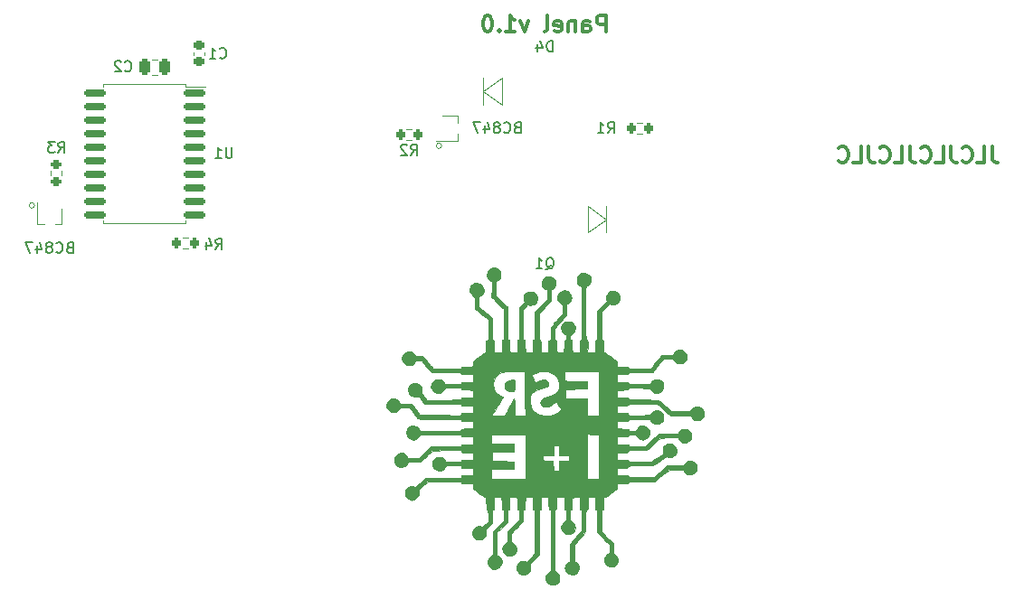
<source format=gbo>
G04 #@! TF.GenerationSoftware,KiCad,Pcbnew,(6.0.2)*
G04 #@! TF.CreationDate,2022-06-23T15:05:51+02:00*
G04 #@! TF.ProjectId,cup_sense,6375705f-7365-46e7-9365-2e6b69636164,rev?*
G04 #@! TF.SameCoordinates,Original*
G04 #@! TF.FileFunction,Legend,Bot*
G04 #@! TF.FilePolarity,Positive*
%FSLAX46Y46*%
G04 Gerber Fmt 4.6, Leading zero omitted, Abs format (unit mm)*
G04 Created by KiCad (PCBNEW (6.0.2)) date 2022-06-23 15:05:51*
%MOMM*%
%LPD*%
G01*
G04 APERTURE LIST*
G04 Aperture macros list*
%AMRoundRect*
0 Rectangle with rounded corners*
0 $1 Rounding radius*
0 $2 $3 $4 $5 $6 $7 $8 $9 X,Y pos of 4 corners*
0 Add a 4 corners polygon primitive as box body*
4,1,4,$2,$3,$4,$5,$6,$7,$8,$9,$2,$3,0*
0 Add four circle primitives for the rounded corners*
1,1,$1+$1,$2,$3*
1,1,$1+$1,$4,$5*
1,1,$1+$1,$6,$7*
1,1,$1+$1,$8,$9*
0 Add four rect primitives between the rounded corners*
20,1,$1+$1,$2,$3,$4,$5,0*
20,1,$1+$1,$4,$5,$6,$7,0*
20,1,$1+$1,$6,$7,$8,$9,0*
20,1,$1+$1,$8,$9,$2,$3,0*%
G04 Aperture macros list end*
%ADD10C,0.300000*%
%ADD11C,0.150000*%
%ADD12C,0.120000*%
%ADD13C,0.010000*%
%ADD14R,4.000000X3.000000*%
%ADD15C,6.000000*%
%ADD16C,2.000000*%
%ADD17R,1.700000X1.700000*%
%ADD18O,1.700000X1.700000*%
%ADD19RoundRect,0.200000X0.275000X-0.200000X0.275000X0.200000X-0.275000X0.200000X-0.275000X-0.200000X0*%
%ADD20RoundRect,0.200000X0.200000X0.275000X-0.200000X0.275000X-0.200000X-0.275000X0.200000X-0.275000X0*%
%ADD21RoundRect,0.250000X0.250000X0.475000X-0.250000X0.475000X-0.250000X-0.475000X0.250000X-0.475000X0*%
%ADD22R,0.700000X0.450000*%
%ADD23RoundRect,0.150000X0.875000X0.150000X-0.875000X0.150000X-0.875000X-0.150000X0.875000X-0.150000X0*%
%ADD24RoundRect,0.200000X-0.200000X-0.275000X0.200000X-0.275000X0.200000X0.275000X-0.200000X0.275000X0*%
%ADD25R,0.450000X0.700000*%
%ADD26RoundRect,0.225000X0.250000X-0.225000X0.250000X0.225000X-0.250000X0.225000X-0.250000X-0.225000X0*%
G04 APERTURE END LIST*
D10*
X5714285Y11571428D02*
X5714285Y13071428D01*
X5142857Y13071428D01*
X5000000Y13000000D01*
X4928571Y12928571D01*
X4857142Y12785714D01*
X4857142Y12571428D01*
X4928571Y12428571D01*
X5000000Y12357142D01*
X5142857Y12285714D01*
X5714285Y12285714D01*
X3571428Y11571428D02*
X3571428Y12357142D01*
X3642857Y12500000D01*
X3785714Y12571428D01*
X4071428Y12571428D01*
X4214285Y12500000D01*
X3571428Y11642857D02*
X3714285Y11571428D01*
X4071428Y11571428D01*
X4214285Y11642857D01*
X4285714Y11785714D01*
X4285714Y11928571D01*
X4214285Y12071428D01*
X4071428Y12142857D01*
X3714285Y12142857D01*
X3571428Y12214285D01*
X2857142Y12571428D02*
X2857142Y11571428D01*
X2857142Y12428571D02*
X2785714Y12500000D01*
X2642857Y12571428D01*
X2428571Y12571428D01*
X2285714Y12500000D01*
X2214285Y12357142D01*
X2214285Y11571428D01*
X928571Y11642857D02*
X1071428Y11571428D01*
X1357142Y11571428D01*
X1500000Y11642857D01*
X1571428Y11785714D01*
X1571428Y12357142D01*
X1500000Y12500000D01*
X1357142Y12571428D01*
X1071428Y12571428D01*
X928571Y12500000D01*
X857142Y12357142D01*
X857142Y12214285D01*
X1571428Y12071428D01*
X0Y11571428D02*
X142857Y11642857D01*
X214285Y11785714D01*
X214285Y13071428D01*
X-1571428Y12571428D02*
X-1928571Y11571428D01*
X-2285714Y12571428D01*
X-3642857Y11571428D02*
X-2785714Y11571428D01*
X-3214285Y11571428D02*
X-3214285Y13071428D01*
X-3071428Y12857142D01*
X-2928571Y12714285D01*
X-2785714Y12642857D01*
X-4285714Y11714285D02*
X-4357142Y11642857D01*
X-4285714Y11571428D01*
X-4214285Y11642857D01*
X-4285714Y11714285D01*
X-4285714Y11571428D01*
X-5285714Y13071428D02*
X-5428571Y13071428D01*
X-5571428Y13000000D01*
X-5642857Y12928571D01*
X-5714285Y12785714D01*
X-5785714Y12500000D01*
X-5785714Y12142857D01*
X-5714285Y11857142D01*
X-5642857Y11714285D01*
X-5571428Y11642857D01*
X-5428571Y11571428D01*
X-5285714Y11571428D01*
X-5142857Y11642857D01*
X-5071428Y11714285D01*
X-4999999Y11857142D01*
X-4928571Y12142857D01*
X-4928571Y12500000D01*
X-4999999Y12785714D01*
X-5071428Y12928571D01*
X-5142857Y13000000D01*
X-5285714Y13071428D01*
X41853571Y821428D02*
X41853571Y-250000D01*
X41925000Y-464285D01*
X42067857Y-607142D01*
X42282142Y-678571D01*
X42425000Y-678571D01*
X40425000Y-678571D02*
X41139285Y-678571D01*
X41139285Y821428D01*
X39067857Y-535714D02*
X39139285Y-607142D01*
X39353571Y-678571D01*
X39496428Y-678571D01*
X39710714Y-607142D01*
X39853571Y-464285D01*
X39925000Y-321428D01*
X39996428Y-35714D01*
X39996428Y178571D01*
X39925000Y464285D01*
X39853571Y607142D01*
X39710714Y750000D01*
X39496428Y821428D01*
X39353571Y821428D01*
X39139285Y750000D01*
X39067857Y678571D01*
X37996428Y821428D02*
X37996428Y-250000D01*
X38067857Y-464285D01*
X38210714Y-607142D01*
X38425000Y-678571D01*
X38567857Y-678571D01*
X36567857Y-678571D02*
X37282142Y-678571D01*
X37282142Y821428D01*
X35210714Y-535714D02*
X35282142Y-607142D01*
X35496428Y-678571D01*
X35639285Y-678571D01*
X35853571Y-607142D01*
X35996428Y-464285D01*
X36067857Y-321428D01*
X36139285Y-35714D01*
X36139285Y178571D01*
X36067857Y464285D01*
X35996428Y607142D01*
X35853571Y750000D01*
X35639285Y821428D01*
X35496428Y821428D01*
X35282142Y750000D01*
X35210714Y678571D01*
X34139285Y821428D02*
X34139285Y-250000D01*
X34210714Y-464285D01*
X34353571Y-607142D01*
X34567857Y-678571D01*
X34710714Y-678571D01*
X32710714Y-678571D02*
X33425000Y-678571D01*
X33425000Y821428D01*
X31353571Y-535714D02*
X31425000Y-607142D01*
X31639285Y-678571D01*
X31782142Y-678571D01*
X31996428Y-607142D01*
X32139285Y-464285D01*
X32210714Y-321428D01*
X32282142Y-35714D01*
X32282142Y178571D01*
X32210714Y464285D01*
X32139285Y607142D01*
X31996428Y750000D01*
X31782142Y821428D01*
X31639285Y821428D01*
X31425000Y750000D01*
X31353571Y678571D01*
X30282142Y821428D02*
X30282142Y-250000D01*
X30353571Y-464285D01*
X30496428Y-607142D01*
X30710714Y-678571D01*
X30853571Y-678571D01*
X28853571Y-678571D02*
X29567857Y-678571D01*
X29567857Y821428D01*
X27496428Y-535714D02*
X27567857Y-607142D01*
X27782142Y-678571D01*
X27925000Y-678571D01*
X28139285Y-607142D01*
X28282142Y-464285D01*
X28353571Y-321428D01*
X28425000Y-35714D01*
X28425000Y178571D01*
X28353571Y464285D01*
X28282142Y607142D01*
X28139285Y750000D01*
X27925000Y821428D01*
X27782142Y821428D01*
X27567857Y750000D01*
X27496428Y678571D01*
D11*
X738095Y9707619D02*
X738095Y10707619D01*
X500000Y10707619D01*
X357142Y10660000D01*
X261904Y10564761D01*
X214285Y10469523D01*
X166666Y10279047D01*
X166666Y10136190D01*
X214285Y9945714D01*
X261904Y9850476D01*
X357142Y9755238D01*
X500000Y9707619D01*
X738095Y9707619D01*
X-690476Y10374285D02*
X-690476Y9707619D01*
X-452380Y10755238D02*
X-214285Y10040952D01*
X-833333Y10040952D01*
X95238Y-10707619D02*
X190476Y-10660000D01*
X285714Y-10564761D01*
X428571Y-10421904D01*
X523809Y-10374285D01*
X619047Y-10374285D01*
X571428Y-10612380D02*
X666666Y-10564761D01*
X761904Y-10469523D01*
X809523Y-10279047D01*
X809523Y-9945714D01*
X761904Y-9755238D01*
X666666Y-9660000D01*
X571428Y-9612380D01*
X380952Y-9612380D01*
X285714Y-9660000D01*
X190476Y-9755238D01*
X142857Y-9945714D01*
X142857Y-10279047D01*
X190476Y-10469523D01*
X285714Y-10564761D01*
X380952Y-10612380D01*
X571428Y-10612380D01*
X-809523Y-10612380D02*
X-238095Y-10612380D01*
X-523809Y-10612380D02*
X-523809Y-9612380D01*
X-428571Y-9755238D01*
X-333333Y-9850476D01*
X-238095Y-9898095D01*
X-45533333Y257619D02*
X-45200000Y733809D01*
X-44961904Y257619D02*
X-44961904Y1257619D01*
X-45342857Y1257619D01*
X-45438095Y1210000D01*
X-45485714Y1162380D01*
X-45533333Y1067142D01*
X-45533333Y924285D01*
X-45485714Y829047D01*
X-45438095Y781428D01*
X-45342857Y733809D01*
X-44961904Y733809D01*
X-45866666Y1257619D02*
X-46485714Y1257619D01*
X-46152380Y876666D01*
X-46295238Y876666D01*
X-46390476Y829047D01*
X-46438095Y781428D01*
X-46485714Y686190D01*
X-46485714Y448095D01*
X-46438095Y352857D01*
X-46390476Y305238D01*
X-46295238Y257619D01*
X-46009523Y257619D01*
X-45914285Y305238D01*
X-45866666Y352857D01*
X-30803333Y-8802380D02*
X-30470000Y-8326190D01*
X-30231904Y-8802380D02*
X-30231904Y-7802380D01*
X-30612857Y-7802380D01*
X-30708095Y-7850000D01*
X-30755714Y-7897619D01*
X-30803333Y-7992857D01*
X-30803333Y-8135714D01*
X-30755714Y-8230952D01*
X-30708095Y-8278571D01*
X-30612857Y-8326190D01*
X-30231904Y-8326190D01*
X-31660476Y-8135714D02*
X-31660476Y-8802380D01*
X-31422380Y-7754761D02*
X-31184285Y-8469047D01*
X-31803333Y-8469047D01*
X5881666Y2087619D02*
X6215000Y2563809D01*
X6453095Y2087619D02*
X6453095Y3087619D01*
X6072142Y3087619D01*
X5976904Y3040000D01*
X5929285Y2992380D01*
X5881666Y2897142D01*
X5881666Y2754285D01*
X5929285Y2659047D01*
X5976904Y2611428D01*
X6072142Y2563809D01*
X6453095Y2563809D01*
X4929285Y2087619D02*
X5500714Y2087619D01*
X5215000Y2087619D02*
X5215000Y3087619D01*
X5310238Y2944761D01*
X5405476Y2849523D01*
X5500714Y2801904D01*
X-39303332Y7932857D02*
X-39255713Y7885238D01*
X-39112856Y7837619D01*
X-39017618Y7837619D01*
X-38874760Y7885238D01*
X-38779522Y7980476D01*
X-38731903Y8075714D01*
X-38684284Y8266190D01*
X-38684284Y8409047D01*
X-38731903Y8599523D01*
X-38779522Y8694761D01*
X-38874760Y8790000D01*
X-39017618Y8837619D01*
X-39112856Y8837619D01*
X-39255713Y8790000D01*
X-39303332Y8742380D01*
X-39684284Y8742380D02*
X-39731903Y8790000D01*
X-39827141Y8837619D01*
X-40065237Y8837619D01*
X-40160475Y8790000D01*
X-40208094Y8742380D01*
X-40255713Y8647142D01*
X-40255713Y8551904D01*
X-40208094Y8409047D01*
X-39636665Y7837619D01*
X-40255713Y7837619D01*
X-2587857Y2611428D02*
X-2730714Y2563809D01*
X-2778333Y2516190D01*
X-2825952Y2420952D01*
X-2825952Y2278095D01*
X-2778333Y2182857D01*
X-2730714Y2135238D01*
X-2635476Y2087619D01*
X-2254523Y2087619D01*
X-2254523Y3087619D01*
X-2587857Y3087619D01*
X-2683095Y3040000D01*
X-2730714Y2992380D01*
X-2778333Y2897142D01*
X-2778333Y2801904D01*
X-2730714Y2706666D01*
X-2683095Y2659047D01*
X-2587857Y2611428D01*
X-2254523Y2611428D01*
X-3825952Y2182857D02*
X-3778333Y2135238D01*
X-3635476Y2087619D01*
X-3540238Y2087619D01*
X-3397380Y2135238D01*
X-3302142Y2230476D01*
X-3254523Y2325714D01*
X-3206904Y2516190D01*
X-3206904Y2659047D01*
X-3254523Y2849523D01*
X-3302142Y2944761D01*
X-3397380Y3040000D01*
X-3540238Y3087619D01*
X-3635476Y3087619D01*
X-3778333Y3040000D01*
X-3825952Y2992380D01*
X-4397380Y2659047D02*
X-4302142Y2706666D01*
X-4254523Y2754285D01*
X-4206904Y2849523D01*
X-4206904Y2897142D01*
X-4254523Y2992380D01*
X-4302142Y3040000D01*
X-4397380Y3087619D01*
X-4587857Y3087619D01*
X-4683095Y3040000D01*
X-4730714Y2992380D01*
X-4778333Y2897142D01*
X-4778333Y2849523D01*
X-4730714Y2754285D01*
X-4683095Y2706666D01*
X-4587857Y2659047D01*
X-4397380Y2659047D01*
X-4302142Y2611428D01*
X-4254523Y2563809D01*
X-4206904Y2468571D01*
X-4206904Y2278095D01*
X-4254523Y2182857D01*
X-4302142Y2135238D01*
X-4397380Y2087619D01*
X-4587857Y2087619D01*
X-4683095Y2135238D01*
X-4730714Y2182857D01*
X-4778333Y2278095D01*
X-4778333Y2468571D01*
X-4730714Y2563809D01*
X-4683095Y2611428D01*
X-4587857Y2659047D01*
X-5635476Y2754285D02*
X-5635476Y2087619D01*
X-5397380Y3135238D02*
X-5159285Y2420952D01*
X-5778333Y2420952D01*
X-6064047Y3087619D02*
X-6730714Y3087619D01*
X-6302142Y2087619D01*
X-29288095Y747619D02*
X-29288095Y-61904D01*
X-29335714Y-157142D01*
X-29383333Y-204761D01*
X-29478571Y-252380D01*
X-29669047Y-252380D01*
X-29764285Y-204761D01*
X-29811904Y-157142D01*
X-29859523Y-61904D01*
X-29859523Y747619D01*
X-30859523Y-252380D02*
X-30288095Y-252380D01*
X-30573809Y-252380D02*
X-30573809Y747619D01*
X-30478571Y604761D01*
X-30383333Y509523D01*
X-30288095Y461904D01*
X-12533334Y22619D02*
X-12200001Y498809D01*
X-11961905Y22619D02*
X-11961905Y1022619D01*
X-12342858Y1022619D01*
X-12438096Y975000D01*
X-12485715Y927380D01*
X-12533334Y832142D01*
X-12533334Y689285D01*
X-12485715Y594047D01*
X-12438096Y546428D01*
X-12342858Y498809D01*
X-11961905Y498809D01*
X-12914286Y927380D02*
X-12961905Y975000D01*
X-13057143Y1022619D01*
X-13295239Y1022619D01*
X-13390477Y975000D01*
X-13438096Y927380D01*
X-13485715Y832142D01*
X-13485715Y736904D01*
X-13438096Y594047D01*
X-12866667Y22619D01*
X-13485715Y22619D01*
X-44492857Y-8638571D02*
X-44635714Y-8686190D01*
X-44683333Y-8733809D01*
X-44730952Y-8829047D01*
X-44730952Y-8971904D01*
X-44683333Y-9067142D01*
X-44635714Y-9114761D01*
X-44540476Y-9162380D01*
X-44159523Y-9162380D01*
X-44159523Y-8162380D01*
X-44492857Y-8162380D01*
X-44588095Y-8210000D01*
X-44635714Y-8257619D01*
X-44683333Y-8352857D01*
X-44683333Y-8448095D01*
X-44635714Y-8543333D01*
X-44588095Y-8590952D01*
X-44492857Y-8638571D01*
X-44159523Y-8638571D01*
X-45730952Y-9067142D02*
X-45683333Y-9114761D01*
X-45540476Y-9162380D01*
X-45445238Y-9162380D01*
X-45302380Y-9114761D01*
X-45207142Y-9019523D01*
X-45159523Y-8924285D01*
X-45111904Y-8733809D01*
X-45111904Y-8590952D01*
X-45159523Y-8400476D01*
X-45207142Y-8305238D01*
X-45302380Y-8210000D01*
X-45445238Y-8162380D01*
X-45540476Y-8162380D01*
X-45683333Y-8210000D01*
X-45730952Y-8257619D01*
X-46302380Y-8590952D02*
X-46207142Y-8543333D01*
X-46159523Y-8495714D01*
X-46111904Y-8400476D01*
X-46111904Y-8352857D01*
X-46159523Y-8257619D01*
X-46207142Y-8210000D01*
X-46302380Y-8162380D01*
X-46492857Y-8162380D01*
X-46588095Y-8210000D01*
X-46635714Y-8257619D01*
X-46683333Y-8352857D01*
X-46683333Y-8400476D01*
X-46635714Y-8495714D01*
X-46588095Y-8543333D01*
X-46492857Y-8590952D01*
X-46302380Y-8590952D01*
X-46207142Y-8638571D01*
X-46159523Y-8686190D01*
X-46111904Y-8781428D01*
X-46111904Y-8971904D01*
X-46159523Y-9067142D01*
X-46207142Y-9114761D01*
X-46302380Y-9162380D01*
X-46492857Y-9162380D01*
X-46588095Y-9114761D01*
X-46635714Y-9067142D01*
X-46683333Y-8971904D01*
X-46683333Y-8781428D01*
X-46635714Y-8686190D01*
X-46588095Y-8638571D01*
X-46492857Y-8590952D01*
X-47540476Y-8495714D02*
X-47540476Y-9162380D01*
X-47302380Y-8114761D02*
X-47064285Y-8829047D01*
X-47683333Y-8829047D01*
X-47969047Y-8162380D02*
X-48635714Y-8162380D01*
X-48207142Y-9162380D01*
X-30423333Y9167857D02*
X-30375714Y9120238D01*
X-30232857Y9072619D01*
X-30137619Y9072619D01*
X-29994761Y9120238D01*
X-29899523Y9215476D01*
X-29851904Y9310714D01*
X-29804285Y9501190D01*
X-29804285Y9644047D01*
X-29851904Y9834523D01*
X-29899523Y9929761D01*
X-29994761Y10025000D01*
X-30137619Y10072619D01*
X-30232857Y10072619D01*
X-30375714Y10025000D01*
X-30423333Y9977380D01*
X-31375714Y9072619D02*
X-30804285Y9072619D01*
X-31090000Y9072619D02*
X-31090000Y10072619D01*
X-30994761Y9929761D01*
X-30899523Y9834523D01*
X-30804285Y9786904D01*
D12*
X-5750000Y6000000D02*
X-4000000Y4750000D01*
X-4000000Y7250000D02*
X-5750000Y6000000D01*
X-4000000Y7000000D02*
X-4000000Y7250000D01*
X-4000000Y4750000D02*
X-4000000Y7000000D01*
X-5750000Y7250000D02*
X-5750000Y4750000D01*
X4000000Y-7000000D02*
X4000000Y-7250000D01*
X5750000Y-7250000D02*
X5750000Y-4750000D01*
X4000000Y-4750000D02*
X4000000Y-7000000D01*
X4000000Y-7250000D02*
X5750000Y-6000000D01*
X5750000Y-6000000D02*
X4000000Y-4750000D01*
X-46242500Y-1888258D02*
X-46242500Y-1413742D01*
X-45197500Y-1888258D02*
X-45197500Y-1413742D01*
X-33417742Y-8777500D02*
X-33892258Y-8777500D01*
X-33417742Y-7732500D02*
X-33892258Y-7732500D01*
X9127258Y2017500D02*
X8652742Y2017500D01*
X9127258Y3062500D02*
X8652742Y3062500D01*
X-36253748Y7520000D02*
X-36776252Y7520000D01*
X-36253748Y8990000D02*
X-36776252Y8990000D01*
X-8160000Y3040000D02*
X-8160000Y3700000D01*
X-8160000Y1380000D02*
X-8160000Y2040000D01*
X-9570000Y3700000D02*
X-8160000Y3700000D01*
X-8160000Y1380000D02*
X-10190000Y1380000D01*
X-9652000Y889000D02*
G75*
G03*
X-9652000Y889000I-254000J0D01*
G01*
X-37465000Y6640000D02*
X-41325000Y6640000D01*
X-37465000Y6640000D02*
X-33605000Y6640000D01*
X-37465000Y-6380000D02*
X-41325000Y-6380000D01*
X-37465000Y-6380000D02*
X-33605000Y-6380000D01*
X-41325000Y-6380000D02*
X-41325000Y-6145000D01*
X-33605000Y6640000D02*
X-33605000Y6405000D01*
X-33605000Y6405000D02*
X-31790000Y6405000D01*
X-33605000Y-6380000D02*
X-33605000Y-6145000D01*
X-41325000Y6640000D02*
X-41325000Y6405000D01*
X-12937259Y2427500D02*
X-12462743Y2427500D01*
X-12937259Y1382500D02*
X-12462743Y1382500D01*
X-45195000Y-5035000D02*
X-45195000Y-6445000D01*
X-45855000Y-6445000D02*
X-45195000Y-6445000D01*
X-47515000Y-6445000D02*
X-47515000Y-4415000D01*
X-47515000Y-6445000D02*
X-46855000Y-6445000D01*
X-47752000Y-4699000D02*
G75*
G03*
X-47752000Y-4699000I-254000J0D01*
G01*
X-31875000Y9384420D02*
X-31875000Y9665580D01*
X-32895000Y9384420D02*
X-32895000Y9665580D01*
D13*
X-3260823Y-21068870D02*
X-3410320Y-21102460D01*
X-3410320Y-21102460D02*
X-3534035Y-21147219D01*
X-3534035Y-21147219D02*
X-3585754Y-21177207D01*
X-3585754Y-21177207D02*
X-3663406Y-21266301D01*
X-3663406Y-21266301D02*
X-3725022Y-21393954D01*
X-3725022Y-21393954D02*
X-3761744Y-21535631D01*
X-3761744Y-21535631D02*
X-3764716Y-21666798D01*
X-3764716Y-21666798D02*
X-3764064Y-21671120D01*
X-3764064Y-21671120D02*
X-3717366Y-21840768D01*
X-3717366Y-21840768D02*
X-3634534Y-21967346D01*
X-3634534Y-21967346D02*
X-3509972Y-22055082D01*
X-3509972Y-22055082D02*
X-3338081Y-22108203D01*
X-3338081Y-22108203D02*
X-3158079Y-22128888D01*
X-3158079Y-22128888D02*
X-3018453Y-22133631D01*
X-3018453Y-22133631D02*
X-2930363Y-22127933D01*
X-2930363Y-22127933D02*
X-2882527Y-22110657D01*
X-2882527Y-22110657D02*
X-2871981Y-22100032D01*
X-2871981Y-22100032D02*
X-2861232Y-22054318D01*
X-2861232Y-22054318D02*
X-2852304Y-21957012D01*
X-2852304Y-21957012D02*
X-2845855Y-21820013D01*
X-2845855Y-21820013D02*
X-2842545Y-21655217D01*
X-2842545Y-21655217D02*
X-2842278Y-21564600D01*
X-2842278Y-21564600D02*
X-2843628Y-21072475D01*
X-2843628Y-21072475D02*
X-2978810Y-21054299D01*
X-2978810Y-21054299D02*
X-3109126Y-21051224D01*
X-3109126Y-21051224D02*
X-3260823Y-21068870D01*
X-3260823Y-21068870D02*
X-3260823Y-21068870D01*
G36*
X-2978810Y-21054299D02*
G01*
X-2843628Y-21072475D01*
X-2842278Y-21564600D01*
X-2842545Y-21655217D01*
X-2845855Y-21820013D01*
X-2852304Y-21957012D01*
X-2861232Y-22054318D01*
X-2871981Y-22100032D01*
X-2882527Y-22110657D01*
X-2930363Y-22127933D01*
X-3018453Y-22133631D01*
X-3158079Y-22128888D01*
X-3338081Y-22108203D01*
X-3509972Y-22055082D01*
X-3634534Y-21967346D01*
X-3717366Y-21840768D01*
X-3764064Y-21671120D01*
X-3764716Y-21666798D01*
X-3761744Y-21535631D01*
X-3725022Y-21393954D01*
X-3663406Y-21266301D01*
X-3585754Y-21177207D01*
X-3534035Y-21147219D01*
X-3410320Y-21102460D01*
X-3260823Y-21068870D01*
X-3109126Y-21051224D01*
X-2978810Y-21054299D01*
G37*
X-2978810Y-21054299D02*
X-2843628Y-21072475D01*
X-2842278Y-21564600D01*
X-2842545Y-21655217D01*
X-2845855Y-21820013D01*
X-2852304Y-21957012D01*
X-2861232Y-22054318D01*
X-2871981Y-22100032D01*
X-2882527Y-22110657D01*
X-2930363Y-22127933D01*
X-3018453Y-22133631D01*
X-3158079Y-22128888D01*
X-3338081Y-22108203D01*
X-3509972Y-22055082D01*
X-3634534Y-21967346D01*
X-3717366Y-21840768D01*
X-3764064Y-21671120D01*
X-3764716Y-21666798D01*
X-3761744Y-21535631D01*
X-3725022Y-21393954D01*
X-3663406Y-21266301D01*
X-3585754Y-21177207D01*
X-3534035Y-21147219D01*
X-3410320Y-21102460D01*
X-3260823Y-21068870D01*
X-3109126Y-21051224D01*
X-2978810Y-21054299D01*
X-4880485Y-10534938D02*
X-5057222Y-10590335D01*
X-5057222Y-10590335D02*
X-5193163Y-10680399D01*
X-5193163Y-10680399D02*
X-5293376Y-10782099D01*
X-5293376Y-10782099D02*
X-5358639Y-10887972D01*
X-5358639Y-10887972D02*
X-5394332Y-11013891D01*
X-5394332Y-11013891D02*
X-5405833Y-11175730D01*
X-5405833Y-11175730D02*
X-5403205Y-11300307D01*
X-5403205Y-11300307D02*
X-5366407Y-11441169D01*
X-5366407Y-11441169D02*
X-5271281Y-11579661D01*
X-5271281Y-11579661D02*
X-5122852Y-11709066D01*
X-5122852Y-11709066D02*
X-5072192Y-11742903D01*
X-5072192Y-11742903D02*
X-4950572Y-11819678D01*
X-4950572Y-11819678D02*
X-4965771Y-12570206D01*
X-4965771Y-12570206D02*
X-4980969Y-13320733D01*
X-4980969Y-13320733D02*
X-4800297Y-13498450D01*
X-4800297Y-13498450D02*
X-4712669Y-13583193D01*
X-4712669Y-13583193D02*
X-4591503Y-13698381D01*
X-4591503Y-13698381D02*
X-4450044Y-13831518D01*
X-4450044Y-13831518D02*
X-4301535Y-13970110D01*
X-4301535Y-13970110D02*
X-4230687Y-14035782D01*
X-4230687Y-14035782D02*
X-3841750Y-14395397D01*
X-3841750Y-14395397D02*
X-3841750Y-17305882D01*
X-3841750Y-17305882D02*
X-3929062Y-17315928D01*
X-3929062Y-17315928D02*
X-4016375Y-17325975D01*
X-4016375Y-17325975D02*
X-4022577Y-17849850D01*
X-4022577Y-17849850D02*
X-4024759Y-18027899D01*
X-4024759Y-18027899D02*
X-4026822Y-18184943D01*
X-4026822Y-18184943D02*
X-4028604Y-18309435D01*
X-4028604Y-18309435D02*
X-4029942Y-18389828D01*
X-4029942Y-18389828D02*
X-4030515Y-18413412D01*
X-4030515Y-18413412D02*
X-4060480Y-18430953D01*
X-4060480Y-18430953D02*
X-4138364Y-18443797D01*
X-4138364Y-18443797D02*
X-4248752Y-18451864D01*
X-4248752Y-18451864D02*
X-4376232Y-18455075D01*
X-4376232Y-18455075D02*
X-4505389Y-18453352D01*
X-4505389Y-18453352D02*
X-4620811Y-18446614D01*
X-4620811Y-18446614D02*
X-4707084Y-18434782D01*
X-4707084Y-18434782D02*
X-4748794Y-18417778D01*
X-4748794Y-18417778D02*
X-4749247Y-18417106D01*
X-4749247Y-18417106D02*
X-4756321Y-18374403D01*
X-4756321Y-18374403D02*
X-4761223Y-18281937D01*
X-4761223Y-18281937D02*
X-4764051Y-18153405D01*
X-4764051Y-18153405D02*
X-4764902Y-18002504D01*
X-4764902Y-18002504D02*
X-4763875Y-17842931D01*
X-4763875Y-17842931D02*
X-4761068Y-17688382D01*
X-4761068Y-17688382D02*
X-4756579Y-17552555D01*
X-4756579Y-17552555D02*
X-4750505Y-17449145D01*
X-4750505Y-17449145D02*
X-4742945Y-17391850D01*
X-4742945Y-17391850D02*
X-4741889Y-17388584D01*
X-4741889Y-17388584D02*
X-4755254Y-17352461D01*
X-4755254Y-17352461D02*
X-4828938Y-17326399D01*
X-4828938Y-17326399D02*
X-4839221Y-17324378D01*
X-4839221Y-17324378D02*
X-4953000Y-17303033D01*
X-4953000Y-17303033D02*
X-4953000Y-16258505D01*
X-4953000Y-16258505D02*
X-4953228Y-15971683D01*
X-4953228Y-15971683D02*
X-4954138Y-15741745D01*
X-4954138Y-15741745D02*
X-4956068Y-15562074D01*
X-4956068Y-15562074D02*
X-4959353Y-15426054D01*
X-4959353Y-15426054D02*
X-4964333Y-15327072D01*
X-4964333Y-15327072D02*
X-4971343Y-15258509D01*
X-4971343Y-15258509D02*
X-4980722Y-15213751D01*
X-4980722Y-15213751D02*
X-4992806Y-15186183D01*
X-4992806Y-15186183D02*
X-5007933Y-15169187D01*
X-5007933Y-15169187D02*
X-5008562Y-15168670D01*
X-5008562Y-15168670D02*
X-5056993Y-15129361D01*
X-5056993Y-15129361D02*
X-5140600Y-15061678D01*
X-5140600Y-15061678D02*
X-5245153Y-14977135D01*
X-5245153Y-14977135D02*
X-5302250Y-14930999D01*
X-5302250Y-14930999D02*
X-5423444Y-14831871D01*
X-5423444Y-14831871D02*
X-5572953Y-14707769D01*
X-5572953Y-14707769D02*
X-5731005Y-14575187D01*
X-5731005Y-14575187D02*
X-5865812Y-14460881D01*
X-5865812Y-14460881D02*
X-6191250Y-14183127D01*
X-6191250Y-14183127D02*
X-6191250Y-13255591D01*
X-6191250Y-13255591D02*
X-6030883Y-13155902D01*
X-6030883Y-13155902D02*
X-5893502Y-13040072D01*
X-5893502Y-13040072D02*
X-5790882Y-12892497D01*
X-5790882Y-12892497D02*
X-5731813Y-12729899D01*
X-5731813Y-12729899D02*
X-5724522Y-12573021D01*
X-5724522Y-12573021D02*
X-5769717Y-12421286D01*
X-5769717Y-12421286D02*
X-5857276Y-12265507D01*
X-5857276Y-12265507D02*
X-5972273Y-12129026D01*
X-5972273Y-12129026D02*
X-6049082Y-12065520D01*
X-6049082Y-12065520D02*
X-6197719Y-11996277D01*
X-6197719Y-11996277D02*
X-6364716Y-11972343D01*
X-6364716Y-11972343D02*
X-6536313Y-11989688D01*
X-6536313Y-11989688D02*
X-6698745Y-12044283D01*
X-6698745Y-12044283D02*
X-6838252Y-12132100D01*
X-6838252Y-12132100D02*
X-6941070Y-12249109D01*
X-6941070Y-12249109D02*
X-6981592Y-12338524D01*
X-6981592Y-12338524D02*
X-7028693Y-12562230D01*
X-7028693Y-12562230D02*
X-7021907Y-12754957D01*
X-7021907Y-12754957D02*
X-6959210Y-12922367D01*
X-6959210Y-12922367D02*
X-6838579Y-13070119D01*
X-6838579Y-13070119D02*
X-6676301Y-13192544D01*
X-6676301Y-13192544D02*
X-6534238Y-13281864D01*
X-6534238Y-13281864D02*
X-6545306Y-13837697D01*
X-6545306Y-13837697D02*
X-6548906Y-14038464D01*
X-6548906Y-14038464D02*
X-6549977Y-14185055D01*
X-6549977Y-14185055D02*
X-6547719Y-14286773D01*
X-6547719Y-14286773D02*
X-6541336Y-14352918D01*
X-6541336Y-14352918D02*
X-6530028Y-14392793D01*
X-6530028Y-14392793D02*
X-6512999Y-14415697D01*
X-6512999Y-14415697D02*
X-6494650Y-14428091D01*
X-6494650Y-14428091D02*
X-6435868Y-14468754D01*
X-6435868Y-14468754D02*
X-6353756Y-14534524D01*
X-6353756Y-14534524D02*
X-6304150Y-14577394D01*
X-6304150Y-14577394D02*
X-6221697Y-14648651D01*
X-6221697Y-14648651D02*
X-6108304Y-14743765D01*
X-6108304Y-14743765D02*
X-5982734Y-14847077D01*
X-5982734Y-14847077D02*
X-5921375Y-14896811D01*
X-5921375Y-14896811D02*
X-5813826Y-14983890D01*
X-5813826Y-14983890D02*
X-5725539Y-15056152D01*
X-5725539Y-15056152D02*
X-5667751Y-15104355D01*
X-5667751Y-15104355D02*
X-5651500Y-15118792D01*
X-5651500Y-15118792D02*
X-5620567Y-15146426D01*
X-5620567Y-15146426D02*
X-5554784Y-15202188D01*
X-5554784Y-15202188D02*
X-5468937Y-15273555D01*
X-5468937Y-15273555D02*
X-5302250Y-15411013D01*
X-5302250Y-15411013D02*
X-5302250Y-17281653D01*
X-5302250Y-17281653D02*
X-5492750Y-17348061D01*
X-5492750Y-17348061D02*
X-5492750Y-17882566D01*
X-5492750Y-17882566D02*
X-5493239Y-18079169D01*
X-5493239Y-18079169D02*
X-5495357Y-18221453D01*
X-5495357Y-18221453D02*
X-5500082Y-18318597D01*
X-5500082Y-18318597D02*
X-5508389Y-18379779D01*
X-5508389Y-18379779D02*
X-5521254Y-18414178D01*
X-5521254Y-18414178D02*
X-5539656Y-18430971D01*
X-5539656Y-18430971D02*
X-5551607Y-18435751D01*
X-5551607Y-18435751D02*
X-5605018Y-18463632D01*
X-5605018Y-18463632D02*
X-5690334Y-18519476D01*
X-5690334Y-18519476D02*
X-5789833Y-18591627D01*
X-5789833Y-18591627D02*
X-5797670Y-18597598D01*
X-5797670Y-18597598D02*
X-5895697Y-18672230D01*
X-5895697Y-18672230D02*
X-6027873Y-18772401D01*
X-6027873Y-18772401D02*
X-6177565Y-18885525D01*
X-6177565Y-18885525D02*
X-6328140Y-18999017D01*
X-6328140Y-18999017D02*
X-6342062Y-19009493D01*
X-6342062Y-19009493D02*
X-6480639Y-19117492D01*
X-6480639Y-19117492D02*
X-6591926Y-19211654D01*
X-6591926Y-19211654D02*
X-6668039Y-19284869D01*
X-6668039Y-19284869D02*
X-6701092Y-19330026D01*
X-6701092Y-19330026D02*
X-6701850Y-19333973D01*
X-6701850Y-19333973D02*
X-6702487Y-19395799D01*
X-6702487Y-19395799D02*
X-6701346Y-19495127D01*
X-6701346Y-19495127D02*
X-6699697Y-19570018D01*
X-6699697Y-19570018D02*
X-6700794Y-19678495D01*
X-6700794Y-19678495D02*
X-6714415Y-19741506D01*
X-6714415Y-19741506D02*
X-6745214Y-19776597D01*
X-6745214Y-19776597D02*
X-6756207Y-19783098D01*
X-6756207Y-19783098D02*
X-6811964Y-19795285D01*
X-6811964Y-19795285D02*
X-6921487Y-19804086D01*
X-6921487Y-19804086D02*
X-7075111Y-19809051D01*
X-7075111Y-19809051D02*
X-7263170Y-19809728D01*
X-7263170Y-19809728D02*
X-7313985Y-19809180D01*
X-7313985Y-19809180D02*
X-7501251Y-19806910D01*
X-7501251Y-19806910D02*
X-7634292Y-19806757D01*
X-7634292Y-19806757D02*
X-7722376Y-19809894D01*
X-7722376Y-19809894D02*
X-7774771Y-19817494D01*
X-7774771Y-19817494D02*
X-7800745Y-19830731D01*
X-7800745Y-19830731D02*
X-7809565Y-19850777D01*
X-7809565Y-19850777D02*
X-7810500Y-19872038D01*
X-7810500Y-19872038D02*
X-7823466Y-19936072D01*
X-7823466Y-19936072D02*
X-7842207Y-19961198D01*
X-7842207Y-19961198D02*
X-7881481Y-19966359D01*
X-7881481Y-19966359D02*
X-7975947Y-19970825D01*
X-7975947Y-19970825D02*
X-8117300Y-19974593D01*
X-8117300Y-19974593D02*
X-8297238Y-19977657D01*
X-8297238Y-19977657D02*
X-8507454Y-19980014D01*
X-8507454Y-19980014D02*
X-8739645Y-19981660D01*
X-8739645Y-19981660D02*
X-8985507Y-19982591D01*
X-8985507Y-19982591D02*
X-9236735Y-19982801D01*
X-9236735Y-19982801D02*
X-9485026Y-19982287D01*
X-9485026Y-19982287D02*
X-9722074Y-19981045D01*
X-9722074Y-19981045D02*
X-9939576Y-19979071D01*
X-9939576Y-19979071D02*
X-10129227Y-19976360D01*
X-10129227Y-19976360D02*
X-10282724Y-19972907D01*
X-10282724Y-19972907D02*
X-10391761Y-19968710D01*
X-10391761Y-19968710D02*
X-10448035Y-19963763D01*
X-10448035Y-19963763D02*
X-10452626Y-19962526D01*
X-10452626Y-19962526D02*
X-10493079Y-19929859D01*
X-10493079Y-19929859D02*
X-10563111Y-19857941D01*
X-10563111Y-19857941D02*
X-10652936Y-19757342D01*
X-10652936Y-19757342D02*
X-10752762Y-19638632D01*
X-10752762Y-19638632D02*
X-10754251Y-19636810D01*
X-10754251Y-19636810D02*
X-10873480Y-19490807D01*
X-10873480Y-19490807D02*
X-11000364Y-19335388D01*
X-11000364Y-19335388D02*
X-11117331Y-19192075D01*
X-11117331Y-19192075D02*
X-11185724Y-19108249D01*
X-11185724Y-19108249D02*
X-11272860Y-19004885D01*
X-11272860Y-19004885D02*
X-11349975Y-18919601D01*
X-11349975Y-18919601D02*
X-11405112Y-18865368D01*
X-11405112Y-18865368D02*
X-11419573Y-18854547D01*
X-11419573Y-18854547D02*
X-11471644Y-18843783D01*
X-11471644Y-18843783D02*
X-11570154Y-18837937D01*
X-11570154Y-18837937D02*
X-11698181Y-18837709D01*
X-11698181Y-18837709D02*
X-11770623Y-18840034D01*
X-11770623Y-18840034D02*
X-12072174Y-18853223D01*
X-12072174Y-18853223D02*
X-12151993Y-18724599D01*
X-12151993Y-18724599D02*
X-12265788Y-18574360D01*
X-12265788Y-18574360D02*
X-12397626Y-18472247D01*
X-12397626Y-18472247D02*
X-12563224Y-18404101D01*
X-12563224Y-18404101D02*
X-12687173Y-18374874D01*
X-12687173Y-18374874D02*
X-12786601Y-18374359D01*
X-12786601Y-18374359D02*
X-12848974Y-18387492D01*
X-12848974Y-18387492D02*
X-13049063Y-18471858D01*
X-13049063Y-18471858D02*
X-13208573Y-18601686D01*
X-13208573Y-18601686D02*
X-13321805Y-18771405D01*
X-13321805Y-18771405D02*
X-13365845Y-18892627D01*
X-13365845Y-18892627D02*
X-13380944Y-19064255D01*
X-13380944Y-19064255D02*
X-13342075Y-19233317D01*
X-13342075Y-19233317D02*
X-13258299Y-19389546D01*
X-13258299Y-19389546D02*
X-13138681Y-19522674D01*
X-13138681Y-19522674D02*
X-12992281Y-19622433D01*
X-12992281Y-19622433D02*
X-12828164Y-19678554D01*
X-12828164Y-19678554D02*
X-12668517Y-19682712D01*
X-12668517Y-19682712D02*
X-12499486Y-19633197D01*
X-12499486Y-19633197D02*
X-12338121Y-19538868D01*
X-12338121Y-19538868D02*
X-12207339Y-19414563D01*
X-12207339Y-19414563D02*
X-12168072Y-19358696D01*
X-12168072Y-19358696D02*
X-12112387Y-19275599D01*
X-12112387Y-19275599D02*
X-12059105Y-19232564D01*
X-12059105Y-19232564D02*
X-11981977Y-19212983D01*
X-11981977Y-19212983D02*
X-11928314Y-19206994D01*
X-11928314Y-19206994D02*
X-11799671Y-19203489D01*
X-11799671Y-19203489D02*
X-11677606Y-19215091D01*
X-11677606Y-19215091D02*
X-11580974Y-19238753D01*
X-11580974Y-19238753D02*
X-11528633Y-19271429D01*
X-11528633Y-19271429D02*
X-11528542Y-19271567D01*
X-11528542Y-19271567D02*
X-11487525Y-19327139D01*
X-11487525Y-19327139D02*
X-11416280Y-19416400D01*
X-11416280Y-19416400D02*
X-11322130Y-19530805D01*
X-11322130Y-19530805D02*
X-11212398Y-19661806D01*
X-11212398Y-19661806D02*
X-11094406Y-19800855D01*
X-11094406Y-19800855D02*
X-10975478Y-19939405D01*
X-10975478Y-19939405D02*
X-10862935Y-20068908D01*
X-10862935Y-20068908D02*
X-10764101Y-20180818D01*
X-10764101Y-20180818D02*
X-10686298Y-20266586D01*
X-10686298Y-20266586D02*
X-10636848Y-20317665D01*
X-10636848Y-20317665D02*
X-10623289Y-20328224D01*
X-10623289Y-20328224D02*
X-10585128Y-20328757D01*
X-10585128Y-20328757D02*
X-10490171Y-20329516D01*
X-10490171Y-20329516D02*
X-10345123Y-20330463D01*
X-10345123Y-20330463D02*
X-10156689Y-20331560D01*
X-10156689Y-20331560D02*
X-9931572Y-20332770D01*
X-9931572Y-20332770D02*
X-9676478Y-20334053D01*
X-9676478Y-20334053D02*
X-9398109Y-20335373D01*
X-9398109Y-20335373D02*
X-9223688Y-20336161D01*
X-9223688Y-20336161D02*
X-7858752Y-20342225D01*
X-7858752Y-20342225D02*
X-7825696Y-20532725D01*
X-7825696Y-20532725D02*
X-7302160Y-20539583D01*
X-7302160Y-20539583D02*
X-7123748Y-20541950D01*
X-7123748Y-20541950D02*
X-6965936Y-20544098D01*
X-6965936Y-20544098D02*
X-6840401Y-20545865D01*
X-6840401Y-20545865D02*
X-6758816Y-20547087D01*
X-6758816Y-20547087D02*
X-6734495Y-20547521D01*
X-6734495Y-20547521D02*
X-6709153Y-20563131D01*
X-6709153Y-20563131D02*
X-6700896Y-20616537D01*
X-6700896Y-20616537D02*
X-6707214Y-20715287D01*
X-6707214Y-20715287D02*
X-6712281Y-20851359D01*
X-6712281Y-20851359D02*
X-6704964Y-20994763D01*
X-6704964Y-20994763D02*
X-6699184Y-21040725D01*
X-6699184Y-21040725D02*
X-6687278Y-21125593D01*
X-6687278Y-21125593D02*
X-6687175Y-21188182D01*
X-6687175Y-21188182D02*
X-6706665Y-21231628D01*
X-6706665Y-21231628D02*
X-6753539Y-21259070D01*
X-6753539Y-21259070D02*
X-6835588Y-21273644D01*
X-6835588Y-21273644D02*
X-6960602Y-21278487D01*
X-6960602Y-21278487D02*
X-7136372Y-21276739D01*
X-7136372Y-21276739D02*
X-7277548Y-21273645D01*
X-7277548Y-21273645D02*
X-7472576Y-21269371D01*
X-7472576Y-21269371D02*
X-7613064Y-21267532D01*
X-7613064Y-21267532D02*
X-7707959Y-21269103D01*
X-7707959Y-21269103D02*
X-7766206Y-21275059D01*
X-7766206Y-21275059D02*
X-7796748Y-21286376D01*
X-7796748Y-21286376D02*
X-7808530Y-21304030D01*
X-7808530Y-21304030D02*
X-7810498Y-21328995D01*
X-7810498Y-21328995D02*
X-7810500Y-21331763D01*
X-7810500Y-21331763D02*
X-7822448Y-21395499D01*
X-7822448Y-21395499D02*
X-7840126Y-21420412D01*
X-7840126Y-21420412D02*
X-7879091Y-21425724D01*
X-7879091Y-21425724D02*
X-7972264Y-21430658D01*
X-7972264Y-21430658D02*
X-8110352Y-21434960D01*
X-8110352Y-21434960D02*
X-8284065Y-21438378D01*
X-8284065Y-21438378D02*
X-8484110Y-21440658D01*
X-8484110Y-21440658D02*
X-8608152Y-21441358D01*
X-8608152Y-21441358D02*
X-8844890Y-21441849D01*
X-8844890Y-21441849D02*
X-9026110Y-21441047D01*
X-9026110Y-21441047D02*
X-9159789Y-21438397D01*
X-9159789Y-21438397D02*
X-9253907Y-21433343D01*
X-9253907Y-21433343D02*
X-9316440Y-21425332D01*
X-9316440Y-21425332D02*
X-9355368Y-21413807D01*
X-9355368Y-21413807D02*
X-9378666Y-21398213D01*
X-9378666Y-21398213D02*
X-9388151Y-21387103D01*
X-9388151Y-21387103D02*
X-9421884Y-21326131D01*
X-9421884Y-21326131D02*
X-9429750Y-21294596D01*
X-9429750Y-21294596D02*
X-9454752Y-21244362D01*
X-9454752Y-21244362D02*
X-9519468Y-21176492D01*
X-9519468Y-21176492D02*
X-9608462Y-21104827D01*
X-9608462Y-21104827D02*
X-9706297Y-21043209D01*
X-9706297Y-21043209D02*
X-9715500Y-21038376D01*
X-9715500Y-21038376D02*
X-9871122Y-20989992D01*
X-9871122Y-20989992D02*
X-10047287Y-20985709D01*
X-10047287Y-20985709D02*
X-10219414Y-21024952D01*
X-10219414Y-21024952D02*
X-10279488Y-21051591D01*
X-10279488Y-21051591D02*
X-10418055Y-21153342D01*
X-10418055Y-21153342D02*
X-10538158Y-21296504D01*
X-10538158Y-21296504D02*
X-10622452Y-21458995D01*
X-10622452Y-21458995D02*
X-10638162Y-21508201D01*
X-10638162Y-21508201D02*
X-10650130Y-21667164D01*
X-10650130Y-21667164D02*
X-10609061Y-21828509D01*
X-10609061Y-21828509D02*
X-10524025Y-21981403D01*
X-10524025Y-21981403D02*
X-10404095Y-22115014D01*
X-10404095Y-22115014D02*
X-10258343Y-22218508D01*
X-10258343Y-22218508D02*
X-10095840Y-22281055D01*
X-10095840Y-22281055D02*
X-9979504Y-22294672D01*
X-9979504Y-22294672D02*
X-9843678Y-22269149D01*
X-9843678Y-22269149D02*
X-9696506Y-22200038D01*
X-9696506Y-22200038D02*
X-9557088Y-22099480D01*
X-9557088Y-22099480D02*
X-9444522Y-21979614D01*
X-9444522Y-21979614D02*
X-9415495Y-21936176D01*
X-9415495Y-21936176D02*
X-9340384Y-21810220D01*
X-9340384Y-21810220D02*
X-8591314Y-21806472D01*
X-8591314Y-21806472D02*
X-7842243Y-21802725D01*
X-7842243Y-21802725D02*
X-7842246Y-21872288D01*
X-7842246Y-21872288D02*
X-7827912Y-21937273D01*
X-7827912Y-21937273D02*
X-7807360Y-21963415D01*
X-7807360Y-21963415D02*
X-7765199Y-21970653D01*
X-7765199Y-21970653D02*
X-7670988Y-21976843D01*
X-7670988Y-21976843D02*
X-7536177Y-21981543D01*
X-7536177Y-21981543D02*
X-7372212Y-21984312D01*
X-7372212Y-21984312D02*
X-7251320Y-21984867D01*
X-7251320Y-21984867D02*
X-7072340Y-21986567D01*
X-7072340Y-21986567D02*
X-6918552Y-21991360D01*
X-6918552Y-21991360D02*
X-6800471Y-21998667D01*
X-6800471Y-21998667D02*
X-6728615Y-22007909D01*
X-6728615Y-22007909D02*
X-6711731Y-22014591D01*
X-6711731Y-22014591D02*
X-6702681Y-22058718D01*
X-6702681Y-22058718D02*
X-6694826Y-22148661D01*
X-6694826Y-22148661D02*
X-6688692Y-22266739D01*
X-6688692Y-22266739D02*
X-6684807Y-22395272D01*
X-6684807Y-22395272D02*
X-6683696Y-22516578D01*
X-6683696Y-22516578D02*
X-6685887Y-22612977D01*
X-6685887Y-22612977D02*
X-6691906Y-22666788D01*
X-6691906Y-22666788D02*
X-6692271Y-22667912D01*
X-6692271Y-22667912D02*
X-6714944Y-22683297D01*
X-6714944Y-22683297D02*
X-6775017Y-22694507D01*
X-6775017Y-22694507D02*
X-6878914Y-22701992D01*
X-6878914Y-22701992D02*
X-7033060Y-22706205D01*
X-7033060Y-22706205D02*
X-7243882Y-22707596D01*
X-7243882Y-22707596D02*
X-7257364Y-22707600D01*
X-7257364Y-22707600D02*
X-7808684Y-22707600D01*
X-7808684Y-22707600D02*
X-7835408Y-22810787D01*
X-7835408Y-22810787D02*
X-7862132Y-22913975D01*
X-7862132Y-22913975D02*
X-9452568Y-22923687D01*
X-9452568Y-22923687D02*
X-11043004Y-22933400D01*
X-11043004Y-22933400D02*
X-11294880Y-22622062D01*
X-11294880Y-22622062D02*
X-11546757Y-22310725D01*
X-11546757Y-22310725D02*
X-11532297Y-22038152D01*
X-11532297Y-22038152D02*
X-11526731Y-21901674D01*
X-11526731Y-21901674D02*
X-11529733Y-21808995D01*
X-11529733Y-21808995D02*
X-11544616Y-21740633D01*
X-11544616Y-21740633D02*
X-11574688Y-21677107D01*
X-11574688Y-21677107D02*
X-11601007Y-21633830D01*
X-11601007Y-21633830D02*
X-11718803Y-21499326D01*
X-11718803Y-21499326D02*
X-11870457Y-21402381D01*
X-11870457Y-21402381D02*
X-12041076Y-21347095D01*
X-12041076Y-21347095D02*
X-12215764Y-21337568D01*
X-12215764Y-21337568D02*
X-12379627Y-21377901D01*
X-12379627Y-21377901D02*
X-12432373Y-21404980D01*
X-12432373Y-21404980D02*
X-12601399Y-21524052D01*
X-12601399Y-21524052D02*
X-12713253Y-21648851D01*
X-12713253Y-21648851D02*
X-12774065Y-21790090D01*
X-12774065Y-21790090D02*
X-12789967Y-21958480D01*
X-12789967Y-21958480D02*
X-12786277Y-22023306D01*
X-12786277Y-22023306D02*
X-12757075Y-22203184D01*
X-12757075Y-22203184D02*
X-12699161Y-22339338D01*
X-12699161Y-22339338D02*
X-12603151Y-22448530D01*
X-12603151Y-22448530D02*
X-12509994Y-22516782D01*
X-12509994Y-22516782D02*
X-12403772Y-22573343D01*
X-12403772Y-22573343D02*
X-12289371Y-22606728D01*
X-12289371Y-22606728D02*
X-12151090Y-22619178D01*
X-12151090Y-22619178D02*
X-11973230Y-22612937D01*
X-11973230Y-22612937D02*
X-11887386Y-22605699D01*
X-11887386Y-22605699D02*
X-11844545Y-22605713D01*
X-11844545Y-22605713D02*
X-11803904Y-22619610D01*
X-11803904Y-22619610D02*
X-11756867Y-22654983D01*
X-11756867Y-22654983D02*
X-11694836Y-22719428D01*
X-11694836Y-22719428D02*
X-11609213Y-22820539D01*
X-11609213Y-22820539D02*
X-11520434Y-22929850D01*
X-11520434Y-22929850D02*
X-11251721Y-23263225D01*
X-11251721Y-23263225D02*
X-9546985Y-23271438D01*
X-9546985Y-23271438D02*
X-9174847Y-23273287D01*
X-9174847Y-23273287D02*
X-8861208Y-23275089D01*
X-8861208Y-23275089D02*
X-8601070Y-23277049D01*
X-8601070Y-23277049D02*
X-8389433Y-23279374D01*
X-8389433Y-23279374D02*
X-8221297Y-23282270D01*
X-8221297Y-23282270D02*
X-8091663Y-23285944D01*
X-8091663Y-23285944D02*
X-7995532Y-23290601D01*
X-7995532Y-23290601D02*
X-7927904Y-23296447D01*
X-7927904Y-23296447D02*
X-7883780Y-23303690D01*
X-7883780Y-23303690D02*
X-7858159Y-23312534D01*
X-7858159Y-23312534D02*
X-7846043Y-23323188D01*
X-7846043Y-23323188D02*
X-7842432Y-23335855D01*
X-7842432Y-23335855D02*
X-7842250Y-23341758D01*
X-7842250Y-23341758D02*
X-7832654Y-23390805D01*
X-7832654Y-23390805D02*
X-7798891Y-23426454D01*
X-7798891Y-23426454D02*
X-7733497Y-23450139D01*
X-7733497Y-23450139D02*
X-7629008Y-23463293D01*
X-7629008Y-23463293D02*
X-7477961Y-23467350D01*
X-7477961Y-23467350D02*
X-7272890Y-23463744D01*
X-7272890Y-23463744D02*
X-7216552Y-23461956D01*
X-7216552Y-23461956D02*
X-7034717Y-23457732D01*
X-7034717Y-23457732D02*
X-6884849Y-23457987D01*
X-6884849Y-23457987D02*
X-6776304Y-23462478D01*
X-6776304Y-23462478D02*
X-6718438Y-23470967D01*
X-6718438Y-23470967D02*
X-6711822Y-23474942D01*
X-6711822Y-23474942D02*
X-6703820Y-23518098D01*
X-6703820Y-23518098D02*
X-6698296Y-23606558D01*
X-6698296Y-23606558D02*
X-6695241Y-23723687D01*
X-6695241Y-23723687D02*
X-6694648Y-23852847D01*
X-6694648Y-23852847D02*
X-6696508Y-23977402D01*
X-6696508Y-23977402D02*
X-6700811Y-24080716D01*
X-6700811Y-24080716D02*
X-6707550Y-24146153D01*
X-6707550Y-24146153D02*
X-6712174Y-24159858D01*
X-6712174Y-24159858D02*
X-6748212Y-24165849D01*
X-6748212Y-24165849D02*
X-6836904Y-24171360D01*
X-6836904Y-24171360D02*
X-6967405Y-24175979D01*
X-6967405Y-24175979D02*
X-7128871Y-24179295D01*
X-7128871Y-24179295D02*
X-7261623Y-24180668D01*
X-7261623Y-24180668D02*
X-7793569Y-24183975D01*
X-7793569Y-24183975D02*
X-7835634Y-24271532D01*
X-7835634Y-24271532D02*
X-7877700Y-24359090D01*
X-7877700Y-24359090D02*
X-9803720Y-24350907D01*
X-9803720Y-24350907D02*
X-11729740Y-24342725D01*
X-11729740Y-24342725D02*
X-12079932Y-23812109D01*
X-12079932Y-23812109D02*
X-12430125Y-23281494D01*
X-12430125Y-23281494D02*
X-12978206Y-23280297D01*
X-12978206Y-23280297D02*
X-13526288Y-23279100D01*
X-13526288Y-23279100D02*
X-13633013Y-23112412D01*
X-13633013Y-23112412D02*
X-13767106Y-22950312D01*
X-13767106Y-22950312D02*
X-13926318Y-22845849D01*
X-13926318Y-22845849D02*
X-14114081Y-22796977D01*
X-14114081Y-22796977D02*
X-14168702Y-22793097D01*
X-14168702Y-22793097D02*
X-14362685Y-22815614D01*
X-14362685Y-22815614D02*
X-14536360Y-22892259D01*
X-14536360Y-22892259D02*
X-14680598Y-23014654D01*
X-14680598Y-23014654D02*
X-14786270Y-23174419D01*
X-14786270Y-23174419D02*
X-14844246Y-23363175D01*
X-14844246Y-23363175D02*
X-14850611Y-23419004D01*
X-14850611Y-23419004D02*
X-14852363Y-23520426D01*
X-14852363Y-23520426D02*
X-14834876Y-23603807D01*
X-14834876Y-23603807D02*
X-14790411Y-23696653D01*
X-14790411Y-23696653D02*
X-14756331Y-23754098D01*
X-14756331Y-23754098D02*
X-14628713Y-23909767D01*
X-14628713Y-23909767D02*
X-14473553Y-24016459D01*
X-14473553Y-24016459D02*
X-14301577Y-24073932D01*
X-14301577Y-24073932D02*
X-14123510Y-24081944D01*
X-14123510Y-24081944D02*
X-13950077Y-24040255D01*
X-13950077Y-24040255D02*
X-13792004Y-23948623D01*
X-13792004Y-23948623D02*
X-13660016Y-23806807D01*
X-13660016Y-23806807D02*
X-13641859Y-23779162D01*
X-13641859Y-23779162D02*
X-13547758Y-23628350D01*
X-13547758Y-23628350D02*
X-13113538Y-23628350D01*
X-13113538Y-23628350D02*
X-12938768Y-23628946D01*
X-12938768Y-23628946D02*
X-12816057Y-23631832D01*
X-12816057Y-23631832D02*
X-12733970Y-23638652D01*
X-12733970Y-23638652D02*
X-12681069Y-23651048D01*
X-12681069Y-23651048D02*
X-12645917Y-23670665D01*
X-12645917Y-23670665D02*
X-12617079Y-23699147D01*
X-12617079Y-23699147D02*
X-12616515Y-23699787D01*
X-12616515Y-23699787D02*
X-12568111Y-23761655D01*
X-12568111Y-23761655D02*
X-12496015Y-23861820D01*
X-12496015Y-23861820D02*
X-12410651Y-23985024D01*
X-12410651Y-23985024D02*
X-12322443Y-24116006D01*
X-12322443Y-24116006D02*
X-12241814Y-24239507D01*
X-12241814Y-24239507D02*
X-12180406Y-24338223D01*
X-12180406Y-24338223D02*
X-12117915Y-24433892D01*
X-12117915Y-24433892D02*
X-12053406Y-24520796D01*
X-12053406Y-24520796D02*
X-11996159Y-24595119D01*
X-11996159Y-24595119D02*
X-11953875Y-24656613D01*
X-11953875Y-24656613D02*
X-11943347Y-24667263D01*
X-11943347Y-24667263D02*
X-11922545Y-24676384D01*
X-11922545Y-24676384D02*
X-11886866Y-24684095D01*
X-11886866Y-24684095D02*
X-11831707Y-24690515D01*
X-11831707Y-24690515D02*
X-11752465Y-24695763D01*
X-11752465Y-24695763D02*
X-11644537Y-24699958D01*
X-11644537Y-24699958D02*
X-11503320Y-24703220D01*
X-11503320Y-24703220D02*
X-11324212Y-24705668D01*
X-11324212Y-24705668D02*
X-11102609Y-24707420D01*
X-11102609Y-24707420D02*
X-10833910Y-24708595D01*
X-10833910Y-24708595D02*
X-10513511Y-24709314D01*
X-10513511Y-24709314D02*
X-10136809Y-24709694D01*
X-10136809Y-24709694D02*
X-9897940Y-24709804D01*
X-9897940Y-24709804D02*
X-7873755Y-24710474D01*
X-7873755Y-24710474D02*
X-7829521Y-24816342D01*
X-7829521Y-24816342D02*
X-7785286Y-24922211D01*
X-7785286Y-24922211D02*
X-7297830Y-24916174D01*
X-7297830Y-24916174D02*
X-7123713Y-24915456D01*
X-7123713Y-24915456D02*
X-6968417Y-24917494D01*
X-6968417Y-24917494D02*
X-6844749Y-24921918D01*
X-6844749Y-24921918D02*
X-6765520Y-24928358D01*
X-6765520Y-24928358D02*
X-6746875Y-24932111D01*
X-6746875Y-24932111D02*
X-6718573Y-24946196D01*
X-6718573Y-24946196D02*
X-6701135Y-24972793D01*
X-6701135Y-24972793D02*
X-6692921Y-25024007D01*
X-6692921Y-25024007D02*
X-6692289Y-25111941D01*
X-6692289Y-25111941D02*
X-6697598Y-25248697D01*
X-6697598Y-25248697D02*
X-6699250Y-25283405D01*
X-6699250Y-25283405D02*
X-6715125Y-25612725D01*
X-6715125Y-25612725D02*
X-7236727Y-25621476D01*
X-7236727Y-25621476D02*
X-7448652Y-25626351D01*
X-7448652Y-25626351D02*
X-7605206Y-25634081D01*
X-7605206Y-25634081D02*
X-7714507Y-25646516D01*
X-7714507Y-25646516D02*
X-7784677Y-25665506D01*
X-7784677Y-25665506D02*
X-7823834Y-25692903D01*
X-7823834Y-25692903D02*
X-7840100Y-25730556D01*
X-7840100Y-25730556D02*
X-7842250Y-25759487D01*
X-7842250Y-25759487D02*
X-7844167Y-25771952D01*
X-7844167Y-25771952D02*
X-7853094Y-25782548D01*
X-7853094Y-25782548D02*
X-7873797Y-25791426D01*
X-7873797Y-25791426D02*
X-7911038Y-25798739D01*
X-7911038Y-25798739D02*
X-7969583Y-25804637D01*
X-7969583Y-25804637D02*
X-8054194Y-25809272D01*
X-8054194Y-25809272D02*
X-8169637Y-25812796D01*
X-8169637Y-25812796D02*
X-8320676Y-25815361D01*
X-8320676Y-25815361D02*
X-8512075Y-25817118D01*
X-8512075Y-25817118D02*
X-8748598Y-25818218D01*
X-8748598Y-25818218D02*
X-9035009Y-25818814D01*
X-9035009Y-25818814D02*
X-9376072Y-25819057D01*
X-9376072Y-25819057D02*
X-9715500Y-25819100D01*
X-9715500Y-25819100D02*
X-10054708Y-25819191D01*
X-10054708Y-25819191D02*
X-10374947Y-25819456D01*
X-10374947Y-25819456D02*
X-10670588Y-25819877D01*
X-10670588Y-25819877D02*
X-10936003Y-25820437D01*
X-10936003Y-25820437D02*
X-11165564Y-25821121D01*
X-11165564Y-25821121D02*
X-11353643Y-25821911D01*
X-11353643Y-25821911D02*
X-11494611Y-25822791D01*
X-11494611Y-25822791D02*
X-11582841Y-25823745D01*
X-11582841Y-25823745D02*
X-11612562Y-25824665D01*
X-11612562Y-25824665D02*
X-11642530Y-25804284D01*
X-11642530Y-25804284D02*
X-11697773Y-25745549D01*
X-11697773Y-25745549D02*
X-11763375Y-25664926D01*
X-11763375Y-25664926D02*
X-11885927Y-25523293D01*
X-11885927Y-25523293D02*
X-12003379Y-25430929D01*
X-12003379Y-25430929D02*
X-12131787Y-25377231D01*
X-12131787Y-25377231D02*
X-12227921Y-25358151D01*
X-12227921Y-25358151D02*
X-12429029Y-25360098D01*
X-12429029Y-25360098D02*
X-12611400Y-25420179D01*
X-12611400Y-25420179D02*
X-12767245Y-25533977D01*
X-12767245Y-25533977D02*
X-12888779Y-25697079D01*
X-12888779Y-25697079D02*
X-12913820Y-25747067D01*
X-12913820Y-25747067D02*
X-12962236Y-25870506D01*
X-12962236Y-25870506D02*
X-12978616Y-25969655D01*
X-12978616Y-25969655D02*
X-12972643Y-26047064D01*
X-12972643Y-26047064D02*
X-12911806Y-26254836D01*
X-12911806Y-26254836D02*
X-12805342Y-26423685D01*
X-12805342Y-26423685D02*
X-12659160Y-26548338D01*
X-12659160Y-26548338D02*
X-12479169Y-26623523D01*
X-12479169Y-26623523D02*
X-12303054Y-26644600D01*
X-12303054Y-26644600D02*
X-12123433Y-26622494D01*
X-12123433Y-26622494D02*
X-11971098Y-26552123D01*
X-11971098Y-26552123D02*
X-11835339Y-26427407D01*
X-11835339Y-26427407D02*
X-11769626Y-26341765D01*
X-11769626Y-26341765D02*
X-11654847Y-26177517D01*
X-11654847Y-26177517D02*
X-9761901Y-26175432D01*
X-9761901Y-26175432D02*
X-7868954Y-26173347D01*
X-7868954Y-26173347D02*
X-7836878Y-26265361D01*
X-7836878Y-26265361D02*
X-7804802Y-26357374D01*
X-7804802Y-26357374D02*
X-7259963Y-26366049D01*
X-7259963Y-26366049D02*
X-6715125Y-26374725D01*
X-6715125Y-26374725D02*
X-6698070Y-26676350D01*
X-6698070Y-26676350D02*
X-6693350Y-26814153D01*
X-6693350Y-26814153D02*
X-6694900Y-26932400D01*
X-6694900Y-26932400D02*
X-6702234Y-27013665D01*
X-6702234Y-27013665D02*
X-6708051Y-27035267D01*
X-6708051Y-27035267D02*
X-6723138Y-27056597D01*
X-6723138Y-27056597D02*
X-6751353Y-27071685D01*
X-6751353Y-27071685D02*
X-6802159Y-27081423D01*
X-6802159Y-27081423D02*
X-6885021Y-27086706D01*
X-6885021Y-27086706D02*
X-7009402Y-27088427D01*
X-7009402Y-27088427D02*
X-7184765Y-27087480D01*
X-7184765Y-27087480D02*
X-7253360Y-27086757D01*
X-7253360Y-27086757D02*
X-7430019Y-27086084D01*
X-7430019Y-27086084D02*
X-7585250Y-27087953D01*
X-7585250Y-27087953D02*
X-7707560Y-27092031D01*
X-7707560Y-27092031D02*
X-7785455Y-27097985D01*
X-7785455Y-27097985D02*
X-7806942Y-27102776D01*
X-7806942Y-27102776D02*
X-7834885Y-27148708D01*
X-7834885Y-27148708D02*
X-7842250Y-27197997D01*
X-7842250Y-27197997D02*
X-7848403Y-27239137D01*
X-7848403Y-27239137D02*
X-7876476Y-27264422D01*
X-7876476Y-27264422D02*
X-7940889Y-27280887D01*
X-7940889Y-27280887D02*
X-8038137Y-27293560D01*
X-8038137Y-27293560D02*
X-8114219Y-27298396D01*
X-8114219Y-27298396D02*
X-8245385Y-27302496D01*
X-8245385Y-27302496D02*
X-8423222Y-27305770D01*
X-8423222Y-27305770D02*
X-8639317Y-27308128D01*
X-8639317Y-27308128D02*
X-8885256Y-27309480D01*
X-8885256Y-27309480D02*
X-9152628Y-27309735D01*
X-9152628Y-27309735D02*
X-9433019Y-27308804D01*
X-9433019Y-27308804D02*
X-9452047Y-27308697D01*
X-9452047Y-27308697D02*
X-10670070Y-27301672D01*
X-10670070Y-27301672D02*
X-11150489Y-27758948D01*
X-11150489Y-27758948D02*
X-11300039Y-27901849D01*
X-11300039Y-27901849D02*
X-11438526Y-28035213D01*
X-11438526Y-28035213D02*
X-11557610Y-28150928D01*
X-11557610Y-28150928D02*
X-11648954Y-28240884D01*
X-11648954Y-28240884D02*
X-11704218Y-28296968D01*
X-11704218Y-28296968D02*
X-11710327Y-28303537D01*
X-11710327Y-28303537D02*
X-11789746Y-28390850D01*
X-11789746Y-28390850D02*
X-12794453Y-28390850D01*
X-12794453Y-28390850D02*
X-12870627Y-28271787D01*
X-12870627Y-28271787D02*
X-13006116Y-28100632D01*
X-13006116Y-28100632D02*
X-13159231Y-27977100D01*
X-13159231Y-27977100D02*
X-13321979Y-27904595D01*
X-13321979Y-27904595D02*
X-13486365Y-27886521D01*
X-13486365Y-27886521D02*
X-13644396Y-27926282D01*
X-13644396Y-27926282D02*
X-13662014Y-27934825D01*
X-13662014Y-27934825D02*
X-13797334Y-28017018D01*
X-13797334Y-28017018D02*
X-13921441Y-28115262D01*
X-13921441Y-28115262D02*
X-14015996Y-28213930D01*
X-14015996Y-28213930D02*
X-14050330Y-28265698D01*
X-14050330Y-28265698D02*
X-14077670Y-28354467D01*
X-14077670Y-28354467D02*
X-14093997Y-28482642D01*
X-14093997Y-28482642D02*
X-14097000Y-28570129D01*
X-14097000Y-28570129D02*
X-14078709Y-28752589D01*
X-14078709Y-28752589D02*
X-14018487Y-28900594D01*
X-14018487Y-28900594D02*
X-13908310Y-29028922D01*
X-13908310Y-29028922D02*
X-13803604Y-29110523D01*
X-13803604Y-29110523D02*
X-13719668Y-29161593D01*
X-13719668Y-29161593D02*
X-13638698Y-29188892D01*
X-13638698Y-29188892D02*
X-13534452Y-29199329D01*
X-13534452Y-29199329D02*
X-13462250Y-29200386D01*
X-13462250Y-29200386D02*
X-13336582Y-29196281D01*
X-13336582Y-29196281D02*
X-13247392Y-29179005D01*
X-13247392Y-29179005D02*
X-13167937Y-29141310D01*
X-13167937Y-29141310D02*
X-13113957Y-29105977D01*
X-13113957Y-29105977D02*
X-13014253Y-29021797D01*
X-13014253Y-29021797D02*
X-12924210Y-28921337D01*
X-12924210Y-28921337D02*
X-12897965Y-28883727D01*
X-12897965Y-28883727D02*
X-12849450Y-28806493D01*
X-12849450Y-28806493D02*
X-12816561Y-28755471D01*
X-12816561Y-28755471D02*
X-12809644Y-28745537D01*
X-12809644Y-28745537D02*
X-12776656Y-28742408D01*
X-12776656Y-28742408D02*
X-12690297Y-28740036D01*
X-12690297Y-28740036D02*
X-12560691Y-28738537D01*
X-12560691Y-28738537D02*
X-12397963Y-28738032D01*
X-12397963Y-28738032D02*
X-12218397Y-28738601D01*
X-12218397Y-28738601D02*
X-11635962Y-28742104D01*
X-11635962Y-28742104D02*
X-11477418Y-28579768D01*
X-11477418Y-28579768D02*
X-11399598Y-28502008D01*
X-11399598Y-28502008D02*
X-11287351Y-28392389D01*
X-11287351Y-28392389D02*
X-11152612Y-28262441D01*
X-11152612Y-28262441D02*
X-11007314Y-28123700D01*
X-11007314Y-28123700D02*
X-10917243Y-28038400D01*
X-10917243Y-28038400D02*
X-10515612Y-27659369D01*
X-10515612Y-27659369D02*
X-9178922Y-27652047D01*
X-9178922Y-27652047D02*
X-7842231Y-27644725D01*
X-7842231Y-27644725D02*
X-7842240Y-27712274D01*
X-7842240Y-27712274D02*
X-7836952Y-27763429D01*
X-7836952Y-27763429D02*
X-7815669Y-27800942D01*
X-7815669Y-27800942D02*
X-7770293Y-27826560D01*
X-7770293Y-27826560D02*
X-7692723Y-27842027D01*
X-7692723Y-27842027D02*
X-7574858Y-27849091D01*
X-7574858Y-27849091D02*
X-7408600Y-27849496D01*
X-7408600Y-27849496D02*
X-7222337Y-27845889D01*
X-7222337Y-27845889D02*
X-6697299Y-27833215D01*
X-6697299Y-27833215D02*
X-6715125Y-28533725D01*
X-6715125Y-28533725D02*
X-7262812Y-28542412D01*
X-7262812Y-28542412D02*
X-7461943Y-28546062D01*
X-7461943Y-28546062D02*
X-7606267Y-28550422D01*
X-7606267Y-28550422D02*
X-7704472Y-28556525D01*
X-7704472Y-28556525D02*
X-7765252Y-28565404D01*
X-7765252Y-28565404D02*
X-7797296Y-28578092D01*
X-7797296Y-28578092D02*
X-7809295Y-28595621D01*
X-7809295Y-28595621D02*
X-7810500Y-28607499D01*
X-7810500Y-28607499D02*
X-7814351Y-28649466D01*
X-7814351Y-28649466D02*
X-7830883Y-28681542D01*
X-7830883Y-28681542D02*
X-7867557Y-28705046D01*
X-7867557Y-28705046D02*
X-7931838Y-28721294D01*
X-7931838Y-28721294D02*
X-8031188Y-28731605D01*
X-8031188Y-28731605D02*
X-8173072Y-28737295D01*
X-8173072Y-28737295D02*
X-8364952Y-28739683D01*
X-8364952Y-28739683D02*
X-8561723Y-28740100D01*
X-8561723Y-28740100D02*
X-8804687Y-28739031D01*
X-8804687Y-28739031D02*
X-8990031Y-28735608D01*
X-8990031Y-28735608D02*
X-9123603Y-28729502D01*
X-9123603Y-28729502D02*
X-9211250Y-28720386D01*
X-9211250Y-28720386D02*
X-9258820Y-28707930D01*
X-9258820Y-28707930D02*
X-9269351Y-28700412D01*
X-9269351Y-28700412D02*
X-9305707Y-28653465D01*
X-9305707Y-28653465D02*
X-9363963Y-28575641D01*
X-9363963Y-28575641D02*
X-9406539Y-28517850D01*
X-9406539Y-28517850D02*
X-9541499Y-28384348D01*
X-9541499Y-28384348D02*
X-9709624Y-28303014D01*
X-9709624Y-28303014D02*
X-9904222Y-28276579D01*
X-9904222Y-28276579D02*
X-9985025Y-28281645D01*
X-9985025Y-28281645D02*
X-10174224Y-28331209D01*
X-10174224Y-28331209D02*
X-10330988Y-28426440D01*
X-10330988Y-28426440D02*
X-10450830Y-28557265D01*
X-10450830Y-28557265D02*
X-10529260Y-28713609D01*
X-10529260Y-28713609D02*
X-10561789Y-28885398D01*
X-10561789Y-28885398D02*
X-10543929Y-29062558D01*
X-10543929Y-29062558D02*
X-10471191Y-29235014D01*
X-10471191Y-29235014D02*
X-10434103Y-29289541D01*
X-10434103Y-29289541D02*
X-10293181Y-29430580D01*
X-10293181Y-29430580D02*
X-10128620Y-29521123D01*
X-10128620Y-29521123D02*
X-9951565Y-29561027D01*
X-9951565Y-29561027D02*
X-9773161Y-29550151D01*
X-9773161Y-29550151D02*
X-9604551Y-29488352D01*
X-9604551Y-29488352D02*
X-9456882Y-29375487D01*
X-9456882Y-29375487D02*
X-9396472Y-29302800D01*
X-9396472Y-29302800D02*
X-9333156Y-29215697D01*
X-9333156Y-29215697D02*
X-9279694Y-29144521D01*
X-9279694Y-29144521D02*
X-9261181Y-29121100D01*
X-9261181Y-29121100D02*
X-9239437Y-29105225D01*
X-9239437Y-29105225D02*
X-9198893Y-29093567D01*
X-9198893Y-29093567D02*
X-9131652Y-29085708D01*
X-9131652Y-29085708D02*
X-9029812Y-29081231D01*
X-9029812Y-29081231D02*
X-8885475Y-29079719D01*
X-8885475Y-29079719D02*
X-8690741Y-29080755D01*
X-8690741Y-29080755D02*
X-8532032Y-29082615D01*
X-8532032Y-29082615D02*
X-7842250Y-29091755D01*
X-7842250Y-29091755D02*
X-7842250Y-29163577D01*
X-7842250Y-29163577D02*
X-7838071Y-29214863D01*
X-7838071Y-29214863D02*
X-7820028Y-29252763D01*
X-7820028Y-29252763D02*
X-7779854Y-29279282D01*
X-7779854Y-29279282D02*
X-7709286Y-29296421D01*
X-7709286Y-29296421D02*
X-7600059Y-29306185D01*
X-7600059Y-29306185D02*
X-7443909Y-29310577D01*
X-7443909Y-29310577D02*
X-7232573Y-29311599D01*
X-7232573Y-29311599D02*
X-7231575Y-29311600D01*
X-7231575Y-29311600D02*
X-6697101Y-29311600D01*
X-6697101Y-29311600D02*
X-6706113Y-29652912D01*
X-6706113Y-29652912D02*
X-6715125Y-29994225D01*
X-6715125Y-29994225D02*
X-7812389Y-30011607D01*
X-7812389Y-30011607D02*
X-7831288Y-30106103D01*
X-7831288Y-30106103D02*
X-7850187Y-30200600D01*
X-7850187Y-30200600D02*
X-11081933Y-30200600D01*
X-11081933Y-30200600D02*
X-11252192Y-30335537D01*
X-11252192Y-30335537D02*
X-11339780Y-30408295D01*
X-11339780Y-30408295D02*
X-11459014Y-30511938D01*
X-11459014Y-30511938D02*
X-11595436Y-30633686D01*
X-11595436Y-30633686D02*
X-11734588Y-30760760D01*
X-11734588Y-30760760D02*
X-11761001Y-30785250D01*
X-11761001Y-30785250D02*
X-12099550Y-31100025D01*
X-12099550Y-31100025D02*
X-12210352Y-31047187D01*
X-12210352Y-31047187D02*
X-12381501Y-30997989D01*
X-12381501Y-30997989D02*
X-12555808Y-31004424D01*
X-12555808Y-31004424D02*
X-12722150Y-31060249D01*
X-12722150Y-31060249D02*
X-12869406Y-31159225D01*
X-12869406Y-31159225D02*
X-12986451Y-31295109D01*
X-12986451Y-31295109D02*
X-13062165Y-31461661D01*
X-13062165Y-31461661D02*
X-13078180Y-31534155D01*
X-13078180Y-31534155D02*
X-13082025Y-31741149D01*
X-13082025Y-31741149D02*
X-13027946Y-31926873D01*
X-13027946Y-31926873D02*
X-12919727Y-32085020D01*
X-12919727Y-32085020D02*
X-12761156Y-32209284D01*
X-12761156Y-32209284D02*
X-12638226Y-32266916D01*
X-12638226Y-32266916D02*
X-12536495Y-32302830D01*
X-12536495Y-32302830D02*
X-12465091Y-32316427D01*
X-12465091Y-32316427D02*
X-12395186Y-32308480D01*
X-12395186Y-32308480D02*
X-12297953Y-32279763D01*
X-12297953Y-32279763D02*
X-12287341Y-32276337D01*
X-12287341Y-32276337D02*
X-12091155Y-32183497D01*
X-12091155Y-32183497D02*
X-11940795Y-32047387D01*
X-11940795Y-32047387D02*
X-11837980Y-31869651D01*
X-11837980Y-31869651D02*
X-11824835Y-31833897D01*
X-11824835Y-31833897D02*
X-11792029Y-31723857D01*
X-11792029Y-31723857D02*
X-11783849Y-31645710D01*
X-11783849Y-31645710D02*
X-11798410Y-31573652D01*
X-11798410Y-31573652D02*
X-11804520Y-31555938D01*
X-11804520Y-31555938D02*
X-11832279Y-31456535D01*
X-11832279Y-31456535D02*
X-11841901Y-31371949D01*
X-11841901Y-31371949D02*
X-11832335Y-31319993D01*
X-11832335Y-31319993D02*
X-11818937Y-31311775D01*
X-11818937Y-31311775D02*
X-11788700Y-31291605D01*
X-11788700Y-31291605D02*
X-11719286Y-31235630D01*
X-11719286Y-31235630D02*
X-11618665Y-31150579D01*
X-11618665Y-31150579D02*
X-11494811Y-31043183D01*
X-11494811Y-31043183D02*
X-11367589Y-30930775D01*
X-11367589Y-30930775D02*
X-10940053Y-30549849D01*
X-10940053Y-30549849D02*
X-9393260Y-30549850D01*
X-9393260Y-30549850D02*
X-7846467Y-30549850D01*
X-7846467Y-30549850D02*
X-7836421Y-30637162D01*
X-7836421Y-30637162D02*
X-7826375Y-30724475D01*
X-7826375Y-30724475D02*
X-7262812Y-30733145D01*
X-7262812Y-30733145D02*
X-7045699Y-30737744D01*
X-7045699Y-30737744D02*
X-6886258Y-30744239D01*
X-6886258Y-30744239D02*
X-6778675Y-30753119D01*
X-6778675Y-30753119D02*
X-6717139Y-30764872D01*
X-6717139Y-30764872D02*
X-6695835Y-30779986D01*
X-6695835Y-30779986D02*
X-6695728Y-30780770D01*
X-6695728Y-30780770D02*
X-6694792Y-30831049D01*
X-6694792Y-30831049D02*
X-6695825Y-30923832D01*
X-6695825Y-30923832D02*
X-6698311Y-31028272D01*
X-6698311Y-31028272D02*
X-6704417Y-31236819D01*
X-6704417Y-31236819D02*
X-6519271Y-31376158D01*
X-6519271Y-31376158D02*
X-6395411Y-31470377D01*
X-6395411Y-31470377D02*
X-6263084Y-31572565D01*
X-6263084Y-31572565D02*
X-6172152Y-31643861D01*
X-6172152Y-31643861D02*
X-5999775Y-31779648D01*
X-5999775Y-31779648D02*
X-5868786Y-31880468D01*
X-5868786Y-31880468D02*
X-5771491Y-31951640D01*
X-5771491Y-31951640D02*
X-5700194Y-31998485D01*
X-5700194Y-31998485D02*
X-5647199Y-32026320D01*
X-5647199Y-32026320D02*
X-5604811Y-32040467D01*
X-5604811Y-32040467D02*
X-5595633Y-32042365D01*
X-5595633Y-32042365D02*
X-5508625Y-32058506D01*
X-5508625Y-32058506D02*
X-5476875Y-33198206D01*
X-5476875Y-33198206D02*
X-5318125Y-33235530D01*
X-5318125Y-33235530D02*
X-5309634Y-33773877D01*
X-5309634Y-33773877D02*
X-5301144Y-34312225D01*
X-5301144Y-34312225D02*
X-5553971Y-34562318D01*
X-5553971Y-34562318D02*
X-5666030Y-34671508D01*
X-5666030Y-34671508D02*
X-5744609Y-34741934D01*
X-5744609Y-34741934D02*
X-5800286Y-34780563D01*
X-5800286Y-34780563D02*
X-5843636Y-34794364D01*
X-5843636Y-34794364D02*
X-5885237Y-34790303D01*
X-5885237Y-34790303D02*
X-5895836Y-34787528D01*
X-5895836Y-34787528D02*
X-5977107Y-34773265D01*
X-5977107Y-34773265D02*
X-6091858Y-34762948D01*
X-6091858Y-34762948D02*
X-6175375Y-34759684D01*
X-6175375Y-34759684D02*
X-6294579Y-34762896D01*
X-6294579Y-34762896D02*
X-6382622Y-34783459D01*
X-6382622Y-34783459D02*
X-6471369Y-34830988D01*
X-6471369Y-34830988D02*
X-6519868Y-34863626D01*
X-6519868Y-34863626D02*
X-6654841Y-34982711D01*
X-6654841Y-34982711D02*
X-6748612Y-35131076D01*
X-6748612Y-35131076D02*
X-6749746Y-35133501D01*
X-6749746Y-35133501D02*
X-6807899Y-35288945D01*
X-6807899Y-35288945D02*
X-6820142Y-35422607D01*
X-6820142Y-35422607D02*
X-6786008Y-35557062D01*
X-6786008Y-35557062D02*
X-6738937Y-35655193D01*
X-6738937Y-35655193D02*
X-6612907Y-35833852D01*
X-6612907Y-35833852D02*
X-6461175Y-35957218D01*
X-6461175Y-35957218D02*
X-6288982Y-36023285D01*
X-6288982Y-36023285D02*
X-6101572Y-36030049D01*
X-6101572Y-36030049D02*
X-5904187Y-35975506D01*
X-5904187Y-35975506D02*
X-5902744Y-35974887D01*
X-5902744Y-35974887D02*
X-5722126Y-35869400D01*
X-5722126Y-35869400D02*
X-5596752Y-35732853D01*
X-5596752Y-35732853D02*
X-5527397Y-35566703D01*
X-5527397Y-35566703D02*
X-5514834Y-35372406D01*
X-5514834Y-35372406D02*
X-5528852Y-35271350D01*
X-5528852Y-35271350D02*
X-5565570Y-35084716D01*
X-5565570Y-35084716D02*
X-5259949Y-34777845D01*
X-5259949Y-34777845D02*
X-4954328Y-34470975D01*
X-4954328Y-34470975D02*
X-4945726Y-33853257D01*
X-4945726Y-33853257D02*
X-4937125Y-33235539D01*
X-4937125Y-33235539D02*
X-4778375Y-33198235D01*
X-4778375Y-33198235D02*
X-4760638Y-32628105D01*
X-4760638Y-32628105D02*
X-4754635Y-32445026D01*
X-4754635Y-32445026D02*
X-4748815Y-32285332D01*
X-4748815Y-32285332D02*
X-4743599Y-32159261D01*
X-4743599Y-32159261D02*
X-4739407Y-32077049D01*
X-4739407Y-32077049D02*
X-4736825Y-32048963D01*
X-4736825Y-32048963D02*
X-4704666Y-32046081D01*
X-4704666Y-32046081D02*
X-4622304Y-32045256D01*
X-4622304Y-32045256D02*
X-4503003Y-32046486D01*
X-4503003Y-32046486D02*
X-4389437Y-32048963D01*
X-4389437Y-32048963D02*
X-4048125Y-32057975D01*
X-4048125Y-32057975D02*
X-4032250Y-32628090D01*
X-4032250Y-32628090D02*
X-4016375Y-33198206D01*
X-4016375Y-33198206D02*
X-3937000Y-33216861D01*
X-3937000Y-33216861D02*
X-3857625Y-33235517D01*
X-3857625Y-33235517D02*
X-3848896Y-33711656D01*
X-3848896Y-33711656D02*
X-3840167Y-34187794D01*
X-3840167Y-34187794D02*
X-4861775Y-35209402D01*
X-4861775Y-35209402D02*
X-4859001Y-36335290D01*
X-4859001Y-36335290D02*
X-4856226Y-37461178D01*
X-4856226Y-37461178D02*
X-4994035Y-37548287D01*
X-4994035Y-37548287D02*
X-5162370Y-37685296D01*
X-5162370Y-37685296D02*
X-5275811Y-37844263D01*
X-5275811Y-37844263D02*
X-5333016Y-38017507D01*
X-5333016Y-38017507D02*
X-5332638Y-38197345D01*
X-5332638Y-38197345D02*
X-5273334Y-38376095D01*
X-5273334Y-38376095D02*
X-5166245Y-38532219D01*
X-5166245Y-38532219D02*
X-5007329Y-38671627D01*
X-5007329Y-38671627D02*
X-4833810Y-38751017D01*
X-4833810Y-38751017D02*
X-4652663Y-38770094D01*
X-4652663Y-38770094D02*
X-4470862Y-38728562D01*
X-4470862Y-38728562D02*
X-4295382Y-38626126D01*
X-4295382Y-38626126D02*
X-4232507Y-38571832D01*
X-4232507Y-38571832D02*
X-4141294Y-38473251D01*
X-4141294Y-38473251D02*
X-4085956Y-38374593D01*
X-4085956Y-38374593D02*
X-4050109Y-38253252D01*
X-4050109Y-38253252D02*
X-4027151Y-38136346D01*
X-4027151Y-38136346D02*
X-4024240Y-38050620D01*
X-4024240Y-38050620D02*
X-4041724Y-37966887D01*
X-4041724Y-37966887D02*
X-4053973Y-37928975D01*
X-4053973Y-37928975D02*
X-4109864Y-37815680D01*
X-4109864Y-37815680D02*
X-4194519Y-37700328D01*
X-4194519Y-37700328D02*
X-4292301Y-37600158D01*
X-4292301Y-37600158D02*
X-4387570Y-37532409D01*
X-4387570Y-37532409D02*
X-4428302Y-37516344D01*
X-4428302Y-37516344D02*
X-4508500Y-37496216D01*
X-4508500Y-37496216D02*
X-4508500Y-35362547D01*
X-4508500Y-35362547D02*
X-4001214Y-34856858D01*
X-4001214Y-34856858D02*
X-3493929Y-34351168D01*
X-3493929Y-34351168D02*
X-3485277Y-33793350D01*
X-3485277Y-33793350D02*
X-3476625Y-33235533D01*
X-3476625Y-33235533D02*
X-3397250Y-33216869D01*
X-3397250Y-33216869D02*
X-3317875Y-33198206D01*
X-3317875Y-33198206D02*
X-3302000Y-32629103D01*
X-3302000Y-32629103D02*
X-3286125Y-32059999D01*
X-3286125Y-32059999D02*
X-2945012Y-32053758D01*
X-2945012Y-32053758D02*
X-2764951Y-32053870D01*
X-2764951Y-32053870D02*
X-2645997Y-32062043D01*
X-2645997Y-32062043D02*
X-2586249Y-32078436D01*
X-2586249Y-32078436D02*
X-2579887Y-32084496D01*
X-2579887Y-32084496D02*
X-2571950Y-32127200D01*
X-2571950Y-32127200D02*
X-2565120Y-32222129D01*
X-2565120Y-32222129D02*
X-2559865Y-32358012D01*
X-2559865Y-32358012D02*
X-2556657Y-32523578D01*
X-2556657Y-32523578D02*
X-2555875Y-32661225D01*
X-2555875Y-32661225D02*
X-2555875Y-33200975D01*
X-2555875Y-33200975D02*
X-2468562Y-33211021D01*
X-2468562Y-33211021D02*
X-2381250Y-33221067D01*
X-2381250Y-33221067D02*
X-2381250Y-34147889D01*
X-2381250Y-34147889D02*
X-3499088Y-35232975D01*
X-3499088Y-35232975D02*
X-3494554Y-35729168D01*
X-3494554Y-35729168D02*
X-3490021Y-36225362D01*
X-3490021Y-36225362D02*
X-3644746Y-36336521D01*
X-3644746Y-36336521D02*
X-3799605Y-36477189D01*
X-3799605Y-36477189D02*
X-3908032Y-36638889D01*
X-3908032Y-36638889D02*
X-3963150Y-36810030D01*
X-3963150Y-36810030D02*
X-3968750Y-36882710D01*
X-3968750Y-36882710D02*
X-3949964Y-37050986D01*
X-3949964Y-37050986D02*
X-3888074Y-37194055D01*
X-3888074Y-37194055D02*
X-3774781Y-37328981D01*
X-3774781Y-37328981D02*
X-3733012Y-37367365D01*
X-3733012Y-37367365D02*
X-3557396Y-37487178D01*
X-3557396Y-37487178D02*
X-3376897Y-37544685D01*
X-3376897Y-37544685D02*
X-3196380Y-37540010D01*
X-3196380Y-37540010D02*
X-3020706Y-37473277D01*
X-3020706Y-37473277D02*
X-2854941Y-37344815D01*
X-2854941Y-37344815D02*
X-2724916Y-37178566D01*
X-2724916Y-37178566D02*
X-2656529Y-37005165D01*
X-2656529Y-37005165D02*
X-2649043Y-36829360D01*
X-2649043Y-36829360D02*
X-2701720Y-36655902D01*
X-2701720Y-36655902D02*
X-2813825Y-36489541D01*
X-2813825Y-36489541D02*
X-2984619Y-36335026D01*
X-2984619Y-36335026D02*
X-3014967Y-36313363D01*
X-3014967Y-36313363D02*
X-3143250Y-36224463D01*
X-3143250Y-36224463D02*
X-3143250Y-35400129D01*
X-3143250Y-35400129D02*
X-3023856Y-35284802D01*
X-3023856Y-35284802D02*
X-2962205Y-35225302D01*
X-2962205Y-35225302D02*
X-2864781Y-35131340D01*
X-2864781Y-35131340D02*
X-2741540Y-35012512D01*
X-2741540Y-35012512D02*
X-2602434Y-34878418D01*
X-2602434Y-34878418D02*
X-2476168Y-34756725D01*
X-2476168Y-34756725D02*
X-2047875Y-34343975D01*
X-2047875Y-34343975D02*
X-2032000Y-33789719D01*
X-2032000Y-33789719D02*
X-2016125Y-33235464D01*
X-2016125Y-33235464D02*
X-1857375Y-33198166D01*
X-1857375Y-33198166D02*
X-1848706Y-32636429D01*
X-1848706Y-32636429D02*
X-1846207Y-32426725D01*
X-1846207Y-32426725D02*
X-1842085Y-32272216D01*
X-1842085Y-32272216D02*
X-1830295Y-32164751D01*
X-1830295Y-32164751D02*
X-1804790Y-32096179D01*
X-1804790Y-32096179D02*
X-1759525Y-32058349D01*
X-1759525Y-32058349D02*
X-1688451Y-32043110D01*
X-1688451Y-32043110D02*
X-1585525Y-32042312D01*
X-1585525Y-32042312D02*
X-1444698Y-32047803D01*
X-1444698Y-32047803D02*
X-1412875Y-32048894D01*
X-1412875Y-32048894D02*
X-1127125Y-32057975D01*
X-1127125Y-32057975D02*
X-1111250Y-32628090D01*
X-1111250Y-32628090D02*
X-1095375Y-33198206D01*
X-1095375Y-33198206D02*
X-936625Y-33235606D01*
X-936625Y-33235606D02*
X-930487Y-35258699D01*
X-930487Y-35258699D02*
X-924350Y-37281791D01*
X-924350Y-37281791D02*
X-1145321Y-37527383D01*
X-1145321Y-37527383D02*
X-1259372Y-37652477D01*
X-1259372Y-37652477D02*
X-1378152Y-37780036D01*
X-1378152Y-37780036D02*
X-1482641Y-37889731D01*
X-1482641Y-37889731D02*
X-1520738Y-37928662D01*
X-1520738Y-37928662D02*
X-1675185Y-38084349D01*
X-1675185Y-38084349D02*
X-1861530Y-38047887D01*
X-1861530Y-38047887D02*
X-2042946Y-38029212D01*
X-2042946Y-38029212D02*
X-2199044Y-38055533D01*
X-2199044Y-38055533D02*
X-2352742Y-38131955D01*
X-2352742Y-38131955D02*
X-2407492Y-38169510D01*
X-2407492Y-38169510D02*
X-2522631Y-38270499D01*
X-2522631Y-38270499D02*
X-2593457Y-38382350D01*
X-2593457Y-38382350D02*
X-2628105Y-38522655D01*
X-2628105Y-38522655D02*
X-2635250Y-38661975D01*
X-2635250Y-38661975D02*
X-2624748Y-38827877D01*
X-2624748Y-38827877D02*
X-2587188Y-38955174D01*
X-2587188Y-38955174D02*
X-2513484Y-39066164D01*
X-2513484Y-39066164D02*
X-2439521Y-39142352D01*
X-2439521Y-39142352D02*
X-2328556Y-39235656D01*
X-2328556Y-39235656D02*
X-2228252Y-39288548D01*
X-2228252Y-39288548D02*
X-2112516Y-39312402D01*
X-2112516Y-39312402D02*
X-2038624Y-39317067D01*
X-2038624Y-39317067D02*
X-1853217Y-39293827D01*
X-1853217Y-39293827D02*
X-1674219Y-39217099D01*
X-1674219Y-39217099D02*
X-1520069Y-39095742D01*
X-1520069Y-39095742D02*
X-1477996Y-39047664D01*
X-1477996Y-39047664D02*
X-1432870Y-38987302D01*
X-1432870Y-38987302D02*
X-1404634Y-38933319D01*
X-1404634Y-38933319D02*
X-1389495Y-38868668D01*
X-1389495Y-38868668D02*
X-1383663Y-38776299D01*
X-1383663Y-38776299D02*
X-1383346Y-38639167D01*
X-1383346Y-38639167D02*
X-1383469Y-38622646D01*
X-1383469Y-38622646D02*
X-1385814Y-38319938D01*
X-1385814Y-38319938D02*
X-537618Y-37405628D01*
X-537618Y-37405628D02*
X-539784Y-35350926D01*
X-539784Y-35350926D02*
X-540142Y-34994806D01*
X-540142Y-34994806D02*
X-540449Y-34657046D01*
X-540449Y-34657046D02*
X-540700Y-34343069D01*
X-540700Y-34343069D02*
X-540895Y-34058294D01*
X-540895Y-34058294D02*
X-541029Y-33808143D01*
X-541029Y-33808143D02*
X-541100Y-33598036D01*
X-541100Y-33598036D02*
X-541106Y-33433395D01*
X-541106Y-33433395D02*
X-541043Y-33319640D01*
X-541043Y-33319640D02*
X-540910Y-33262192D01*
X-540910Y-33262192D02*
X-540850Y-33256537D01*
X-540850Y-33256537D02*
X-512830Y-33226694D01*
X-512830Y-33226694D02*
X-460375Y-33216850D01*
X-460375Y-33216850D02*
X-381000Y-33216850D01*
X-381000Y-33216850D02*
X-381000Y-32679696D01*
X-381000Y-32679696D02*
X-379900Y-32498405D01*
X-379900Y-32498405D02*
X-376857Y-32337122D01*
X-376857Y-32337122D02*
X-372252Y-32207510D01*
X-372252Y-32207510D02*
X-366469Y-32121230D01*
X-366469Y-32121230D02*
X-361728Y-32092321D01*
X-361728Y-32092321D02*
X-342764Y-32069585D01*
X-342764Y-32069585D02*
X-299455Y-32054718D01*
X-299455Y-32054718D02*
X-220895Y-32046215D01*
X-220895Y-32046215D02*
X-96178Y-32042575D01*
X-96178Y-32042575D02*
X2681Y-32042100D01*
X2681Y-32042100D02*
X347818Y-32042100D01*
X347818Y-32042100D02*
X356472Y-32621537D01*
X356472Y-32621537D02*
X365125Y-33200975D01*
X365125Y-33200975D02*
X452102Y-33210988D01*
X452102Y-33210988D02*
X539079Y-33221002D01*
X539079Y-33221002D02*
X547352Y-36062817D01*
X547352Y-36062817D02*
X548295Y-36482803D01*
X548295Y-36482803D02*
X548655Y-36885055D01*
X548655Y-36885055D02*
X548459Y-37264986D01*
X548459Y-37264986D02*
X547734Y-37618005D01*
X547734Y-37618005D02*
X546507Y-37939525D01*
X546507Y-37939525D02*
X544805Y-38224955D01*
X544805Y-38224955D02*
X542657Y-38469707D01*
X542657Y-38469707D02*
X540088Y-38669191D01*
X540088Y-38669191D02*
X537126Y-38818820D01*
X537126Y-38818820D02*
X533798Y-38914003D01*
X533798Y-38914003D02*
X530235Y-38949991D01*
X530235Y-38949991D02*
X482708Y-38990306D01*
X482708Y-38990306D02*
X458889Y-38995350D01*
X458889Y-38995350D02*
X390200Y-39021358D01*
X390200Y-39021358D02*
X306210Y-39089798D01*
X306210Y-39089798D02*
X219986Y-39186286D01*
X219986Y-39186286D02*
X144595Y-39296442D01*
X144595Y-39296442D02*
X97760Y-39392806D01*
X97760Y-39392806D02*
X62481Y-39494993D01*
X62481Y-39494993D02*
X50415Y-39569068D01*
X50415Y-39569068D02*
X60329Y-39645526D01*
X60329Y-39645526D02*
X84073Y-39731651D01*
X84073Y-39731651D02*
X147028Y-39899300D01*
X147028Y-39899300D02*
X228331Y-40021859D01*
X228331Y-40021859D02*
X341355Y-40117542D01*
X341355Y-40117542D02*
X388962Y-40146943D01*
X388962Y-40146943D02*
X570514Y-40225421D01*
X570514Y-40225421D02*
X747817Y-40244621D01*
X747817Y-40244621D02*
X881280Y-40222464D01*
X881280Y-40222464D02*
X1054871Y-40145697D01*
X1054871Y-40145697D02*
X1204015Y-40022615D01*
X1204015Y-40022615D02*
X1301827Y-39884200D01*
X1301827Y-39884200D02*
X1349721Y-39738431D01*
X1349721Y-39738431D02*
X1363826Y-39572840D01*
X1363826Y-39572840D02*
X1343523Y-39415236D01*
X1343523Y-39415236D02*
X1314071Y-39335085D01*
X1314071Y-39335085D02*
X1258971Y-39246186D01*
X1258971Y-39246186D02*
X1187014Y-39156021D01*
X1187014Y-39156021D02*
X1112670Y-39080141D01*
X1112670Y-39080141D02*
X1050409Y-39034093D01*
X1050409Y-39034093D02*
X1027448Y-39027100D01*
X1027448Y-39027100D02*
X981395Y-39003413D01*
X981395Y-39003413D02*
X938130Y-38956112D01*
X938130Y-38956112D02*
X929456Y-38938586D01*
X929456Y-38938586D02*
X921843Y-38909752D01*
X921843Y-38909752D02*
X915226Y-38865711D01*
X915226Y-38865711D02*
X909537Y-38802564D01*
X909537Y-38802564D02*
X904713Y-38716412D01*
X904713Y-38716412D02*
X900686Y-38603354D01*
X900686Y-38603354D02*
X897391Y-38459493D01*
X897391Y-38459493D02*
X894762Y-38280929D01*
X894762Y-38280929D02*
X892733Y-38063761D01*
X892733Y-38063761D02*
X891239Y-37804092D01*
X891239Y-37804092D02*
X890214Y-37498022D01*
X890214Y-37498022D02*
X889591Y-37141652D01*
X889591Y-37141652D02*
X889306Y-36731082D01*
X889306Y-36731082D02*
X889292Y-36262413D01*
X889292Y-36262413D02*
X889345Y-36065620D01*
X889345Y-36065620D02*
X889563Y-35577248D01*
X889563Y-35577248D02*
X889925Y-35148489D01*
X889925Y-35148489D02*
X890506Y-34775453D01*
X890506Y-34775453D02*
X891384Y-34454252D01*
X891384Y-34454252D02*
X892634Y-34180999D01*
X892634Y-34180999D02*
X894334Y-33951806D01*
X894334Y-33951806D02*
X896560Y-33762784D01*
X896560Y-33762784D02*
X899389Y-33610046D01*
X899389Y-33610046D02*
X902896Y-33489702D01*
X902896Y-33489702D02*
X907160Y-33397866D01*
X907160Y-33397866D02*
X912255Y-33330649D01*
X912255Y-33330649D02*
X918259Y-33284162D01*
X918259Y-33284162D02*
X925249Y-33254519D01*
X925249Y-33254519D02*
X933301Y-33237830D01*
X933301Y-33237830D02*
X942491Y-33230207D01*
X942491Y-33230207D02*
X945203Y-33229192D01*
X945203Y-33229192D02*
X995290Y-33212600D01*
X995290Y-33212600D02*
X1031929Y-33192105D01*
X1031929Y-33192105D02*
X1057313Y-33158428D01*
X1057313Y-33158428D02*
X1073635Y-33102295D01*
X1073635Y-33102295D02*
X1083091Y-33014429D01*
X1083091Y-33014429D02*
X1087872Y-32885553D01*
X1087872Y-32885553D02*
X1090173Y-32706392D01*
X1090173Y-32706392D02*
X1090935Y-32612940D01*
X1090935Y-32612940D02*
X1095375Y-32057975D01*
X1095375Y-32057975D02*
X1451863Y-32054204D01*
X1451863Y-32054204D02*
X1808350Y-32050433D01*
X1808350Y-32050433D02*
X1816988Y-32624298D01*
X1816988Y-32624298D02*
X1825625Y-33198164D01*
X1825625Y-33198164D02*
X1905000Y-33216834D01*
X1905000Y-33216834D02*
X1984375Y-33235505D01*
X1984375Y-33235505D02*
X2004439Y-34226433D01*
X2004439Y-34226433D02*
X1875083Y-34299134D01*
X1875083Y-34299134D02*
X1782130Y-34368931D01*
X1782130Y-34368931D02*
X1684413Y-34469364D01*
X1684413Y-34469364D02*
X1630909Y-34538548D01*
X1630909Y-34538548D02*
X1567426Y-34636370D01*
X1567426Y-34636370D02*
X1534787Y-34711397D01*
X1534787Y-34711397D02*
X1525084Y-34791141D01*
X1525084Y-34791141D02*
X1529549Y-34891317D01*
X1529549Y-34891317D02*
X1572263Y-35094440D01*
X1572263Y-35094440D02*
X1664501Y-35263283D01*
X1664501Y-35263283D02*
X1799759Y-35391665D01*
X1799759Y-35391665D02*
X1971529Y-35473406D01*
X1971529Y-35473406D02*
X2172789Y-35502327D01*
X2172789Y-35502327D02*
X2382985Y-35476935D01*
X2382985Y-35476935D02*
X2558598Y-35402845D01*
X2558598Y-35402845D02*
X2694269Y-35285065D01*
X2694269Y-35285065D02*
X2784638Y-35128606D01*
X2784638Y-35128606D02*
X2824346Y-34938474D01*
X2824346Y-34938474D02*
X2825750Y-34892119D01*
X2825750Y-34892119D02*
X2800355Y-34683749D01*
X2800355Y-34683749D02*
X2722154Y-34508223D01*
X2722154Y-34508223D02*
X2588125Y-34360168D01*
X2588125Y-34360168D02*
X2484438Y-34285281D01*
X2484438Y-34285281D02*
X2349500Y-34200303D01*
X2349500Y-34200303D02*
X2349500Y-33903734D01*
X2349500Y-33903734D02*
X2351833Y-33743584D01*
X2351833Y-33743584D02*
X2358030Y-33580546D01*
X2358030Y-33580546D02*
X2366893Y-33443685D01*
X2366893Y-33443685D02*
X2369727Y-33413645D01*
X2369727Y-33413645D02*
X2384243Y-33304373D01*
X2384243Y-33304373D02*
X2403105Y-33243669D01*
X2403105Y-33243669D02*
X2432718Y-33216633D01*
X2432718Y-33216633D02*
X2457040Y-33210550D01*
X2457040Y-33210550D02*
X2481070Y-33204635D01*
X2481070Y-33204635D02*
X2498738Y-33188876D01*
X2498738Y-33188876D02*
X2511213Y-33154429D01*
X2511213Y-33154429D02*
X2519663Y-33092453D01*
X2519663Y-33092453D02*
X2525258Y-32994105D01*
X2525258Y-32994105D02*
X2529166Y-32850543D01*
X2529166Y-32850543D02*
X2532556Y-32652924D01*
X2532556Y-32652924D02*
X2532796Y-32637412D01*
X2532796Y-32637412D02*
X2536817Y-32455974D01*
X2536817Y-32455974D02*
X2542656Y-32298527D01*
X2542656Y-32298527D02*
X2549741Y-32175220D01*
X2549741Y-32175220D02*
X2557505Y-32096202D01*
X2557505Y-32096202D02*
X2564546Y-32071346D01*
X2564546Y-32071346D02*
X2659602Y-32063888D01*
X2659602Y-32063888D02*
X2784265Y-32057884D01*
X2784265Y-32057884D02*
X2920621Y-32053717D01*
X2920621Y-32053717D02*
X3050756Y-32051772D01*
X3050756Y-32051772D02*
X3156759Y-32052431D01*
X3156759Y-32052431D02*
X3220714Y-32056080D01*
X3220714Y-32056080D02*
X3226695Y-32057157D01*
X3226695Y-32057157D02*
X3251469Y-32065518D01*
X3251469Y-32065518D02*
X3269338Y-32083231D01*
X3269338Y-32083231D02*
X3281461Y-32119518D01*
X3281461Y-32119518D02*
X3288997Y-32183603D01*
X3288997Y-32183603D02*
X3293105Y-32284709D01*
X3293105Y-32284709D02*
X3294946Y-32432058D01*
X3294946Y-32432058D02*
X3295606Y-32605296D01*
X3295606Y-32605296D02*
X3296198Y-32784765D01*
X3296198Y-32784765D02*
X3296982Y-32943261D01*
X3296982Y-32943261D02*
X3297883Y-33069343D01*
X3297883Y-33069343D02*
X3298821Y-33151571D01*
X3298821Y-33151571D02*
X3299474Y-33177162D01*
X3299474Y-33177162D02*
X3328187Y-33209785D01*
X3328187Y-33209785D02*
X3363627Y-33216850D01*
X3363627Y-33216850D02*
X3422192Y-33228194D01*
X3422192Y-33228194D02*
X3440703Y-33241848D01*
X3440703Y-33241848D02*
X3444908Y-33278834D01*
X3444908Y-33278834D02*
X3449235Y-33371159D01*
X3449235Y-33371159D02*
X3453482Y-33510662D01*
X3453482Y-33510662D02*
X3457445Y-33689185D01*
X3457445Y-33689185D02*
X3460923Y-33898567D01*
X3460923Y-33898567D02*
X3463713Y-34130648D01*
X3463713Y-34130648D02*
X3464287Y-34192118D01*
X3464287Y-34192118D02*
X3472421Y-35117390D01*
X3472421Y-35117390D02*
X3284023Y-35333566D01*
X3284023Y-35333566D02*
X3176408Y-35454951D01*
X3176408Y-35454951D02*
X3046098Y-35598858D01*
X3046098Y-35598858D02*
X2914317Y-35741944D01*
X2914317Y-35741944D02*
X2856180Y-35804108D01*
X2856180Y-35804108D02*
X2740132Y-35929480D01*
X2740132Y-35929480D02*
X2623906Y-36058571D01*
X2623906Y-36058571D02*
X2524614Y-36172227D01*
X2524614Y-36172227D02*
X2481319Y-36223779D01*
X2481319Y-36223779D02*
X2345902Y-36389084D01*
X2345902Y-36389084D02*
X2350096Y-37176279D01*
X2350096Y-37176279D02*
X2351159Y-37394880D01*
X2351159Y-37394880D02*
X2351931Y-37593201D01*
X2351931Y-37593201D02*
X2352393Y-37762154D01*
X2352393Y-37762154D02*
X2352524Y-37892648D01*
X2352524Y-37892648D02*
X2352304Y-37975593D01*
X2352304Y-37975593D02*
X2351895Y-38001180D01*
X2351895Y-38001180D02*
X2324725Y-38035976D01*
X2324725Y-38035976D02*
X2257215Y-38085942D01*
X2257215Y-38085942D02*
X2193491Y-38123797D01*
X2193491Y-38123797D02*
X2096058Y-38185153D01*
X2096058Y-38185153D02*
X2029176Y-38254584D01*
X2029176Y-38254584D02*
X1972055Y-38355478D01*
X1972055Y-38355478D02*
X1955366Y-38391686D01*
X1955366Y-38391686D02*
X1897312Y-38543865D01*
X1897312Y-38543865D02*
X1878133Y-38669185D01*
X1878133Y-38669185D02*
X1897113Y-38790435D01*
X1897113Y-38790435D02*
X1939418Y-38900100D01*
X1939418Y-38900100D02*
X2038427Y-39071122D01*
X2038427Y-39071122D02*
X2160139Y-39187608D01*
X2160139Y-39187608D02*
X2313960Y-39255474D01*
X2313960Y-39255474D02*
X2509297Y-39280640D01*
X2509297Y-39280640D02*
X2544898Y-39281100D01*
X2544898Y-39281100D02*
X2730580Y-39265568D01*
X2730580Y-39265568D02*
X2875283Y-39214502D01*
X2875283Y-39214502D02*
X2994610Y-39121196D01*
X2994610Y-39121196D02*
X3040815Y-39067922D01*
X3040815Y-39067922D02*
X3142496Y-38892076D01*
X3142496Y-38892076D02*
X3185631Y-38700139D01*
X3185631Y-38700139D02*
X3171623Y-38519217D01*
X3171623Y-38519217D02*
X3132506Y-38387047D01*
X3132506Y-38387047D02*
X3074133Y-38284295D01*
X3074133Y-38284295D02*
X2982186Y-38190729D01*
X2982186Y-38190729D02*
X2887802Y-38118153D01*
X2887802Y-38118153D02*
X2730500Y-38005143D01*
X2730500Y-38005143D02*
X2730500Y-36485894D01*
X2730500Y-36485894D02*
X2897188Y-36305252D01*
X2897188Y-36305252D02*
X3002872Y-36190800D01*
X3002872Y-36190800D02*
X3126797Y-36056712D01*
X3126797Y-36056712D02*
X3244053Y-35929937D01*
X3244053Y-35929937D02*
X3256102Y-35916917D01*
X3256102Y-35916917D02*
X3374390Y-35787185D01*
X3374390Y-35787185D02*
X3506856Y-35638985D01*
X3506856Y-35638985D02*
X3626684Y-35502342D01*
X3626684Y-35502342D02*
X3637102Y-35490280D01*
X3637102Y-35490280D02*
X3825875Y-35271336D01*
X3825875Y-35271336D02*
X3815053Y-34499976D01*
X3815053Y-34499976D02*
X3812906Y-34268548D01*
X3812906Y-34268548D02*
X3812833Y-34043476D01*
X3812833Y-34043476D02*
X3814686Y-33837388D01*
X3814686Y-33837388D02*
X3818316Y-33662910D01*
X3818316Y-33662910D02*
X3823576Y-33532671D01*
X3823576Y-33532671D02*
X3826935Y-33486322D01*
X3826935Y-33486322D02*
X3840677Y-33361287D01*
X3840677Y-33361287D02*
X3856557Y-33284893D01*
X3856557Y-33284893D02*
X3879925Y-33242365D01*
X3879925Y-33242365D02*
X3916134Y-33218927D01*
X3916134Y-33218927D02*
X3925070Y-33215350D01*
X3925070Y-33215350D02*
X3982669Y-33179419D01*
X3982669Y-33179419D02*
X4001579Y-33146198D01*
X4001579Y-33146198D02*
X4002341Y-33102106D01*
X4002341Y-33102106D02*
X4003756Y-33006089D01*
X4003756Y-33006089D02*
X4005661Y-32869712D01*
X4005661Y-32869712D02*
X4007895Y-32704546D01*
X4007895Y-32704546D02*
X4009517Y-32581850D01*
X4009517Y-32581850D02*
X4016375Y-32057975D01*
X4016375Y-32057975D02*
X4714875Y-32057975D01*
X4714875Y-32057975D02*
X4746625Y-33200975D01*
X4746625Y-33200975D02*
X4833938Y-33211021D01*
X4833938Y-33211021D02*
X4921250Y-33221067D01*
X4921250Y-33221067D02*
X4921250Y-35351101D01*
X4921250Y-35351101D02*
X5246688Y-35689828D01*
X5246688Y-35689828D02*
X5387530Y-35836720D01*
X5387530Y-35836720D02*
X5536798Y-35992902D01*
X5536798Y-35992902D02*
X5677559Y-36140624D01*
X5677559Y-36140624D02*
X5792875Y-36262139D01*
X5792875Y-36262139D02*
X5802313Y-36272121D01*
X5802313Y-36272121D02*
X6032500Y-36515689D01*
X6032500Y-36515689D02*
X6032500Y-37304896D01*
X6032500Y-37304896D02*
X5941419Y-37342623D01*
X5941419Y-37342623D02*
X5860420Y-37390261D01*
X5860420Y-37390261D02*
X5772718Y-37461574D01*
X5772718Y-37461574D02*
X5752528Y-37481412D01*
X5752528Y-37481412D02*
X5631145Y-37646894D01*
X5631145Y-37646894D02*
X5567929Y-37825190D01*
X5567929Y-37825190D02*
X5561586Y-38006814D01*
X5561586Y-38006814D02*
X5610828Y-38182284D01*
X5610828Y-38182284D02*
X5714363Y-38342114D01*
X5714363Y-38342114D02*
X5870900Y-38476822D01*
X5870900Y-38476822D02*
X5889625Y-38488672D01*
X5889625Y-38488672D02*
X6025398Y-38543991D01*
X6025398Y-38543991D02*
X6186809Y-38568336D01*
X6186809Y-38568336D02*
X6349818Y-38561205D01*
X6349818Y-38561205D02*
X6490383Y-38522098D01*
X6490383Y-38522098D02*
X6527958Y-38501956D01*
X6527958Y-38501956D02*
X6677222Y-38377501D01*
X6677222Y-38377501D02*
X6787571Y-38223714D01*
X6787571Y-38223714D02*
X6852320Y-38054365D01*
X6852320Y-38054365D02*
X6864783Y-37883227D01*
X6864783Y-37883227D02*
X6855819Y-37826624D01*
X6855819Y-37826624D02*
X6790988Y-37644721D01*
X6790988Y-37644721D02*
X6689847Y-37494940D01*
X6689847Y-37494940D02*
X6584752Y-37405765D01*
X6584752Y-37405765D02*
X6507809Y-37356965D01*
X6507809Y-37356965D02*
X6453595Y-37313423D01*
X6453595Y-37313423D02*
X6418205Y-37263280D01*
X6418205Y-37263280D02*
X6397735Y-37194678D01*
X6397735Y-37194678D02*
X6388279Y-37095759D01*
X6388279Y-37095759D02*
X6385933Y-36954663D01*
X6385933Y-36954663D02*
X6386549Y-36803835D01*
X6386549Y-36803835D02*
X6389089Y-36360849D01*
X6389089Y-36360849D02*
X5846625Y-35794344D01*
X5846625Y-35794344D02*
X5304162Y-35227838D01*
X5304162Y-35227838D02*
X5300849Y-34250101D01*
X5300849Y-34250101D02*
X5300848Y-34006803D01*
X5300848Y-34006803D02*
X5302423Y-33784004D01*
X5302423Y-33784004D02*
X5305394Y-33589621D01*
X5305394Y-33589621D02*
X5309580Y-33431575D01*
X5309580Y-33431575D02*
X5314802Y-33317784D01*
X5314802Y-33317784D02*
X5320878Y-33256168D01*
X5320878Y-33256168D02*
X5323706Y-33247688D01*
X5323706Y-33247688D02*
X5374681Y-33221769D01*
X5374681Y-33221769D02*
X5413375Y-33211585D01*
X5413375Y-33211585D02*
X5435837Y-33204407D01*
X5435837Y-33204407D02*
X5452478Y-33186331D01*
X5452478Y-33186331D02*
X5464356Y-33148654D01*
X5464356Y-33148654D02*
X5472529Y-33082673D01*
X5472529Y-33082673D02*
X5478054Y-32979684D01*
X5478054Y-32979684D02*
X5481989Y-32830985D01*
X5481989Y-32830985D02*
X5485390Y-32627871D01*
X5485390Y-32627871D02*
X5485543Y-32617616D01*
X5485543Y-32617616D02*
X5488778Y-32412447D01*
X5488778Y-32412447D02*
X5492234Y-32262480D01*
X5492234Y-32262480D02*
X5497054Y-32159425D01*
X5497054Y-32159425D02*
X5504378Y-32094991D01*
X5504378Y-32094991D02*
X5515349Y-32060886D01*
X5515349Y-32060886D02*
X5531108Y-32048820D01*
X5531108Y-32048820D02*
X5552797Y-32050501D01*
X5552797Y-32050501D02*
X5563269Y-32053134D01*
X5563269Y-32053134D02*
X5634440Y-32047182D01*
X5634440Y-32047182D02*
X5727989Y-31993507D01*
X5727989Y-31993507D02*
X5760976Y-31968187D01*
X5760976Y-31968187D02*
X5857676Y-31894186D01*
X5857676Y-31894186D02*
X5952247Y-31827111D01*
X5952247Y-31827111D02*
X5984875Y-31805820D01*
X5984875Y-31805820D02*
X6058373Y-31754468D01*
X6058373Y-31754468D02*
X6157437Y-31678227D01*
X6157437Y-31678227D02*
X6254750Y-31598500D01*
X6254750Y-31598500D02*
X6370521Y-31503676D01*
X6370521Y-31503676D02*
X6493886Y-31407631D01*
X6493886Y-31407631D02*
X6580188Y-31344063D01*
X6580188Y-31344063D02*
X6731000Y-31237585D01*
X6731000Y-31237585D02*
X6731000Y-30988967D01*
X6731000Y-30988967D02*
X6734664Y-30850888D01*
X6734664Y-30850888D02*
X6746323Y-30769600D01*
X6746323Y-30769600D02*
X6766977Y-30738777D01*
X6766977Y-30738777D02*
X6770688Y-30738127D01*
X6770688Y-30738127D02*
X6815301Y-30737523D01*
X6815301Y-30737523D02*
X6910931Y-30737375D01*
X6910931Y-30737375D02*
X7045096Y-30737666D01*
X7045096Y-30737666D02*
X7205314Y-30738380D01*
X7205314Y-30738380D02*
X7270750Y-30738762D01*
X7270750Y-30738762D02*
X7437227Y-30738166D01*
X7437227Y-30738166D02*
X7582046Y-30734587D01*
X7582046Y-30734587D02*
X7692853Y-30728563D01*
X7692853Y-30728563D02*
X7757295Y-30720631D01*
X7757295Y-30720631D02*
X7767140Y-30717172D01*
X7767140Y-30717172D02*
X7802794Y-30667763D01*
X7802794Y-30667763D02*
X7815193Y-30629225D01*
X7815193Y-30629225D02*
X7819995Y-30613128D01*
X7819995Y-30613128D02*
X7831661Y-30599954D01*
X7831661Y-30599954D02*
X7856136Y-30589361D01*
X7856136Y-30589361D02*
X7899361Y-30581004D01*
X7899361Y-30581004D02*
X7967280Y-30574540D01*
X7967280Y-30574540D02*
X8065836Y-30569626D01*
X8065836Y-30569626D02*
X8200972Y-30565918D01*
X8200972Y-30565918D02*
X8378631Y-30563073D01*
X8378631Y-30563073D02*
X8604757Y-30560747D01*
X8604757Y-30560747D02*
X8885291Y-30558598D01*
X8885291Y-30558598D02*
X9057890Y-30557413D01*
X9057890Y-30557413D02*
X10288549Y-30549102D01*
X10288549Y-30549102D02*
X10529151Y-30351038D01*
X10529151Y-30351038D02*
X10646455Y-30255118D01*
X10646455Y-30255118D02*
X10757733Y-30165241D01*
X10757733Y-30165241D02*
X10845612Y-30095393D01*
X10845612Y-30095393D02*
X10873712Y-30073600D01*
X10873712Y-30073600D02*
X10938395Y-30022954D01*
X10938395Y-30022954D02*
X11038769Y-29942885D01*
X11038769Y-29942885D02*
X11161378Y-29844182D01*
X11161378Y-29844182D02*
X11292770Y-29737634D01*
X11292770Y-29737634D02*
X11299337Y-29732287D01*
X11299337Y-29732287D02*
X11621004Y-29470350D01*
X11621004Y-29470350D02*
X12950950Y-29470350D01*
X12950950Y-29470350D02*
X13044030Y-29605287D01*
X13044030Y-29605287D02*
X13136170Y-29728005D01*
X13136170Y-29728005D02*
X13220077Y-29808678D01*
X13220077Y-29808678D02*
X13314940Y-29862538D01*
X13314940Y-29862538D02*
X13410640Y-29896262D01*
X13410640Y-29896262D02*
X13500331Y-29919343D01*
X13500331Y-29919343D02*
X13576018Y-29924580D01*
X13576018Y-29924580D02*
X13663776Y-29911115D01*
X13663776Y-29911115D02*
X13766570Y-29884536D01*
X13766570Y-29884536D02*
X13882476Y-29846716D01*
X13882476Y-29846716D02*
X13980380Y-29804765D01*
X13980380Y-29804765D02*
X14033747Y-29771752D01*
X14033747Y-29771752D02*
X14131188Y-29644127D01*
X14131188Y-29644127D02*
X14196122Y-29473442D01*
X14196122Y-29473442D02*
X14223456Y-29273914D01*
X14223456Y-29273914D02*
X14224000Y-29240543D01*
X14224000Y-29240543D02*
X14220472Y-29119393D01*
X14220472Y-29119393D02*
X14204700Y-29035646D01*
X14204700Y-29035646D02*
X14168900Y-28963361D01*
X14168900Y-28963361D02*
X14120813Y-28896618D01*
X14120813Y-28896618D02*
X14004967Y-28771195D01*
X14004967Y-28771195D02*
X13879058Y-28692789D01*
X13879058Y-28692789D02*
X13725809Y-28653477D01*
X13725809Y-28653477D02*
X13571852Y-28644850D01*
X13571852Y-28644850D02*
X13442882Y-28648512D01*
X13442882Y-28648512D02*
X13354575Y-28663138D01*
X13354575Y-28663138D02*
X13284336Y-28694188D01*
X13284336Y-28694188D02*
X13238011Y-28725508D01*
X13238011Y-28725508D02*
X13147445Y-28808585D01*
X13147445Y-28808585D02*
X13068345Y-28906817D01*
X13068345Y-28906817D02*
X13059635Y-28920578D01*
X13059635Y-28920578D02*
X13006306Y-28999306D01*
X13006306Y-28999306D02*
X12958596Y-29054372D01*
X12958596Y-29054372D02*
X12948480Y-29062449D01*
X12948480Y-29062449D02*
X12905457Y-29070376D01*
X12905457Y-29070376D02*
X12808822Y-29077081D01*
X12808822Y-29077081D02*
X12668458Y-29082241D01*
X12668458Y-29082241D02*
X12494248Y-29085532D01*
X12494248Y-29085532D02*
X12296073Y-29086630D01*
X12296073Y-29086630D02*
X12217463Y-29086410D01*
X12217463Y-29086410D02*
X11528551Y-29082910D01*
X11528551Y-29082910D02*
X10903989Y-29586192D01*
X10903989Y-29586192D02*
X10728581Y-29727085D01*
X10728581Y-29727085D02*
X10565460Y-29857253D01*
X10565460Y-29857253D02*
X10422412Y-29970551D01*
X10422412Y-29970551D02*
X10307225Y-30060833D01*
X10307225Y-30060833D02*
X10227685Y-30121952D01*
X10227685Y-30121952D02*
X10195902Y-30145094D01*
X10195902Y-30145094D02*
X10169477Y-30159754D01*
X10169477Y-30159754D02*
X10134503Y-30171504D01*
X10134503Y-30171504D02*
X10084446Y-30180597D01*
X10084446Y-30180597D02*
X10012771Y-30187289D01*
X10012771Y-30187289D02*
X9912943Y-30191832D01*
X9912943Y-30191832D02*
X9778428Y-30194481D01*
X9778428Y-30194481D02*
X9602691Y-30195489D01*
X9602691Y-30195489D02*
X9379197Y-30195112D01*
X9379197Y-30195112D02*
X9101412Y-30193602D01*
X9101412Y-30193602D02*
X8970799Y-30192719D01*
X8970799Y-30192719D02*
X7829223Y-30184725D01*
X7829223Y-30184725D02*
X7810546Y-30105350D01*
X7810546Y-30105350D02*
X7791870Y-30025975D01*
X7791870Y-30025975D02*
X7269373Y-30010100D01*
X7269373Y-30010100D02*
X6746875Y-29994225D01*
X6746875Y-29994225D02*
X6737864Y-29652912D01*
X6737864Y-29652912D02*
X6735558Y-29492943D01*
X6735558Y-29492943D02*
X6739204Y-29387745D01*
X6739204Y-29387745D02*
X6749586Y-29328797D01*
X6749586Y-29328797D02*
X6767485Y-29307581D01*
X6767485Y-29307581D02*
X6769614Y-29307217D01*
X6769614Y-29307217D02*
X6814461Y-29305443D01*
X6814461Y-29305443D02*
X6910485Y-29303506D01*
X6910485Y-29303506D02*
X7045364Y-29301596D01*
X7045364Y-29301596D02*
X7206777Y-29299905D01*
X7206777Y-29299905D02*
X7282864Y-29299280D01*
X7282864Y-29299280D02*
X7469582Y-29297452D01*
X7469582Y-29297452D02*
X7602976Y-29293285D01*
X7602976Y-29293285D02*
X7693220Y-29283859D01*
X7693220Y-29283859D02*
X7750486Y-29266258D01*
X7750486Y-29266258D02*
X7784948Y-29237561D01*
X7784948Y-29237561D02*
X7806779Y-29194851D01*
X7806779Y-29194851D02*
X7823353Y-29144223D01*
X7823353Y-29144223D02*
X7831406Y-29129390D01*
X7831406Y-29129390D02*
X7849547Y-29117435D01*
X7849547Y-29117435D02*
X7883969Y-29108065D01*
X7883969Y-29108065D02*
X7940865Y-29100991D01*
X7940865Y-29100991D02*
X8026429Y-29095920D01*
X8026429Y-29095920D02*
X8146853Y-29092561D01*
X8146853Y-29092561D02*
X8308330Y-29090623D01*
X8308330Y-29090623D02*
X8517053Y-29089815D01*
X8517053Y-29089815D02*
X8779215Y-29089845D01*
X8779215Y-29089845D02*
X8972754Y-29090159D01*
X8972754Y-29090159D02*
X10104721Y-29092348D01*
X10104721Y-29092348D02*
X10219673Y-29013846D01*
X10219673Y-29013846D02*
X10303409Y-28955987D01*
X10303409Y-28955987D02*
X10415607Y-28877587D01*
X10415607Y-28877587D02*
X10532988Y-28794920D01*
X10532988Y-28794920D02*
X10541000Y-28789250D01*
X10541000Y-28789250D02*
X10664416Y-28702452D01*
X10664416Y-28702452D02*
X10814012Y-28598069D01*
X10814012Y-28598069D02*
X10963569Y-28494375D01*
X10963569Y-28494375D02*
X11011325Y-28461439D01*
X11011325Y-28461439D02*
X11127910Y-28381155D01*
X11127910Y-28381155D02*
X11227991Y-28312195D01*
X11227991Y-28312195D02*
X11297905Y-28263977D01*
X11297905Y-28263977D02*
X11320126Y-28248617D01*
X11320126Y-28248617D02*
X11380124Y-28238801D01*
X11380124Y-28238801D02*
X11457951Y-28272429D01*
X11457951Y-28272429D02*
X11599234Y-28320576D01*
X11599234Y-28320576D02*
X11758871Y-28314979D01*
X11758871Y-28314979D02*
X11925945Y-28258246D01*
X11925945Y-28258246D02*
X12089537Y-28152985D01*
X12089537Y-28152985D02*
X12139039Y-28109786D01*
X12139039Y-28109786D02*
X12249483Y-27966552D01*
X12249483Y-27966552D02*
X12308227Y-27800667D01*
X12308227Y-27800667D02*
X12316716Y-27624231D01*
X12316716Y-27624231D02*
X12276399Y-27449342D01*
X12276399Y-27449342D02*
X12188722Y-27288101D01*
X12188722Y-27288101D02*
X12055132Y-27152607D01*
X12055132Y-27152607D02*
X12021725Y-27128787D01*
X12021725Y-27128787D02*
X11916269Y-27066043D01*
X11916269Y-27066043D02*
X11822826Y-27035136D01*
X11822826Y-27035136D02*
X11707293Y-27025787D01*
X11707293Y-27025787D02*
X11679393Y-27025600D01*
X11679393Y-27025600D02*
X11493095Y-27041225D01*
X11493095Y-27041225D02*
X11346336Y-27092708D01*
X11346336Y-27092708D02*
X11222139Y-27186955D01*
X11222139Y-27186955D02*
X11184778Y-27226828D01*
X11184778Y-27226828D02*
X11079263Y-27393250D01*
X11079263Y-27393250D02*
X11028916Y-27583917D01*
X11028916Y-27583917D02*
X11035552Y-27788640D01*
X11035552Y-27788640D02*
X11064188Y-27903655D01*
X11064188Y-27903655D02*
X11068293Y-27942728D01*
X11068293Y-27942728D02*
X11046873Y-27982301D01*
X11046873Y-27982301D02*
X10990743Y-28032464D01*
X10990743Y-28032464D02*
X10890721Y-28103305D01*
X10890721Y-28103305D02*
X10869355Y-28117685D01*
X10869355Y-28117685D02*
X10755179Y-28194799D01*
X10755179Y-28194799D02*
X10608417Y-28294762D01*
X10608417Y-28294762D02*
X10448641Y-28404205D01*
X10448641Y-28404205D02*
X10306494Y-28502109D01*
X10306494Y-28502109D02*
X9960862Y-28740934D01*
X9960862Y-28740934D02*
X8893619Y-28732579D01*
X8893619Y-28732579D02*
X7826375Y-28724225D01*
X7826375Y-28724225D02*
X7822712Y-28692382D01*
X7822712Y-28692382D02*
X5058743Y-28692382D01*
X5058743Y-28692382D02*
X5058540Y-29102811D01*
X5058540Y-29102811D02*
X5057202Y-29454657D01*
X5057202Y-29454657D02*
X5054739Y-29747127D01*
X5054739Y-29747127D02*
X5051162Y-29979429D01*
X5051162Y-29979429D02*
X5046478Y-30150770D01*
X5046478Y-30150770D02*
X5040698Y-30260358D01*
X5040698Y-30260358D02*
X5033832Y-30307401D01*
X5033832Y-30307401D02*
X5032375Y-30309216D01*
X5032375Y-30309216D02*
X4986421Y-30315386D01*
X4986421Y-30315386D02*
X4890799Y-30319992D01*
X4890799Y-30319992D02*
X4759323Y-30323048D01*
X4759323Y-30323048D02*
X4605806Y-30324563D01*
X4605806Y-30324563D02*
X4444062Y-30324551D01*
X4444062Y-30324551D02*
X4287902Y-30323023D01*
X4287902Y-30323023D02*
X4151140Y-30319990D01*
X4151140Y-30319990D02*
X4047591Y-30315464D01*
X4047591Y-30315464D02*
X3991065Y-30309458D01*
X3991065Y-30309458D02*
X3987222Y-30308328D01*
X3987222Y-30308328D02*
X3977141Y-30299635D01*
X3977141Y-30299635D02*
X3968490Y-30278884D01*
X3968490Y-30278884D02*
X3961162Y-30241596D01*
X3961162Y-30241596D02*
X3955049Y-30183295D01*
X3955049Y-30183295D02*
X3950044Y-30099501D01*
X3950044Y-30099501D02*
X3946040Y-29985737D01*
X3946040Y-29985737D02*
X3942930Y-29837524D01*
X3942930Y-29837524D02*
X3940605Y-29650385D01*
X3940605Y-29650385D02*
X3938960Y-29419842D01*
X3938960Y-29419842D02*
X3937887Y-29141416D01*
X3937887Y-29141416D02*
X3937278Y-28810629D01*
X3937278Y-28810629D02*
X3937026Y-28423003D01*
X3937026Y-28423003D02*
X3937000Y-28212095D01*
X3937000Y-28212095D02*
X3937000Y-28120975D01*
X3937000Y-28120975D02*
X2238375Y-28120975D01*
X2238375Y-28120975D02*
X2238375Y-28628975D01*
X2238375Y-28628975D02*
X1349375Y-28660725D01*
X1349375Y-28660725D02*
X1341080Y-29089350D01*
X1341080Y-29089350D02*
X1337087Y-29249973D01*
X1337087Y-29249973D02*
X1331979Y-29388775D01*
X1331979Y-29388775D02*
X1326353Y-29492848D01*
X1326353Y-29492848D02*
X1320805Y-29549288D01*
X1320805Y-29549288D02*
X1319607Y-29554160D01*
X1319607Y-29554160D02*
X1279827Y-29574333D01*
X1279827Y-29574333D02*
X1181288Y-29584856D01*
X1181288Y-29584856D02*
X1058028Y-29585910D01*
X1058028Y-29585910D02*
X809625Y-29581475D01*
X809625Y-29581475D02*
X777875Y-28660725D01*
X777875Y-28660725D02*
X-142665Y-28628975D01*
X-142665Y-28628975D02*
X-151639Y-28438475D01*
X-151639Y-28438475D02*
X-157599Y-28313225D01*
X-157599Y-28313225D02*
X-155858Y-28223985D01*
X-155858Y-28223985D02*
X-152550Y-28213285D01*
X-152550Y-28213285D02*
X-1809750Y-28213285D01*
X-1809750Y-28213285D02*
X-1809990Y-28645177D01*
X-1809990Y-28645177D02*
X-1810758Y-29017363D01*
X-1810758Y-29017363D02*
X-1812126Y-29333635D01*
X-1812126Y-29333635D02*
X-1814167Y-29597786D01*
X-1814167Y-29597786D02*
X-1816951Y-29813609D01*
X-1816951Y-29813609D02*
X-1820552Y-29984896D01*
X-1820552Y-29984896D02*
X-1825040Y-30115439D01*
X-1825040Y-30115439D02*
X-1830487Y-30209031D01*
X-1830487Y-30209031D02*
X-1836967Y-30269465D01*
X-1836967Y-30269465D02*
X-1844549Y-30300532D01*
X-1844549Y-30300532D02*
X-1849437Y-30306572D01*
X-1849437Y-30306572D02*
X-1890211Y-30310494D01*
X-1890211Y-30310494D02*
X-1986871Y-30313950D01*
X-1986871Y-30313950D02*
X-2131803Y-30316936D01*
X-2131803Y-30316936D02*
X-2317396Y-30319447D01*
X-2317396Y-30319447D02*
X-2536036Y-30321479D01*
X-2536036Y-30321479D02*
X-2780111Y-30323028D01*
X-2780111Y-30323028D02*
X-3042007Y-30324089D01*
X-3042007Y-30324089D02*
X-3314113Y-30324659D01*
X-3314113Y-30324659D02*
X-3588816Y-30324733D01*
X-3588816Y-30324733D02*
X-3858502Y-30324306D01*
X-3858502Y-30324306D02*
X-4115560Y-30323375D01*
X-4115560Y-30323375D02*
X-4352375Y-30321935D01*
X-4352375Y-30321935D02*
X-4561337Y-30319981D01*
X-4561337Y-30319981D02*
X-4734831Y-30317511D01*
X-4734831Y-30317511D02*
X-4865246Y-30314518D01*
X-4865246Y-30314518D02*
X-4944968Y-30310999D01*
X-4944968Y-30310999D02*
X-4966278Y-30308328D01*
X-4966278Y-30308328D02*
X-4986655Y-30291786D01*
X-4986655Y-30291786D02*
X-5000795Y-30253983D01*
X-5000795Y-30253983D02*
X-5009758Y-30185192D01*
X-5009758Y-30185192D02*
X-5014606Y-30075689D01*
X-5014606Y-30075689D02*
X-5016398Y-29915749D01*
X-5016398Y-29915749D02*
X-5016500Y-29847953D01*
X-5016500Y-29847953D02*
X-5015961Y-29688130D01*
X-5015961Y-29688130D02*
X-5014481Y-29553120D01*
X-5014481Y-29553120D02*
X-5012268Y-29454563D01*
X-5012268Y-29454563D02*
X-5009527Y-29404100D01*
X-5009527Y-29404100D02*
X-5008562Y-29400002D01*
X-5008562Y-29400002D02*
X-4976097Y-29397864D01*
X-4976097Y-29397864D02*
X-4887619Y-29394956D01*
X-4887619Y-29394956D02*
X-4750612Y-29391447D01*
X-4750612Y-29391447D02*
X-4572556Y-29387506D01*
X-4572556Y-29387506D02*
X-4360933Y-29383302D01*
X-4360933Y-29383302D02*
X-4123224Y-29379004D01*
X-4123224Y-29379004D02*
X-3955123Y-29376189D01*
X-3955123Y-29376189D02*
X-2909622Y-29359225D01*
X-2909622Y-29359225D02*
X-2898711Y-29064013D01*
X-2898711Y-29064013D02*
X-2896629Y-28929011D01*
X-2896629Y-28929011D02*
X-2900207Y-28815117D01*
X-2900207Y-28815117D02*
X-2908671Y-28739364D01*
X-2908671Y-28739364D02*
X-2914271Y-28721500D01*
X-2914271Y-28721500D02*
X-2929614Y-28707947D01*
X-2929614Y-28707947D02*
X-2963097Y-28697185D01*
X-2963097Y-28697185D02*
X-3021169Y-28688911D01*
X-3021169Y-28688911D02*
X-3110278Y-28682820D01*
X-3110278Y-28682820D02*
X-3236874Y-28678607D01*
X-3236874Y-28678607D02*
X-3407405Y-28675968D01*
X-3407405Y-28675968D02*
X-3628321Y-28674599D01*
X-3628321Y-28674599D02*
X-3906069Y-28674195D01*
X-3906069Y-28674195D02*
X-3916365Y-28674194D01*
X-3916365Y-28674194D02*
X-4891987Y-28674190D01*
X-4891987Y-28674190D02*
X-4916297Y-28603957D01*
X-4916297Y-28603957D02*
X-4926253Y-28542249D01*
X-4926253Y-28542249D02*
X-4931825Y-28438507D01*
X-4931825Y-28438507D02*
X-4933382Y-28308453D01*
X-4933382Y-28308453D02*
X-4931291Y-28167810D01*
X-4931291Y-28167810D02*
X-4925923Y-28032299D01*
X-4925923Y-28032299D02*
X-4917645Y-27917644D01*
X-4917645Y-27917644D02*
X-4906827Y-27839565D01*
X-4906827Y-27839565D02*
X-4897797Y-27814947D01*
X-4897797Y-27814947D02*
X-4860607Y-27808150D01*
X-4860607Y-27808150D02*
X-4767831Y-27801461D01*
X-4767831Y-27801461D02*
X-4627384Y-27795153D01*
X-4627384Y-27795153D02*
X-4447183Y-27789499D01*
X-4447183Y-27789499D02*
X-4235141Y-27784772D01*
X-4235141Y-27784772D02*
X-3999173Y-27781245D01*
X-3999173Y-27781245D02*
X-3888256Y-27780131D01*
X-3888256Y-27780131D02*
X-2905125Y-27771725D01*
X-2905125Y-27771725D02*
X-2902533Y-27422475D01*
X-2902533Y-27422475D02*
X-2904446Y-27253949D01*
X-2904446Y-27253949D02*
X-2912590Y-27131433D01*
X-2912590Y-27131433D02*
X-2926364Y-27061985D01*
X-2926364Y-27061985D02*
X-2934283Y-27049898D01*
X-2934283Y-27049898D02*
X-2973345Y-27044222D01*
X-2973345Y-27044222D02*
X-3068087Y-27039014D01*
X-3068087Y-27039014D02*
X-3210690Y-27034452D01*
X-3210690Y-27034452D02*
X-3393332Y-27030710D01*
X-3393332Y-27030710D02*
X-3608196Y-27027965D01*
X-3608196Y-27027965D02*
X-3847461Y-27026391D01*
X-3847461Y-27026391D02*
X-3993458Y-27026086D01*
X-3993458Y-27026086D02*
X-5018291Y-27025600D01*
X-5018291Y-27025600D02*
X-5009458Y-26589037D01*
X-5009458Y-26589037D02*
X-5000625Y-26152475D01*
X-5000625Y-26152475D02*
X-3405187Y-26144243D01*
X-3405187Y-26144243D02*
X-1809750Y-26136012D01*
X-1809750Y-26136012D02*
X-1809750Y-28213285D01*
X-1809750Y-28213285D02*
X-152550Y-28213285D01*
X-152550Y-28213285D02*
X-137517Y-28164671D01*
X-137517Y-28164671D02*
X-93679Y-28129202D01*
X-93679Y-28129202D02*
X-15445Y-28111496D01*
X-15445Y-28111496D02*
X106084Y-28105470D01*
X106084Y-28105470D02*
X279806Y-28105044D01*
X279806Y-28105044D02*
X336107Y-28105100D01*
X336107Y-28105100D02*
X798005Y-28105100D01*
X798005Y-28105100D02*
X793547Y-27668537D01*
X793547Y-27668537D02*
X792078Y-27506041D01*
X792078Y-27506041D02*
X791160Y-27364947D01*
X791160Y-27364947D02*
X790851Y-27258149D01*
X790851Y-27258149D02*
X791207Y-27198540D01*
X791207Y-27198540D02*
X791420Y-27192287D01*
X791420Y-27192287D02*
X814545Y-27171091D01*
X814545Y-27171091D02*
X885362Y-27158293D01*
X885362Y-27158293D02*
X1010564Y-27152914D01*
X1010564Y-27152914D02*
X1062777Y-27152600D01*
X1062777Y-27152600D02*
X1331803Y-27152600D01*
X1331803Y-27152600D02*
X1340589Y-27620912D01*
X1340589Y-27620912D02*
X1349375Y-28089225D01*
X1349375Y-28089225D02*
X2238375Y-28120975D01*
X2238375Y-28120975D02*
X3937000Y-28120975D01*
X3937000Y-28120975D02*
X3937000Y-26135134D01*
X3937000Y-26135134D02*
X4494239Y-26143804D01*
X4494239Y-26143804D02*
X5051477Y-26152475D01*
X5051477Y-26152475D02*
X5057801Y-28224160D01*
X5057801Y-28224160D02*
X5058743Y-28692382D01*
X5058743Y-28692382D02*
X7822712Y-28692382D01*
X7822712Y-28692382D02*
X7816329Y-28636912D01*
X7816329Y-28636912D02*
X7806283Y-28549600D01*
X7806283Y-28549600D02*
X7273933Y-28549600D01*
X7273933Y-28549600D02*
X7096888Y-28548857D01*
X7096888Y-28548857D02*
X6943173Y-28546803D01*
X6943173Y-28546803D02*
X6823515Y-28543693D01*
X6823515Y-28543693D02*
X6748642Y-28539785D01*
X6748642Y-28539785D02*
X6728355Y-28536510D01*
X6728355Y-28536510D02*
X6724360Y-28501400D01*
X6724360Y-28501400D02*
X6723761Y-28416429D01*
X6723761Y-28416429D02*
X6726457Y-28295144D01*
X6726457Y-28295144D02*
X6731000Y-28179323D01*
X6731000Y-28179323D02*
X6746875Y-27835225D01*
X6746875Y-27835225D02*
X7239822Y-27847052D01*
X7239822Y-27847052D02*
X7438495Y-27850944D01*
X7438495Y-27850944D02*
X7582990Y-27850143D01*
X7582990Y-27850143D02*
X7682583Y-27842415D01*
X7682583Y-27842415D02*
X7746547Y-27825521D01*
X7746547Y-27825521D02*
X7784159Y-27797225D01*
X7784159Y-27797225D02*
X7804692Y-27755291D01*
X7804692Y-27755291D02*
X7815464Y-27708225D01*
X7815464Y-27708225D02*
X7821105Y-27689146D01*
X7821105Y-27689146D02*
X7834891Y-27674401D01*
X7834891Y-27674401D02*
X7864049Y-27663504D01*
X7864049Y-27663504D02*
X7915807Y-27655968D01*
X7915807Y-27655968D02*
X7997393Y-27651306D01*
X7997393Y-27651306D02*
X8116035Y-27649030D01*
X8116035Y-27649030D02*
X8278960Y-27648653D01*
X8278960Y-27648653D02*
X8493395Y-27649690D01*
X8493395Y-27649690D02*
X8666208Y-27650909D01*
X8666208Y-27650909D02*
X8892004Y-27651756D01*
X8892004Y-27651756D02*
X9097675Y-27650971D01*
X9097675Y-27650971D02*
X9274447Y-27648712D01*
X9274447Y-27648712D02*
X9413545Y-27645139D01*
X9413545Y-27645139D02*
X9506195Y-27640409D01*
X9506195Y-27640409D02*
X9543123Y-27635034D01*
X9543123Y-27635034D02*
X9578990Y-27606210D01*
X9578990Y-27606210D02*
X9653704Y-27540497D01*
X9653704Y-27540497D02*
X9759960Y-27444619D01*
X9759960Y-27444619D02*
X9890451Y-27325300D01*
X9890451Y-27325300D02*
X10037871Y-27189264D01*
X10037871Y-27189264D02*
X10194913Y-27043234D01*
X10194913Y-27043234D02*
X10354272Y-26893935D01*
X10354272Y-26893935D02*
X10508640Y-26748090D01*
X10508640Y-26748090D02*
X10560705Y-26698565D01*
X10560705Y-26698565D02*
X10787226Y-26482656D01*
X10787226Y-26482656D02*
X11600259Y-26468764D01*
X11600259Y-26468764D02*
X12413293Y-26454872D01*
X12413293Y-26454872D02*
X12467061Y-26541798D01*
X12467061Y-26541798D02*
X12607431Y-26723519D01*
X12607431Y-26723519D02*
X12769517Y-26853820D01*
X12769517Y-26853820D02*
X12915603Y-26918523D01*
X12915603Y-26918523D02*
X13019893Y-26945382D01*
X13019893Y-26945382D02*
X13096166Y-26950479D01*
X13096166Y-26950479D02*
X13176336Y-26933045D01*
X13176336Y-26933045D02*
X13241803Y-26910653D01*
X13241803Y-26910653D02*
X13429211Y-26810938D01*
X13429211Y-26810938D02*
X13588762Y-26661105D01*
X13588762Y-26661105D02*
X13657263Y-26565225D01*
X13657263Y-26565225D02*
X13707432Y-26428578D01*
X13707432Y-26428578D02*
X13715900Y-26266603D01*
X13715900Y-26266603D02*
X13686279Y-26098450D01*
X13686279Y-26098450D02*
X13622186Y-25943274D01*
X13622186Y-25943274D02*
X13527234Y-25820226D01*
X13527234Y-25820226D02*
X13514563Y-25809055D01*
X13514563Y-25809055D02*
X13334372Y-25692750D01*
X13334372Y-25692750D02*
X13147773Y-25637195D01*
X13147773Y-25637195D02*
X12962010Y-25641128D01*
X12962010Y-25641128D02*
X12784332Y-25703287D01*
X12784332Y-25703287D02*
X12621984Y-25822408D01*
X12621984Y-25822408D02*
X12488045Y-25987978D01*
X12488045Y-25987978D02*
X12410687Y-26109232D01*
X12410687Y-26109232D02*
X11594906Y-26104647D01*
X11594906Y-26104647D02*
X11371089Y-26103491D01*
X11371089Y-26103491D02*
X11166356Y-26102628D01*
X11166356Y-26102628D02*
X10989874Y-26102081D01*
X10989874Y-26102081D02*
X10850811Y-26101873D01*
X10850811Y-26101873D02*
X10758336Y-26102027D01*
X10758336Y-26102027D02*
X10723292Y-26102456D01*
X10723292Y-26102456D02*
X10676187Y-26125147D01*
X10676187Y-26125147D02*
X10590631Y-26187369D01*
X10590631Y-26187369D02*
X10472983Y-26283661D01*
X10472983Y-26283661D02*
X10329601Y-26408560D01*
X10329601Y-26408560D02*
X10166844Y-26556604D01*
X10166844Y-26556604D02*
X9991070Y-26722330D01*
X9991070Y-26722330D02*
X9906000Y-26804550D01*
X9906000Y-26804550D02*
X9786809Y-26919461D01*
X9786809Y-26919461D02*
X9659651Y-27040147D01*
X9659651Y-27040147D02*
X9548912Y-27143496D01*
X9548912Y-27143496D02*
X9532602Y-27158476D01*
X9532602Y-27158476D02*
X9365578Y-27311350D01*
X9365578Y-27311350D02*
X8659477Y-27310916D01*
X8659477Y-27310916D02*
X8450062Y-27309951D01*
X8450062Y-27309951D02*
X8258779Y-27307492D01*
X8258779Y-27307492D02*
X8095900Y-27303798D01*
X8095900Y-27303798D02*
X7971693Y-27299127D01*
X7971693Y-27299127D02*
X7896429Y-27293738D01*
X7896429Y-27293738D02*
X7881938Y-27291338D01*
X7881938Y-27291338D02*
X7826638Y-27256719D01*
X7826638Y-27256719D02*
X7810504Y-27183073D01*
X7810504Y-27183073D02*
X7810501Y-27181414D01*
X7810501Y-27181414D02*
X7810501Y-27090635D01*
X7810501Y-27090635D02*
X6746875Y-27073225D01*
X6746875Y-27073225D02*
X6746875Y-26374725D01*
X6746875Y-26374725D02*
X7263929Y-26358850D01*
X7263929Y-26358850D02*
X7455835Y-26352667D01*
X7455835Y-26352667D02*
X7594039Y-26346654D01*
X7594039Y-26346654D02*
X7688313Y-26339163D01*
X7688313Y-26339163D02*
X7748429Y-26328547D01*
X7748429Y-26328547D02*
X7784158Y-26313158D01*
X7784158Y-26313158D02*
X7805273Y-26291350D01*
X7805273Y-26291350D02*
X7819716Y-26265155D01*
X7819716Y-26265155D02*
X7841170Y-26229357D01*
X7841170Y-26229357D02*
X7871319Y-26206334D01*
X7871319Y-26206334D02*
X7923402Y-26192948D01*
X7923402Y-26192948D02*
X8010655Y-26186060D01*
X8010655Y-26186060D02*
X8146318Y-26182532D01*
X8146318Y-26182532D02*
X8169926Y-26182128D01*
X8169926Y-26182128D02*
X8313092Y-26180475D01*
X8313092Y-26180475D02*
X8406476Y-26183248D01*
X8406476Y-26183248D02*
X8463777Y-26193384D01*
X8463777Y-26193384D02*
X8498695Y-26213824D01*
X8498695Y-26213824D02*
X8524930Y-26247504D01*
X8524930Y-26247504D02*
X8532735Y-26259947D01*
X8532735Y-26259947D02*
X8675657Y-26443705D01*
X8675657Y-26443705D02*
X8840403Y-26568679D01*
X8840403Y-26568679D02*
X9025843Y-26634159D01*
X9025843Y-26634159D02*
X9144001Y-26644600D01*
X9144001Y-26644600D02*
X9325397Y-26617205D01*
X9325397Y-26617205D02*
X9488741Y-26541655D01*
X9488741Y-26541655D02*
X9625824Y-26427897D01*
X9625824Y-26427897D02*
X9728438Y-26285879D01*
X9728438Y-26285879D02*
X9788376Y-26125549D01*
X9788376Y-26125549D02*
X9797431Y-25956857D01*
X9797431Y-25956857D02*
X9780498Y-25873110D01*
X9780498Y-25873110D02*
X9693230Y-25666672D01*
X9693230Y-25666672D02*
X9568589Y-25511392D01*
X9568589Y-25511392D02*
X9406942Y-25407589D01*
X9406942Y-25407589D02*
X9208658Y-25355582D01*
X9208658Y-25355582D02*
X9178855Y-25352526D01*
X9178855Y-25352526D02*
X8987462Y-25363877D01*
X8987462Y-25363877D02*
X8819597Y-25433410D01*
X8819597Y-25433410D02*
X8673299Y-25562139D01*
X8673299Y-25562139D02*
X8609463Y-25646284D01*
X8609463Y-25646284D02*
X8503551Y-25803225D01*
X8503551Y-25803225D02*
X8196713Y-25819903D01*
X8196713Y-25819903D02*
X8060348Y-25825906D01*
X8060348Y-25825906D02*
X7946124Y-25828330D01*
X7946124Y-25828330D02*
X7870123Y-25826963D01*
X7870123Y-25826963D02*
X7850188Y-25824444D01*
X7850188Y-25824444D02*
X7821630Y-25787482D01*
X7821630Y-25787482D02*
X7810500Y-25720453D01*
X7810500Y-25720453D02*
X7810500Y-25628600D01*
X7810500Y-25628600D02*
X7274147Y-25628600D01*
X7274147Y-25628600D02*
X7063509Y-25627319D01*
X7063509Y-25627319D02*
X6909830Y-25623165D01*
X6909830Y-25623165D02*
X6806617Y-25615666D01*
X6806617Y-25615666D02*
X6747375Y-25604354D01*
X6747375Y-25604354D02*
X6725656Y-25588912D01*
X6725656Y-25588912D02*
X6722089Y-25541788D01*
X6722089Y-25541788D02*
X6722300Y-25447017D01*
X6722300Y-25447017D02*
X6726090Y-25320328D01*
X6726090Y-25320328D02*
X6730197Y-25231725D01*
X6730197Y-25231725D02*
X6746875Y-24914225D01*
X6746875Y-24914225D02*
X7209906Y-24926106D01*
X7209906Y-24926106D02*
X7420218Y-24929434D01*
X7420218Y-24929434D02*
X7575576Y-24925871D01*
X7575576Y-24925871D02*
X7684323Y-24913615D01*
X7684323Y-24913615D02*
X7754801Y-24890868D01*
X7754801Y-24890868D02*
X7795350Y-24855827D01*
X7795350Y-24855827D02*
X7814315Y-24806692D01*
X7814315Y-24806692D02*
X7816221Y-24795232D01*
X7816221Y-24795232D02*
X7826375Y-24723725D01*
X7826375Y-24723725D02*
X8826500Y-24716571D01*
X8826500Y-24716571D02*
X9826625Y-24709418D01*
X9826625Y-24709418D02*
X9890125Y-24843571D01*
X9890125Y-24843571D02*
X9988799Y-24982509D01*
X9988799Y-24982509D02*
X10108026Y-25080912D01*
X10108026Y-25080912D02*
X10213193Y-25143526D01*
X10213193Y-25143526D02*
X10306330Y-25174448D01*
X10306330Y-25174448D02*
X10421370Y-25183890D01*
X10421370Y-25183890D02*
X10450915Y-25184100D01*
X10450915Y-25184100D02*
X10636574Y-25165665D01*
X10636574Y-25165665D02*
X10788480Y-25104766D01*
X10788480Y-25104766D02*
X10926467Y-24993013D01*
X10926467Y-24993013D02*
X10942876Y-24975953D01*
X10942876Y-24975953D02*
X11053204Y-24816622D01*
X11053204Y-24816622D02*
X11103753Y-24636082D01*
X11103753Y-24636082D02*
X11102228Y-24482936D01*
X11102228Y-24482936D02*
X11058530Y-24302001D01*
X11058530Y-24302001D02*
X10978048Y-24146456D01*
X10978048Y-24146456D02*
X10869339Y-24028430D01*
X10869339Y-24028430D02*
X10740960Y-23960053D01*
X10740960Y-23960053D02*
X10731500Y-23957450D01*
X10731500Y-23957450D02*
X10639114Y-23926298D01*
X10639114Y-23926298D02*
X10572750Y-23897297D01*
X10572750Y-23897297D02*
X10470430Y-23877796D01*
X10470430Y-23877796D02*
X10341087Y-23898434D01*
X10341087Y-23898434D02*
X10201205Y-23953092D01*
X10201205Y-23953092D02*
X10067267Y-24035653D01*
X10067267Y-24035653D02*
X9973660Y-24119640D01*
X9973660Y-24119640D02*
X9903706Y-24203029D01*
X9903706Y-24203029D02*
X9856124Y-24274099D01*
X9856124Y-24274099D02*
X9842500Y-24310265D01*
X9842500Y-24310265D02*
X9836143Y-24323770D01*
X9836143Y-24323770D02*
X9812909Y-24334546D01*
X9812909Y-24334546D02*
X9766560Y-24342890D01*
X9766560Y-24342890D02*
X9690855Y-24349099D01*
X9690855Y-24349099D02*
X9579553Y-24353471D01*
X9579553Y-24353471D02*
X9426416Y-24356303D01*
X9426416Y-24356303D02*
X9225202Y-24357893D01*
X9225202Y-24357893D02*
X8969671Y-24358538D01*
X8969671Y-24358538D02*
X8828609Y-24358599D01*
X8828609Y-24358599D02*
X7814718Y-24358599D01*
X7814718Y-24358599D02*
X7804672Y-24271287D01*
X7804672Y-24271287D02*
X7794625Y-24183975D01*
X7794625Y-24183975D02*
X7302500Y-24179145D01*
X7302500Y-24179145D02*
X7129851Y-24177284D01*
X7129851Y-24177284D02*
X6978243Y-24175333D01*
X6978243Y-24175333D02*
X6859696Y-24173473D01*
X6859696Y-24173473D02*
X6786230Y-24171883D01*
X6786230Y-24171883D02*
X6769648Y-24171208D01*
X6769648Y-24171208D02*
X6751382Y-24154189D01*
X6751382Y-24154189D02*
X6740336Y-24100906D01*
X6740336Y-24100906D02*
X6735771Y-24002957D01*
X6735771Y-24002957D02*
X6736947Y-23851938D01*
X6736947Y-23851938D02*
X6737898Y-23810912D01*
X6737898Y-23810912D02*
X6746875Y-23453725D01*
X6746875Y-23453725D02*
X7074695Y-23465106D01*
X7074695Y-23465106D02*
X7240893Y-23467872D01*
X7240893Y-23467872D02*
X7409760Y-23465696D01*
X7409760Y-23465696D02*
X7554535Y-23459102D01*
X7554535Y-23459102D02*
X7606507Y-23454641D01*
X7606507Y-23454641D02*
X7719224Y-23439626D01*
X7719224Y-23439626D02*
X7781747Y-23421534D01*
X7781747Y-23421534D02*
X7807345Y-23395101D01*
X7807345Y-23395101D02*
X7810501Y-23373696D01*
X7810501Y-23373696D02*
X7821005Y-23332591D01*
X7821005Y-23332591D02*
X5049907Y-23332591D01*
X5049907Y-23332591D02*
X5049906Y-23600127D01*
X5049906Y-23600127D02*
X5049884Y-23839735D01*
X5049884Y-23839735D02*
X5049837Y-24044952D01*
X5049837Y-24044952D02*
X5049766Y-24209313D01*
X5049766Y-24209313D02*
X5049669Y-24326353D01*
X5049669Y-24326353D02*
X5049545Y-24389608D01*
X5049545Y-24389608D02*
X5049471Y-24399055D01*
X5049471Y-24399055D02*
X5019044Y-24406687D01*
X5019044Y-24406687D02*
X4935552Y-24412317D01*
X4935552Y-24412317D02*
X4809408Y-24415634D01*
X4809408Y-24415634D02*
X4651023Y-24416330D01*
X4651023Y-24416330D02*
X4516438Y-24414930D01*
X4516438Y-24414930D02*
X3984625Y-24406225D01*
X3984625Y-24406225D02*
X3972478Y-23786724D01*
X3972478Y-23786724D02*
X1503677Y-23786724D01*
X1503677Y-23786724D02*
X1500408Y-23823533D01*
X1500408Y-23823533D02*
X1462313Y-23871527D01*
X1462313Y-23871527D02*
X1399263Y-23931702D01*
X1399263Y-23931702D02*
X1140159Y-24128554D01*
X1140159Y-24128554D02*
X844795Y-24274021D01*
X844795Y-24274021D02*
X515734Y-24366964D01*
X515734Y-24366964D02*
X365125Y-24390425D01*
X365125Y-24390425D02*
X264754Y-24403175D01*
X264754Y-24403175D02*
X195419Y-24413204D01*
X195419Y-24413204D02*
X173793Y-24417755D01*
X173793Y-24417755D02*
X144309Y-24416093D01*
X144309Y-24416093D02*
X138799Y-24415516D01*
X138799Y-24415516D02*
X-1841045Y-24415516D01*
X-1841045Y-24415516D02*
X-2341335Y-24410870D01*
X-2341335Y-24410870D02*
X-2841625Y-24406225D01*
X-2841625Y-24406225D02*
X-2841625Y-23604533D01*
X-2841625Y-23604533D02*
X-2842856Y-23331177D01*
X-2842856Y-23331177D02*
X-2846500Y-23113496D01*
X-2846500Y-23113496D02*
X-2852484Y-22953351D01*
X-2852484Y-22953351D02*
X-2860731Y-22852600D01*
X-2860731Y-22852600D02*
X-2871167Y-22813105D01*
X-2871167Y-22813105D02*
X-2873375Y-22812673D01*
X-2873375Y-22812673D02*
X-2908591Y-22845394D01*
X-2908591Y-22845394D02*
X-2950670Y-22911312D01*
X-2950670Y-22911312D02*
X-2953038Y-22915865D01*
X-2953038Y-22915865D02*
X-2990571Y-22985689D01*
X-2990571Y-22985689D02*
X-3049481Y-23091651D01*
X-3049481Y-23091651D02*
X-3119283Y-23214963D01*
X-3119283Y-23214963D02*
X-3146921Y-23263225D01*
X-3146921Y-23263225D02*
X-3228496Y-23405958D01*
X-3228496Y-23405958D02*
X-3313332Y-23555662D01*
X-3313332Y-23555662D02*
X-3385668Y-23684496D01*
X-3385668Y-23684496D02*
X-3398588Y-23707725D01*
X-3398588Y-23707725D02*
X-3478762Y-23852142D01*
X-3478762Y-23852142D02*
X-3536476Y-23955751D01*
X-3536476Y-23955751D02*
X-3580056Y-24033287D01*
X-3580056Y-24033287D02*
X-3617823Y-24099482D01*
X-3617823Y-24099482D02*
X-3658100Y-24169068D01*
X-3658100Y-24169068D02*
X-3694525Y-24231600D01*
X-3694525Y-24231600D02*
X-3796348Y-24406225D01*
X-3796348Y-24406225D02*
X-4390549Y-24414863D01*
X-4390549Y-24414863D02*
X-4578273Y-24416171D01*
X-4578273Y-24416171D02*
X-4741205Y-24414580D01*
X-4741205Y-24414580D02*
X-4869695Y-24410406D01*
X-4869695Y-24410406D02*
X-4954092Y-24403962D01*
X-4954092Y-24403962D02*
X-4984747Y-24395564D01*
X-4984747Y-24395564D02*
X-4984750Y-24395481D01*
X-4984750Y-24395481D02*
X-4968347Y-24353476D01*
X-4968347Y-24353476D02*
X-4927464Y-24283170D01*
X-4927464Y-24283170D02*
X-4912154Y-24259843D01*
X-4912154Y-24259843D02*
X-4858934Y-24176844D01*
X-4858934Y-24176844D02*
X-4789623Y-24063349D01*
X-4789623Y-24063349D02*
X-4720349Y-23945850D01*
X-4720349Y-23945850D02*
X-4605661Y-23749968D01*
X-4605661Y-23749968D02*
X-4487794Y-23553353D01*
X-4487794Y-23553353D02*
X-4374376Y-23368363D01*
X-4374376Y-23368363D02*
X-4273030Y-23207358D01*
X-4273030Y-23207358D02*
X-4191384Y-23082699D01*
X-4191384Y-23082699D02*
X-4158844Y-23035784D01*
X-4158844Y-23035784D02*
X-4104677Y-22956039D01*
X-4104677Y-22956039D02*
X-4070343Y-22897324D01*
X-4070343Y-22897324D02*
X-4064000Y-22880031D01*
X-4064000Y-22880031D02*
X-4046315Y-22842317D01*
X-4046315Y-22842317D02*
X-4001954Y-22775864D01*
X-4001954Y-22775864D02*
X-3981418Y-22748199D01*
X-3981418Y-22748199D02*
X-3933487Y-22680729D01*
X-3933487Y-22680729D02*
X-3910039Y-22638335D01*
X-3910039Y-22638335D02*
X-3909981Y-22632263D01*
X-3909981Y-22632263D02*
X-3942843Y-22618049D01*
X-3942843Y-22618049D02*
X-4019822Y-22587326D01*
X-4019822Y-22587326D02*
X-4125679Y-22546153D01*
X-4125679Y-22546153D02*
X-4150343Y-22536673D01*
X-4150343Y-22536673D02*
X-4296886Y-22472371D01*
X-4296886Y-22472371D02*
X-4409376Y-22399463D01*
X-4409376Y-22399463D02*
X-4516371Y-22298767D01*
X-4516371Y-22298767D02*
X-4535912Y-22277676D01*
X-4535912Y-22277676D02*
X-4655003Y-22126214D01*
X-4655003Y-22126214D02*
X-4736998Y-21966282D01*
X-4736998Y-21966282D02*
X-4788564Y-21780470D01*
X-4788564Y-21780470D02*
X-4816365Y-21551369D01*
X-4816365Y-21551369D02*
X-4816888Y-21543836D01*
X-4816888Y-21543836D02*
X-4822893Y-21385199D01*
X-4822893Y-21385199D02*
X-4813916Y-21262812D01*
X-4813916Y-21262812D02*
X-4787460Y-21150669D01*
X-4787460Y-21150669D02*
X-4775769Y-21115211D01*
X-4775769Y-21115211D02*
X-4656412Y-20850552D01*
X-4656412Y-20850552D02*
X-4499089Y-20632671D01*
X-4499089Y-20632671D02*
X-4306671Y-20464780D01*
X-4306671Y-20464780D02*
X-4096527Y-20355474D01*
X-4096527Y-20355474D02*
X-3942517Y-20313066D01*
X-3942517Y-20313066D02*
X-3729222Y-20279619D01*
X-3729222Y-20279619D02*
X-3460259Y-20255408D01*
X-3460259Y-20255408D02*
X-3139246Y-20240707D01*
X-3139246Y-20240707D02*
X-2769801Y-20235790D01*
X-2769801Y-20235790D02*
X-2540000Y-20237456D01*
X-2540000Y-20237456D02*
X-1857375Y-20246975D01*
X-1857375Y-20246975D02*
X-1849210Y-22331245D01*
X-1849210Y-22331245D02*
X-1841045Y-24415516D01*
X-1841045Y-24415516D02*
X138799Y-24415516D01*
X138799Y-24415516D02*
X66325Y-24407927D01*
X66325Y-24407927D02*
X-45674Y-24394819D01*
X-45674Y-24394819D02*
X-96082Y-24388626D01*
X-96082Y-24388626D02*
X-333665Y-24350469D01*
X-333665Y-24350469D02*
X-526558Y-24298332D01*
X-526558Y-24298332D02*
X-693040Y-24226425D01*
X-693040Y-24226425D02*
X-793750Y-24167624D01*
X-793750Y-24167624D02*
X-1022847Y-23986276D01*
X-1022847Y-23986276D02*
X-1199641Y-23769115D01*
X-1199641Y-23769115D02*
X-1324570Y-23515465D01*
X-1324570Y-23515465D02*
X-1396764Y-23232946D01*
X-1396764Y-23232946D02*
X-1414373Y-23070178D01*
X-1414373Y-23070178D02*
X-1410466Y-22913968D01*
X-1410466Y-22913968D02*
X-1383166Y-22741511D01*
X-1383166Y-22741511D02*
X-1342498Y-22573812D01*
X-1342498Y-22573812D02*
X-1260290Y-22387147D01*
X-1260290Y-22387147D02*
X-1120567Y-22219434D01*
X-1120567Y-22219434D02*
X-927498Y-22074544D01*
X-927498Y-22074544D02*
X-685249Y-21956346D01*
X-685249Y-21956346D02*
X-671974Y-21951227D01*
X-671974Y-21951227D02*
X-550540Y-21906165D01*
X-550540Y-21906165D02*
X-450966Y-21871486D01*
X-450966Y-21871486D02*
X-388583Y-21852433D01*
X-388583Y-21852433D02*
X-376988Y-21850350D01*
X-376988Y-21850350D02*
X-315849Y-21839066D01*
X-315849Y-21839066D02*
X-215572Y-21809745D01*
X-215572Y-21809745D02*
X-95462Y-21769179D01*
X-95462Y-21769179D02*
X25176Y-21724163D01*
X25176Y-21724163D02*
X127038Y-21681490D01*
X127038Y-21681490D02*
X181951Y-21653654D01*
X181951Y-21653654D02*
X276486Y-21565198D01*
X276486Y-21565198D02*
X329487Y-21449308D01*
X329487Y-21449308D02*
X334217Y-21326096D01*
X334217Y-21326096D02*
X313322Y-21261503D01*
X313322Y-21261503D02*
X244773Y-21178426D01*
X244773Y-21178426D02*
X134803Y-21103526D01*
X134803Y-21103526D02*
X5392Y-21048492D01*
X5392Y-21048492D02*
X-121478Y-21025015D01*
X-121478Y-21025015D02*
X-131659Y-21024850D01*
X-131659Y-21024850D02*
X-232941Y-21038971D01*
X-232941Y-21038971D02*
X-368210Y-21076196D01*
X-368210Y-21076196D02*
X-515929Y-21128810D01*
X-515929Y-21128810D02*
X-654561Y-21189104D01*
X-654561Y-21189104D02*
X-762573Y-21249365D01*
X-762573Y-21249365D02*
X-766901Y-21252321D01*
X-766901Y-21252321D02*
X-833191Y-21292844D01*
X-833191Y-21292844D02*
X-877174Y-21310408D01*
X-877174Y-21310408D02*
X-878026Y-21310429D01*
X-878026Y-21310429D02*
X-905331Y-21282599D01*
X-905331Y-21282599D02*
X-947313Y-21208681D01*
X-947313Y-21208681D02*
X-998200Y-21102695D01*
X-998200Y-21102695D02*
X-1052216Y-20978657D01*
X-1052216Y-20978657D02*
X-1103589Y-20850586D01*
X-1103589Y-20850586D02*
X-1146544Y-20732499D01*
X-1146544Y-20732499D02*
X-1175308Y-20638415D01*
X-1175308Y-20638415D02*
X-1184107Y-20582352D01*
X-1184107Y-20582352D02*
X-1181277Y-20574177D01*
X-1181277Y-20574177D02*
X-1104267Y-20517627D01*
X-1104267Y-20517627D02*
X-973124Y-20446022D01*
X-973124Y-20446022D02*
X-889000Y-20405615D01*
X-889000Y-20405615D02*
X-696806Y-20337247D01*
X-696806Y-20337247D02*
X-467087Y-20288032D01*
X-467087Y-20288032D02*
X-218944Y-20259339D01*
X-218944Y-20259339D02*
X28519Y-20252539D01*
X28519Y-20252539D02*
X256198Y-20269004D01*
X256198Y-20269004D02*
X444500Y-20309941D01*
X444500Y-20309941D02*
X692786Y-20419543D01*
X692786Y-20419543D02*
X909491Y-20570774D01*
X909491Y-20570774D02*
X1073862Y-20745002D01*
X1073862Y-20745002D02*
X1172841Y-20885400D01*
X1172841Y-20885400D02*
X1240362Y-21007992D01*
X1240362Y-21007992D02*
X1282319Y-21131745D01*
X1282319Y-21131745D02*
X1304606Y-21275624D01*
X1304606Y-21275624D02*
X1313115Y-21458596D01*
X1313115Y-21458596D02*
X1313815Y-21517247D01*
X1313815Y-21517247D02*
X1313653Y-21676008D01*
X1313653Y-21676008D02*
X1308765Y-21787087D01*
X1308765Y-21787087D02*
X1296726Y-21866258D01*
X1296726Y-21866258D02*
X1275111Y-21929299D01*
X1275111Y-21929299D02*
X1241495Y-21991985D01*
X1241495Y-21991985D02*
X1240591Y-21993497D01*
X1240591Y-21993497D02*
X1099086Y-22185961D01*
X1099086Y-22185961D02*
X923846Y-22340776D01*
X923846Y-22340776D02*
X705556Y-22464661D01*
X705556Y-22464661D02*
X460375Y-22556579D01*
X460375Y-22556579D02*
X346377Y-22591967D01*
X346377Y-22591967D02*
X203781Y-22636307D01*
X203781Y-22636307D02*
X71983Y-22677343D01*
X71983Y-22677343D02*
X-99247Y-22735425D01*
X-99247Y-22735425D02*
X-219819Y-22790306D01*
X-219819Y-22790306D02*
X-301512Y-22850366D01*
X-301512Y-22850366D02*
X-356103Y-22923981D01*
X-356103Y-22923981D02*
X-391118Y-23006746D01*
X-391118Y-23006746D02*
X-419755Y-23170246D01*
X-419755Y-23170246D02*
X-389581Y-23312670D01*
X-389581Y-23312670D02*
X-302977Y-23429916D01*
X-302977Y-23429916D02*
X-162322Y-23517882D01*
X-162322Y-23517882D02*
X-77014Y-23548295D01*
X-77014Y-23548295D02*
X28157Y-23574762D01*
X28157Y-23574762D02*
X111853Y-23580627D01*
X111853Y-23580627D02*
X206114Y-23565981D01*
X206114Y-23565981D02*
X273721Y-23549307D01*
X273721Y-23549307D02*
X479398Y-23474305D01*
X479398Y-23474305D02*
X681197Y-23362923D01*
X681197Y-23362923D02*
X854130Y-23229877D01*
X854130Y-23229877D02*
X907794Y-23175912D01*
X907794Y-23175912D02*
X973309Y-23107785D01*
X973309Y-23107785D02*
X1021844Y-23064698D01*
X1021844Y-23064698D02*
X1036230Y-23056850D01*
X1036230Y-23056850D02*
X1065085Y-23073201D01*
X1065085Y-23073201D02*
X1108534Y-23126300D01*
X1108534Y-23126300D02*
X1170748Y-23222214D01*
X1170748Y-23222214D02*
X1255896Y-23367011D01*
X1255896Y-23367011D02*
X1287149Y-23421975D01*
X1287149Y-23421975D02*
X1356893Y-23543471D01*
X1356893Y-23543471D02*
X1420305Y-23650654D01*
X1420305Y-23650654D02*
X1467197Y-23726428D01*
X1467197Y-23726428D02*
X1479250Y-23744400D01*
X1479250Y-23744400D02*
X1503677Y-23786724D01*
X1503677Y-23786724D02*
X3972478Y-23786724D01*
X3972478Y-23786724D02*
X3952875Y-22786975D01*
X3952875Y-22786975D02*
X1952625Y-22755225D01*
X1952625Y-22755225D02*
X1943668Y-22360957D01*
X1943668Y-22360957D02*
X1942451Y-22198104D01*
X1942451Y-22198104D02*
X1946307Y-22065128D01*
X1946307Y-22065128D02*
X1954641Y-21973519D01*
X1954641Y-21973519D02*
X1965732Y-21935668D01*
X1965732Y-21935668D02*
X2005929Y-21926779D01*
X2005929Y-21926779D02*
X2104281Y-21918914D01*
X2104281Y-21918914D02*
X2255448Y-21912253D01*
X2255448Y-21912253D02*
X2454092Y-21906979D01*
X2454092Y-21906979D02*
X2694873Y-21903274D01*
X2694873Y-21903274D02*
X2972452Y-21901318D01*
X2972452Y-21901318D02*
X2974815Y-21901310D01*
X2974815Y-21901310D02*
X3952875Y-21897975D01*
X3952875Y-21897975D02*
X3961821Y-21524912D01*
X3961821Y-21524912D02*
X3964170Y-21357271D01*
X3964170Y-21357271D02*
X3961261Y-21244681D01*
X3961261Y-21244681D02*
X3952393Y-21178860D01*
X3952393Y-21178860D02*
X3936864Y-21151522D01*
X3936864Y-21151522D02*
X3930071Y-21149529D01*
X3930071Y-21149529D02*
X3889274Y-21148942D01*
X3889274Y-21148942D02*
X3793002Y-21148378D01*
X3793002Y-21148378D02*
X3649277Y-21147860D01*
X3649277Y-21147860D02*
X3466122Y-21147410D01*
X3466122Y-21147410D02*
X3251561Y-21147048D01*
X3251561Y-21147048D02*
X3013618Y-21146798D01*
X3013618Y-21146798D02*
X2896804Y-21146725D01*
X2896804Y-21146725D02*
X2619248Y-21146416D01*
X2619248Y-21146416D02*
X2398432Y-21145522D01*
X2398432Y-21145522D02*
X2227598Y-21143640D01*
X2227598Y-21143640D02*
X2099988Y-21140370D01*
X2099988Y-21140370D02*
X2008842Y-21135308D01*
X2008842Y-21135308D02*
X1947402Y-21128055D01*
X1947402Y-21128055D02*
X1908909Y-21118207D01*
X1908909Y-21118207D02*
X1886603Y-21105363D01*
X1886603Y-21105363D02*
X1873727Y-21089122D01*
X1873727Y-21089122D02*
X1871888Y-21085803D01*
X1871888Y-21085803D02*
X1859389Y-21029620D01*
X1859389Y-21029620D02*
X1850945Y-20923404D01*
X1850945Y-20923404D02*
X1847251Y-20780530D01*
X1847251Y-20780530D02*
X1848459Y-20636169D01*
X1848459Y-20636169D02*
X1857375Y-20246975D01*
X1857375Y-20246975D02*
X3452813Y-20238743D01*
X3452813Y-20238743D02*
X3764381Y-20237601D01*
X3764381Y-20237601D02*
X4055853Y-20237430D01*
X4055853Y-20237430D02*
X4321231Y-20238173D01*
X4321231Y-20238173D02*
X4554517Y-20239769D01*
X4554517Y-20239769D02*
X4749714Y-20242159D01*
X4749714Y-20242159D02*
X4900823Y-20245282D01*
X4900823Y-20245282D02*
X5001847Y-20249080D01*
X5001847Y-20249080D02*
X5046789Y-20253492D01*
X5046789Y-20253492D02*
X5048563Y-20254618D01*
X5048563Y-20254618D02*
X5048719Y-20296935D01*
X5048719Y-20296935D02*
X5048872Y-20395363D01*
X5048872Y-20395363D02*
X5049019Y-20543438D01*
X5049019Y-20543438D02*
X5049160Y-20734696D01*
X5049160Y-20734696D02*
X5049293Y-20962672D01*
X5049293Y-20962672D02*
X5049417Y-21220901D01*
X5049417Y-21220901D02*
X5049530Y-21502920D01*
X5049530Y-21502920D02*
X5049631Y-21802264D01*
X5049631Y-21802264D02*
X5049719Y-22112467D01*
X5049719Y-22112467D02*
X5049792Y-22427066D01*
X5049792Y-22427066D02*
X5049849Y-22739596D01*
X5049849Y-22739596D02*
X5049887Y-23043593D01*
X5049887Y-23043593D02*
X5049907Y-23332591D01*
X5049907Y-23332591D02*
X7821005Y-23332591D01*
X7821005Y-23332591D02*
X7825782Y-23313899D01*
X7825782Y-23313899D02*
X7842465Y-23294842D01*
X7842465Y-23294842D02*
X7880128Y-23290679D01*
X7880128Y-23290679D02*
X7974496Y-23286956D01*
X7974496Y-23286956D02*
X8118777Y-23283757D01*
X8118777Y-23283757D02*
X8306178Y-23281164D01*
X8306178Y-23281164D02*
X8529904Y-23279263D01*
X8529904Y-23279263D02*
X8783162Y-23278138D01*
X8783162Y-23278138D02*
X9059160Y-23277871D01*
X9059160Y-23277871D02*
X9199369Y-23278077D01*
X9199369Y-23278077D02*
X10524309Y-23281067D01*
X10524309Y-23281067D02*
X10588217Y-23355600D01*
X10588217Y-23355600D02*
X10630429Y-23398048D01*
X10630429Y-23398048D02*
X10712604Y-23474910D01*
X10712604Y-23474910D02*
X10826770Y-23578948D01*
X10826770Y-23578948D02*
X10964959Y-23702926D01*
X10964959Y-23702926D02*
X11119202Y-23839605D01*
X11119202Y-23839605D02*
X11181503Y-23894366D01*
X11181503Y-23894366D02*
X11710880Y-24358600D01*
X11710880Y-24358600D02*
X13583821Y-24358600D01*
X13583821Y-24358600D02*
X13650604Y-24466656D01*
X13650604Y-24466656D02*
X13747636Y-24593728D01*
X13747636Y-24593728D02*
X13866249Y-24705220D01*
X13866249Y-24705220D02*
X13988820Y-24786650D01*
X13988820Y-24786650D02*
X14082136Y-24821259D01*
X14082136Y-24821259D02*
X14292894Y-24833194D01*
X14292894Y-24833194D02*
X14482610Y-24790456D01*
X14482610Y-24790456D02*
X14643729Y-24698346D01*
X14643729Y-24698346D02*
X14768695Y-24562166D01*
X14768695Y-24562166D02*
X14849954Y-24387217D01*
X14849954Y-24387217D02*
X14874668Y-24265135D01*
X14874668Y-24265135D02*
X14871974Y-24057361D01*
X14871974Y-24057361D02*
X14812955Y-23878626D01*
X14812955Y-23878626D02*
X14698441Y-23730309D01*
X14698441Y-23730309D02*
X14529266Y-23613786D01*
X14529266Y-23613786D02*
X14462530Y-23582940D01*
X14462530Y-23582940D02*
X14276737Y-23536565D01*
X14276737Y-23536565D02*
X14094949Y-23551689D01*
X14094949Y-23551689D02*
X13922024Y-23626316D01*
X13922024Y-23626316D02*
X13762818Y-23758451D01*
X13762818Y-23758451D02*
X13637084Y-23922037D01*
X13637084Y-23922037D02*
X13581697Y-24009350D01*
X13581697Y-24009350D02*
X11867124Y-24009350D01*
X11867124Y-24009350D02*
X11640625Y-23811759D01*
X11640625Y-23811759D02*
X11469778Y-23662190D01*
X11469778Y-23662190D02*
X11331400Y-23539521D01*
X11331400Y-23539521D02*
X11209676Y-23429410D01*
X11209676Y-23429410D02*
X11088794Y-23317511D01*
X11088794Y-23317511D02*
X10952938Y-23189482D01*
X10952938Y-23189482D02*
X10917311Y-23155676D01*
X10917311Y-23155676D02*
X10670354Y-22921128D01*
X10670354Y-22921128D02*
X9265011Y-22917551D01*
X9265011Y-22917551D02*
X7859668Y-22913975D01*
X7859668Y-22913975D02*
X7828421Y-22818725D01*
X7828421Y-22818725D02*
X7804775Y-22749363D01*
X7804775Y-22749363D02*
X7790750Y-22713179D01*
X7790750Y-22713179D02*
X7790541Y-22712824D01*
X7790541Y-22712824D02*
X7758246Y-22709505D01*
X7758246Y-22709505D02*
X7673058Y-22707069D01*
X7673058Y-22707069D02*
X7545581Y-22705652D01*
X7545581Y-22705652D02*
X7386417Y-22705390D01*
X7386417Y-22705390D02*
X7256404Y-22706004D01*
X7256404Y-22706004D02*
X6728900Y-22709835D01*
X6728900Y-22709835D02*
X6737888Y-22351530D01*
X6737888Y-22351530D02*
X6746875Y-21993225D01*
X6746875Y-21993225D02*
X7254875Y-21987242D01*
X7254875Y-21987242D02*
X7428280Y-21985098D01*
X7428280Y-21985098D02*
X7578766Y-21983043D01*
X7578766Y-21983043D02*
X7695147Y-21981245D01*
X7695147Y-21981245D02*
X7766239Y-21979873D01*
X7766239Y-21979873D02*
X7782719Y-21979305D01*
X7782719Y-21979305D02*
X7802566Y-21950565D01*
X7802566Y-21950565D02*
X7820018Y-21890037D01*
X7820018Y-21890037D02*
X7837473Y-21802725D01*
X7837473Y-21802725D02*
X8816174Y-21811934D01*
X8816174Y-21811934D02*
X9060471Y-21814648D01*
X9060471Y-21814648D02*
X9285053Y-21817939D01*
X9285053Y-21817939D02*
X9481843Y-21821624D01*
X9481843Y-21821624D02*
X9642767Y-21825524D01*
X9642767Y-21825524D02*
X9759748Y-21829456D01*
X9759748Y-21829456D02*
X9824713Y-21833241D01*
X9824713Y-21833241D02*
X9834563Y-21834750D01*
X9834563Y-21834750D02*
X9867766Y-21873730D01*
X9867766Y-21873730D02*
X9874250Y-21909159D01*
X9874250Y-21909159D02*
X9899080Y-21968206D01*
X9899080Y-21968206D02*
X9963663Y-22045859D01*
X9963663Y-22045859D02*
X10053136Y-22128325D01*
X10053136Y-22128325D02*
X10152638Y-22201813D01*
X10152638Y-22201813D02*
X10241862Y-22250310D01*
X10241862Y-22250310D02*
X10415079Y-22290931D01*
X10415079Y-22290931D02*
X10589022Y-22275709D01*
X10589022Y-22275709D02*
X10753201Y-22211303D01*
X10753201Y-22211303D02*
X10897125Y-22104372D01*
X10897125Y-22104372D02*
X11010305Y-21961574D01*
X11010305Y-21961574D02*
X11082250Y-21789569D01*
X11082250Y-21789569D02*
X11098082Y-21706812D01*
X11098082Y-21706812D02*
X11095324Y-21510201D01*
X11095324Y-21510201D02*
X11041239Y-21337935D01*
X11041239Y-21337935D02*
X10944807Y-21194481D01*
X10944807Y-21194481D02*
X10815009Y-21084308D01*
X10815009Y-21084308D02*
X10660827Y-21011882D01*
X10660827Y-21011882D02*
X10491243Y-20981672D01*
X10491243Y-20981672D02*
X10315236Y-20998146D01*
X10315236Y-20998146D02*
X10141788Y-21065771D01*
X10141788Y-21065771D02*
X10006416Y-21163755D01*
X10006416Y-21163755D02*
X9940758Y-21242565D01*
X9940758Y-21242565D02*
X9888786Y-21334860D01*
X9888786Y-21334860D02*
X9845366Y-21438495D01*
X9845366Y-21438495D02*
X8835871Y-21430110D01*
X8835871Y-21430110D02*
X7826375Y-21421725D01*
X7826375Y-21421725D02*
X7816230Y-21350287D01*
X7816230Y-21350287D02*
X7794067Y-21293942D01*
X7794067Y-21293942D02*
X7768605Y-21277719D01*
X7768605Y-21277719D02*
X7725210Y-21276907D01*
X7725210Y-21276907D02*
X7630240Y-21275414D01*
X7630240Y-21275414D02*
X7495613Y-21273417D01*
X7495613Y-21273417D02*
X7333248Y-21271096D01*
X7333248Y-21271096D02*
X7239000Y-21269782D01*
X7239000Y-21269782D02*
X6746875Y-21262975D01*
X6746875Y-21262975D02*
X6746875Y-20536250D01*
X6746875Y-20536250D02*
X7270323Y-20534487D01*
X7270323Y-20534487D02*
X7793770Y-20532725D01*
X7793770Y-20532725D02*
X7810377Y-20437475D01*
X7810377Y-20437475D02*
X7826985Y-20342225D01*
X7826985Y-20342225D02*
X8964807Y-20336514D01*
X8964807Y-20336514D02*
X9226862Y-20334926D01*
X9226862Y-20334926D02*
X9468034Y-20332941D01*
X9468034Y-20332941D02*
X9681162Y-20330657D01*
X9681162Y-20330657D02*
X9859085Y-20328173D01*
X9859085Y-20328173D02*
X9994640Y-20325590D01*
X9994640Y-20325590D02*
X10080664Y-20323006D01*
X10080664Y-20323006D02*
X10109989Y-20320639D01*
X10109989Y-20320639D02*
X10131242Y-20291203D01*
X10131242Y-20291203D02*
X10177219Y-20227491D01*
X10177219Y-20227491D02*
X10208978Y-20183475D01*
X10208978Y-20183475D02*
X10287601Y-20079601D01*
X10287601Y-20079601D02*
X10378380Y-19966629D01*
X10378380Y-19966629D02*
X10412866Y-19925656D01*
X10412866Y-19925656D02*
X10481558Y-19842023D01*
X10481558Y-19842023D02*
X10572866Y-19726000D01*
X10572866Y-19726000D02*
X10672007Y-19596520D01*
X10672007Y-19596520D02*
X10722770Y-19528781D01*
X10722770Y-19528781D02*
X10817479Y-19404063D01*
X10817479Y-19404063D02*
X10909952Y-19287032D01*
X10909952Y-19287032D02*
X10986587Y-19194700D01*
X10986587Y-19194700D02*
X11018066Y-19159537D01*
X11018066Y-19159537D02*
X11115719Y-19056350D01*
X11115719Y-19056350D02*
X11525378Y-19056350D01*
X11525378Y-19056350D02*
X11693151Y-19056724D01*
X11693151Y-19056724D02*
X11809061Y-19059253D01*
X11809061Y-19059253D02*
X11884742Y-19066045D01*
X11884742Y-19066045D02*
X11931832Y-19079208D01*
X11931832Y-19079208D02*
X11961966Y-19100851D01*
X11961966Y-19100851D02*
X11986780Y-19133082D01*
X11986780Y-19133082D02*
X11992081Y-19140914D01*
X11992081Y-19140914D02*
X12140413Y-19324767D01*
X12140413Y-19324767D02*
X12298314Y-19447779D01*
X12298314Y-19447779D02*
X12470432Y-19512418D01*
X12470432Y-19512418D02*
X12661412Y-19521152D01*
X12661412Y-19521152D02*
X12699792Y-19516753D01*
X12699792Y-19516753D02*
X12882797Y-19466998D01*
X12882797Y-19466998D02*
X13033358Y-19368542D01*
X13033358Y-19368542D02*
X13141988Y-19245279D01*
X13141988Y-19245279D02*
X13229377Y-19077328D01*
X13229377Y-19077328D02*
X13260725Y-18903320D01*
X13260725Y-18903320D02*
X13241671Y-18732272D01*
X13241671Y-18732272D02*
X13177860Y-18573204D01*
X13177860Y-18573204D02*
X13074932Y-18435132D01*
X13074932Y-18435132D02*
X12938530Y-18327076D01*
X12938530Y-18327076D02*
X12774296Y-18258053D01*
X12774296Y-18258053D02*
X12587872Y-18237081D01*
X12587872Y-18237081D02*
X12515063Y-18243215D01*
X12515063Y-18243215D02*
X12339821Y-18298158D01*
X12339821Y-18298158D02*
X12180682Y-18408398D01*
X12180682Y-18408398D02*
X12048154Y-18565976D01*
X12048154Y-18565976D02*
X12014782Y-18621975D01*
X12014782Y-18621975D02*
X11965857Y-18711476D01*
X11965857Y-18711476D02*
X11437581Y-18703810D01*
X11437581Y-18703810D02*
X10909306Y-18696143D01*
X10909306Y-18696143D02*
X10844216Y-18785321D01*
X10844216Y-18785321D02*
X10785965Y-18862499D01*
X10785965Y-18862499D02*
X10697000Y-18977199D01*
X10697000Y-18977199D02*
X10586662Y-19117668D01*
X10586662Y-19117668D02*
X10464291Y-19272157D01*
X10464291Y-19272157D02*
X10339229Y-19428914D01*
X10339229Y-19428914D02*
X10220817Y-19576186D01*
X10220817Y-19576186D02*
X10118395Y-19702225D01*
X10118395Y-19702225D02*
X10042967Y-19793307D01*
X10042967Y-19793307D02*
X9890125Y-19974639D01*
X9890125Y-19974639D02*
X9032875Y-19980715D01*
X9032875Y-19980715D02*
X8796940Y-19982475D01*
X8796940Y-19982475D02*
X8574124Y-19984299D01*
X8574124Y-19984299D02*
X8374675Y-19986092D01*
X8374675Y-19986092D02*
X8208841Y-19987758D01*
X8208841Y-19987758D02*
X8086867Y-19989199D01*
X8086867Y-19989199D02*
X8022358Y-19990239D01*
X8022358Y-19990239D02*
X7912126Y-19989445D01*
X7912126Y-19989445D02*
X7849579Y-19975605D01*
X7849579Y-19975605D02*
X7819117Y-19940934D01*
X7819117Y-19940934D02*
X7805764Y-19882127D01*
X7805764Y-19882127D02*
X7794625Y-19803029D01*
X7794625Y-19803029D02*
X6746875Y-19802475D01*
X6746875Y-19802475D02*
X6715125Y-19285459D01*
X6715125Y-19285459D02*
X6381750Y-19027032D01*
X6381750Y-19027032D02*
X6233863Y-18912386D01*
X6233863Y-18912386D02*
X6081919Y-18794585D01*
X6081919Y-18794585D02*
X5944386Y-18687947D01*
X5944386Y-18687947D02*
X5844970Y-18610853D01*
X5844970Y-18610853D02*
X5739998Y-18536331D01*
X5739998Y-18536331D02*
X5644843Y-18480792D01*
X5644843Y-18480792D02*
X5576902Y-18454114D01*
X5576902Y-18454114D02*
X5567157Y-18453100D01*
X5567157Y-18453100D02*
X5492750Y-18453100D01*
X5492750Y-18453100D02*
X5492750Y-17370359D01*
X5492750Y-17370359D02*
X5378839Y-17322764D01*
X5378839Y-17322764D02*
X5301126Y-17279488D01*
X5301126Y-17279488D02*
X5280943Y-17236388D01*
X5280943Y-17236388D02*
X5283589Y-17226537D01*
X5283589Y-17226537D02*
X5287713Y-17184909D01*
X5287713Y-17184909D02*
X5291520Y-17086922D01*
X5291520Y-17086922D02*
X5294909Y-16939715D01*
X5294909Y-16939715D02*
X5297777Y-16750428D01*
X5297777Y-16750428D02*
X5300020Y-16526202D01*
X5300020Y-16526202D02*
X5301535Y-16274176D01*
X5301535Y-16274176D02*
X5302221Y-16001491D01*
X5302221Y-16001491D02*
X5302250Y-15931004D01*
X5302250Y-15931004D02*
X5302250Y-14684101D01*
X5302250Y-14684101D02*
X5677272Y-14292147D01*
X5677272Y-14292147D02*
X6052293Y-13900193D01*
X6052293Y-13900193D02*
X6157101Y-13943605D01*
X6157101Y-13943605D02*
X6333713Y-13985013D01*
X6333713Y-13985013D02*
X6510689Y-13970588D01*
X6510689Y-13970588D02*
X6676733Y-13906915D01*
X6676733Y-13906915D02*
X6820552Y-13800583D01*
X6820552Y-13800583D02*
X6930852Y-13658178D01*
X6930852Y-13658178D02*
X6996337Y-13486286D01*
X6996337Y-13486286D02*
X7002852Y-13450360D01*
X7002852Y-13450360D02*
X7005372Y-13242874D01*
X7005372Y-13242874D02*
X6950438Y-13057814D01*
X6950438Y-13057814D02*
X6841846Y-12900854D01*
X6841846Y-12900854D02*
X6683391Y-12777667D01*
X6683391Y-12777667D02*
X6500952Y-12700262D01*
X6500952Y-12700262D02*
X6336710Y-12682403D01*
X6336710Y-12682403D02*
X6168208Y-12718786D01*
X6168208Y-12718786D02*
X6008942Y-12802689D01*
X6008942Y-12802689D02*
X5872409Y-12927386D01*
X5872409Y-12927386D02*
X5786438Y-13056230D01*
X5786438Y-13056230D02*
X5726358Y-13226386D01*
X5726358Y-13226386D02*
X5722223Y-13401774D01*
X5722223Y-13401774D02*
X5751205Y-13534196D01*
X5751205Y-13534196D02*
X5787409Y-13655036D01*
X5787409Y-13655036D02*
X5486405Y-13966505D01*
X5486405Y-13966505D02*
X5361152Y-14096862D01*
X5361152Y-14096862D02*
X5238651Y-14225666D01*
X5238651Y-14225666D02*
X5132450Y-14338592D01*
X5132450Y-14338592D02*
X5056096Y-14421315D01*
X5056096Y-14421315D02*
X5052371Y-14425436D01*
X5052371Y-14425436D02*
X4919341Y-14572897D01*
X4919341Y-14572897D02*
X4925213Y-17293275D01*
X4925213Y-17293275D02*
X4826625Y-17318822D01*
X4826625Y-17318822D02*
X4728036Y-17344368D01*
X4728036Y-17344368D02*
X4730831Y-17843171D01*
X4730831Y-17843171D02*
X4731706Y-18018465D01*
X4731706Y-18018465D02*
X4732282Y-18174166D01*
X4732282Y-18174166D02*
X4732528Y-18297902D01*
X4732528Y-18297902D02*
X4732414Y-18377295D01*
X4732414Y-18377295D02*
X4732189Y-18397537D01*
X4732189Y-18397537D02*
X4725503Y-18421509D01*
X4725503Y-18421509D02*
X4699887Y-18437456D01*
X4699887Y-18437456D02*
X4644786Y-18446970D01*
X4644786Y-18446970D02*
X4549645Y-18451642D01*
X4549645Y-18451642D02*
X4403909Y-18453065D01*
X4403909Y-18453065D02*
X4363736Y-18453100D01*
X4363736Y-18453100D02*
X3996722Y-18453100D01*
X3996722Y-18453100D02*
X4002844Y-17906535D01*
X4002844Y-17906535D02*
X4004819Y-17704770D01*
X4004819Y-17704770D02*
X4004192Y-17557179D01*
X4004192Y-17557179D02*
X3998926Y-17454440D01*
X3998926Y-17454440D02*
X3986986Y-17387229D01*
X3986986Y-17387229D02*
X3966334Y-17346225D01*
X3966334Y-17346225D02*
X3934936Y-17322103D01*
X3934936Y-17322103D02*
X3890755Y-17305541D01*
X3890755Y-17305541D02*
X3870227Y-17299302D01*
X3870227Y-17299302D02*
X3860784Y-17292086D01*
X3860784Y-17292086D02*
X3852568Y-17273787D01*
X3852568Y-17273787D02*
X3845492Y-17240281D01*
X3845492Y-17240281D02*
X3839469Y-17187447D01*
X3839469Y-17187447D02*
X3834412Y-17111163D01*
X3834412Y-17111163D02*
X3830235Y-17007305D01*
X3830235Y-17007305D02*
X3826849Y-16871753D01*
X3826849Y-16871753D02*
X3824169Y-16700384D01*
X3824169Y-16700384D02*
X3822106Y-16489075D01*
X3822106Y-16489075D02*
X3820574Y-16233705D01*
X3820574Y-16233705D02*
X3819486Y-15930151D01*
X3819486Y-15930151D02*
X3818755Y-15574291D01*
X3818755Y-15574291D02*
X3818293Y-15162002D01*
X3818293Y-15162002D02*
X3818080Y-14830082D01*
X3818080Y-14830082D02*
X3818076Y-14440368D01*
X3818076Y-14440368D02*
X3818450Y-14068718D01*
X3818450Y-14068718D02*
X3819174Y-13720073D01*
X3819174Y-13720073D02*
X3820220Y-13399374D01*
X3820220Y-13399374D02*
X3821561Y-13111561D01*
X3821561Y-13111561D02*
X3823167Y-12861576D01*
X3823167Y-12861576D02*
X3825011Y-12654360D01*
X3825011Y-12654360D02*
X3827066Y-12494852D01*
X3827066Y-12494852D02*
X3829304Y-12387995D01*
X3829304Y-12387995D02*
X3831695Y-12338727D01*
X3831695Y-12338727D02*
X3832180Y-12336245D01*
X3832180Y-12336245D02*
X3866874Y-12297917D01*
X3866874Y-12297917D02*
X3938076Y-12245004D01*
X3938076Y-12245004D02*
X3985440Y-12215426D01*
X3985440Y-12215426D02*
X4131603Y-12105318D01*
X4131603Y-12105318D02*
X4228799Y-11968930D01*
X4228799Y-11968930D02*
X4288134Y-11790644D01*
X4288134Y-11790644D02*
X4288427Y-11789279D01*
X4288427Y-11789279D02*
X4306494Y-11674839D01*
X4306494Y-11674839D02*
X4299824Y-11582961D01*
X4299824Y-11582961D02*
X4267535Y-11480955D01*
X4267535Y-11480955D02*
X4172027Y-11310186D01*
X4172027Y-11310186D02*
X4034504Y-11171092D01*
X4034504Y-11171092D02*
X3868387Y-11073401D01*
X3868387Y-11073401D02*
X3687097Y-11026840D01*
X3687097Y-11026840D02*
X3637462Y-11024297D01*
X3637462Y-11024297D02*
X3470915Y-11052622D01*
X3470915Y-11052622D02*
X3311684Y-11131607D01*
X3311684Y-11131607D02*
X3171777Y-11249478D01*
X3171777Y-11249478D02*
X3063205Y-11394465D01*
X3063205Y-11394465D02*
X2997976Y-11554794D01*
X2997976Y-11554794D02*
X2984500Y-11664347D01*
X2984500Y-11664347D02*
X2999785Y-11820391D01*
X2999785Y-11820391D02*
X3050659Y-11955236D01*
X3050659Y-11955236D02*
X3144656Y-12081204D01*
X3144656Y-12081204D02*
X3289309Y-12210623D01*
X3289309Y-12210623D02*
X3343590Y-12251875D01*
X3343590Y-12251875D02*
X3464554Y-12341225D01*
X3464554Y-12341225D02*
X3465758Y-14817725D01*
X3465758Y-14817725D02*
X3465932Y-15272760D01*
X3465932Y-15272760D02*
X3465919Y-15668456D01*
X3465919Y-15668456D02*
X3465621Y-16008974D01*
X3465621Y-16008974D02*
X3464944Y-16298474D01*
X3464944Y-16298474D02*
X3463790Y-16541118D01*
X3463790Y-16541118D02*
X3462065Y-16741065D01*
X3462065Y-16741065D02*
X3459671Y-16902477D01*
X3459671Y-16902477D02*
X3456512Y-17029514D01*
X3456512Y-17029514D02*
X3452493Y-17126337D01*
X3452493Y-17126337D02*
X3447516Y-17197107D01*
X3447516Y-17197107D02*
X3441488Y-17245985D01*
X3441488Y-17245985D02*
X3434310Y-17277131D01*
X3434310Y-17277131D02*
X3425887Y-17294707D01*
X3425887Y-17294707D02*
X3416122Y-17302872D01*
X3416122Y-17302872D02*
X3408293Y-17305244D01*
X3408293Y-17305244D02*
X3341842Y-17329607D01*
X3341842Y-17329607D02*
X3318763Y-17345631D01*
X3318763Y-17345631D02*
X3308018Y-17386504D01*
X3308018Y-17386504D02*
X3298910Y-17480704D01*
X3298910Y-17480704D02*
X3292015Y-17618070D01*
X3292015Y-17618070D02*
X3287907Y-17788439D01*
X3287907Y-17788439D02*
X3287013Y-17906112D01*
X3287013Y-17906112D02*
X3286125Y-18437225D01*
X3286125Y-18437225D02*
X2928938Y-18446202D01*
X2928938Y-18446202D02*
X2786159Y-18449030D01*
X2786159Y-18449030D02*
X2669413Y-18449902D01*
X2669413Y-18449902D02*
X2591651Y-18448817D01*
X2591651Y-18448817D02*
X2565720Y-18446202D01*
X2565720Y-18446202D02*
X2562800Y-18413143D01*
X2562800Y-18413143D02*
X2558433Y-18326986D01*
X2558433Y-18326986D02*
X2553056Y-18198105D01*
X2553056Y-18198105D02*
X2547106Y-18036876D01*
X2547106Y-18036876D02*
X2541908Y-17881600D01*
X2541908Y-17881600D02*
X2524125Y-17325975D01*
X2524125Y-17325975D02*
X2440456Y-17316280D01*
X2440456Y-17316280D02*
X2396363Y-17308087D01*
X2396363Y-17308087D02*
X2371760Y-17286598D01*
X2371760Y-17286598D02*
X2361537Y-17237140D01*
X2361537Y-17237140D02*
X2360582Y-17145040D01*
X2360582Y-17145040D02*
X2361713Y-17090211D01*
X2361713Y-17090211D02*
X2376818Y-16925644D01*
X2376818Y-16925644D02*
X2413099Y-16819243D01*
X2413099Y-16819243D02*
X2470213Y-16771880D01*
X2470213Y-16771880D02*
X2488326Y-16769346D01*
X2488326Y-16769346D02*
X2547647Y-16743025D01*
X2547647Y-16743025D02*
X2624101Y-16676329D01*
X2624101Y-16676329D02*
X2702949Y-16583805D01*
X2702949Y-16583805D02*
X2754563Y-16506597D01*
X2754563Y-16506597D02*
X2806543Y-16368579D01*
X2806543Y-16368579D02*
X2826247Y-16202833D01*
X2826247Y-16202833D02*
X2812347Y-16037079D01*
X2812347Y-16037079D02*
X2781911Y-15935892D01*
X2781911Y-15935892D02*
X2712005Y-15823724D01*
X2712005Y-15823724D02*
X2608142Y-15713117D01*
X2608142Y-15713117D02*
X2493339Y-15626503D01*
X2493339Y-15626503D02*
X2434746Y-15597547D01*
X2434746Y-15597547D02*
X2302104Y-15569613D01*
X2302104Y-15569613D02*
X2142325Y-15567303D01*
X2142325Y-15567303D02*
X1985955Y-15589694D01*
X1985955Y-15589694D02*
X1909392Y-15613422D01*
X1909392Y-15613422D02*
X1793896Y-15684393D01*
X1793896Y-15684393D02*
X1677502Y-15797945D01*
X1677502Y-15797945D02*
X1578057Y-15935990D01*
X1578057Y-15935990D02*
X1560904Y-15966575D01*
X1560904Y-15966575D02*
X1529266Y-16078595D01*
X1529266Y-16078595D02*
X1527706Y-16220507D01*
X1527706Y-16220507D02*
X1554685Y-16367133D01*
X1554685Y-16367133D02*
X1591200Y-16462052D01*
X1591200Y-16462052D02*
X1665815Y-16593397D01*
X1665815Y-16593397D02*
X1742525Y-16683443D01*
X1742525Y-16683443D02*
X1839917Y-16752209D01*
X1839917Y-16752209D02*
X1881188Y-16774373D01*
X1881188Y-16774373D02*
X2000250Y-16835140D01*
X2000250Y-16835140D02*
X2000250Y-17058396D01*
X2000250Y-17058396D02*
X1999013Y-17175358D01*
X1999013Y-17175358D02*
X1991383Y-17244745D01*
X1991383Y-17244745D02*
X1971488Y-17282483D01*
X1971488Y-17282483D02*
X1933452Y-17304495D01*
X1933452Y-17304495D02*
X1905738Y-17314600D01*
X1905738Y-17314600D02*
X1811226Y-17347547D01*
X1811226Y-17347547D02*
X1802551Y-17892386D01*
X1802551Y-17892386D02*
X1793875Y-18437225D01*
X1793875Y-18437225D02*
X1463097Y-18446332D01*
X1463097Y-18446332D02*
X1299221Y-18448348D01*
X1299221Y-18448348D02*
X1190221Y-18443218D01*
X1190221Y-18443218D02*
X1127796Y-18430203D01*
X1127796Y-18430203D02*
X1106396Y-18414582D01*
X1106396Y-18414582D02*
X1097580Y-18370222D01*
X1097580Y-18370222D02*
X1089988Y-18274095D01*
X1089988Y-18274095D02*
X1084180Y-18137927D01*
X1084180Y-18137927D02*
X1080715Y-17973449D01*
X1080715Y-17973449D02*
X1079987Y-17860893D01*
X1079987Y-17860893D02*
X1079500Y-17348061D01*
X1079500Y-17348061D02*
X987816Y-17316100D01*
X987816Y-17316100D02*
X896131Y-17284138D01*
X896131Y-17284138D02*
X891635Y-16778709D01*
X891635Y-16778709D02*
X889141Y-16617998D01*
X889141Y-16617998D02*
X887882Y-16492645D01*
X887882Y-16492645D02*
X892342Y-16393002D01*
X892342Y-16393002D02*
X907009Y-16309416D01*
X907009Y-16309416D02*
X936369Y-16232238D01*
X936369Y-16232238D02*
X984907Y-16151817D01*
X984907Y-16151817D02*
X1057110Y-16058502D01*
X1057110Y-16058502D02*
X1157465Y-15942644D01*
X1157465Y-15942644D02*
X1290456Y-15794591D01*
X1290456Y-15794591D02*
X1412101Y-15659100D01*
X1412101Y-15659100D02*
X1543470Y-15511732D01*
X1543470Y-15511732D02*
X1667629Y-15371920D01*
X1667629Y-15371920D02*
X1775302Y-15250148D01*
X1775302Y-15250148D02*
X1857212Y-15156903D01*
X1857212Y-15156903D02*
X1897602Y-15110307D01*
X1897602Y-15110307D02*
X2000250Y-14990140D01*
X2000250Y-14990140D02*
X2000250Y-14550713D01*
X2000250Y-14550713D02*
X2001077Y-14340086D01*
X2001077Y-14340086D02*
X2005124Y-14183336D01*
X2005124Y-14183336D02*
X2014744Y-14070845D01*
X2014744Y-14070845D02*
X2032291Y-13992996D01*
X2032291Y-13992996D02*
X2060118Y-13940173D01*
X2060118Y-13940173D02*
X2100577Y-13902758D01*
X2100577Y-13902758D02*
X2156020Y-13871133D01*
X2156020Y-13871133D02*
X2167955Y-13865225D01*
X2167955Y-13865225D02*
X2292229Y-13772260D01*
X2292229Y-13772260D02*
X2393184Y-13635339D01*
X2393184Y-13635339D02*
X2460483Y-13472664D01*
X2460483Y-13472664D02*
X2483827Y-13309091D01*
X2483827Y-13309091D02*
X2472866Y-13189215D01*
X2472866Y-13189215D02*
X2433072Y-13080649D01*
X2433072Y-13080649D02*
X2383246Y-12995209D01*
X2383246Y-12995209D02*
X2302632Y-12882209D01*
X2302632Y-12882209D02*
X2221083Y-12804390D01*
X2221083Y-12804390D02*
X2116788Y-12744840D01*
X2116788Y-12744840D02*
X2000250Y-12698235D01*
X2000250Y-12698235D02*
X1896778Y-12667487D01*
X1896778Y-12667487D02*
X1809169Y-12664539D01*
X1809169Y-12664539D02*
X1707263Y-12685552D01*
X1707263Y-12685552D02*
X1511151Y-12764945D01*
X1511151Y-12764945D02*
X1354228Y-12886101D01*
X1354228Y-12886101D02*
X1242907Y-13041281D01*
X1242907Y-13041281D02*
X1183598Y-13222744D01*
X1183598Y-13222744D02*
X1175448Y-13327561D01*
X1175448Y-13327561D02*
X1199347Y-13517734D01*
X1199347Y-13517734D02*
X1272844Y-13675141D01*
X1272844Y-13675141D02*
X1401437Y-13809668D01*
X1401437Y-13809668D02*
X1472200Y-13861063D01*
X1472200Y-13861063D02*
X1651000Y-13979744D01*
X1651000Y-13979744D02*
X1651000Y-14405567D01*
X1651000Y-14405567D02*
X1651001Y-14831390D01*
X1651001Y-14831390D02*
X1549275Y-14951557D01*
X1549275Y-14951557D02*
X1480901Y-15030058D01*
X1480901Y-15030058D02*
X1385744Y-15136409D01*
X1385744Y-15136409D02*
X1280425Y-15252104D01*
X1280425Y-15252104D02*
X1239713Y-15296271D01*
X1239713Y-15296271D02*
X1128478Y-15418664D01*
X1128478Y-15418664D02*
X996286Y-15567452D01*
X996286Y-15567452D02*
X862876Y-15720289D01*
X862876Y-15720289D02*
X785813Y-15810095D01*
X785813Y-15810095D02*
X539751Y-16099374D01*
X539751Y-16099374D02*
X539750Y-16700768D01*
X539750Y-16700768D02*
X539750Y-17302162D01*
X539750Y-17302162D02*
X345390Y-17341034D01*
X345390Y-17341034D02*
X349398Y-17857379D01*
X349398Y-17857379D02*
X350629Y-18034239D01*
X350629Y-18034239D02*
X351449Y-18190158D01*
X351449Y-18190158D02*
X351815Y-18313458D01*
X351815Y-18313458D02*
X351689Y-18392463D01*
X351689Y-18392463D02*
X351328Y-18414452D01*
X351328Y-18414452D02*
X334925Y-18432698D01*
X334925Y-18432698D02*
X282365Y-18443743D01*
X282365Y-18443743D02*
X185242Y-18448328D01*
X185242Y-18448328D02*
X35149Y-18447197D01*
X35149Y-18447197D02*
X-7937Y-18446202D01*
X-7937Y-18446202D02*
X-365125Y-18437225D01*
X-365125Y-18437225D02*
X-381000Y-17882982D01*
X-381000Y-17882982D02*
X-386962Y-17683424D01*
X-386962Y-17683424D02*
X-392630Y-17538297D01*
X-392630Y-17538297D02*
X-399415Y-17438553D01*
X-399415Y-17438553D02*
X-408731Y-17375146D01*
X-408731Y-17375146D02*
X-421993Y-17339029D01*
X-421993Y-17339029D02*
X-440613Y-17321155D01*
X-440613Y-17321155D02*
X-466004Y-17312479D01*
X-466004Y-17312479D02*
X-470296Y-17311456D01*
X-470296Y-17311456D02*
X-543718Y-17294172D01*
X-543718Y-17294172D02*
X-542726Y-16095636D01*
X-542726Y-16095636D02*
X-542477Y-15825258D01*
X-542477Y-15825258D02*
X-542199Y-15574563D01*
X-542199Y-15574563D02*
X-541903Y-15350713D01*
X-541903Y-15350713D02*
X-541600Y-15160869D01*
X-541600Y-15160869D02*
X-541303Y-15012195D01*
X-541303Y-15012195D02*
X-541022Y-14911852D01*
X-541022Y-14911852D02*
X-540769Y-14867003D01*
X-540769Y-14867003D02*
X-540742Y-14865705D01*
X-540742Y-14865705D02*
X-520218Y-14833243D01*
X-520218Y-14833243D02*
X-463752Y-14761449D01*
X-463752Y-14761449D02*
X-378035Y-14658054D01*
X-378035Y-14658054D02*
X-269756Y-14530788D01*
X-269756Y-14530788D02*
X-145605Y-14387381D01*
X-145605Y-14387381D02*
X-12272Y-14235563D01*
X-12272Y-14235563D02*
X123552Y-14083065D01*
X123552Y-14083065D02*
X255179Y-13937615D01*
X255179Y-13937615D02*
X371167Y-13812019D01*
X371167Y-13812019D02*
X539750Y-13631814D01*
X539750Y-13631814D02*
X540237Y-13145269D01*
X540237Y-13145269D02*
X541864Y-12974137D01*
X541864Y-12974137D02*
X546026Y-12824585D01*
X546026Y-12824585D02*
X552179Y-12708551D01*
X552179Y-12708551D02*
X559779Y-12637971D01*
X559779Y-12637971D02*
X564049Y-12623302D01*
X564049Y-12623302D02*
X605034Y-12588150D01*
X605034Y-12588150D02*
X680668Y-12541457D01*
X680668Y-12541457D02*
X715814Y-12522785D01*
X715814Y-12522785D02*
X824330Y-12445679D01*
X824330Y-12445679D02*
X914251Y-12327490D01*
X914251Y-12327490D02*
X934176Y-12292470D01*
X934176Y-12292470D02*
X986692Y-12185426D01*
X986692Y-12185426D02*
X1009760Y-12098149D01*
X1009760Y-12098149D02*
X1010191Y-11998280D01*
X1010191Y-11998280D02*
X1005958Y-11951468D01*
X1005958Y-11951468D02*
X964094Y-11747620D01*
X964094Y-11747620D02*
X882995Y-11589993D01*
X882995Y-11589993D02*
X758432Y-11471827D01*
X758432Y-11471827D02*
X676010Y-11424189D01*
X676010Y-11424189D02*
X474460Y-11355711D01*
X474460Y-11355711D02*
X278772Y-11346715D01*
X278772Y-11346715D02*
X97006Y-11394947D01*
X97006Y-11394947D02*
X-62778Y-11498158D01*
X-62778Y-11498158D02*
X-192519Y-11654096D01*
X-192519Y-11654096D02*
X-201679Y-11669326D01*
X-201679Y-11669326D02*
X-260352Y-11813966D01*
X-260352Y-11813966D02*
X-286555Y-11977856D01*
X-286555Y-11977856D02*
X-278660Y-12136643D01*
X-278660Y-12136643D02*
X-240833Y-12255489D01*
X-240833Y-12255489D02*
X-169160Y-12357673D01*
X-169160Y-12357673D02*
X-68516Y-12460505D01*
X-68516Y-12460505D02*
X38643Y-12543023D01*
X38643Y-12543023D02*
X103188Y-12576616D01*
X103188Y-12576616D02*
X190500Y-12609528D01*
X190500Y-12609528D02*
X190500Y-13033238D01*
X190500Y-13033238D02*
X190501Y-13456948D01*
X190501Y-13456948D02*
X-368635Y-14084676D01*
X-368635Y-14084676D02*
X-927771Y-14712405D01*
X-927771Y-14712405D02*
X-926204Y-16009331D01*
X-926204Y-16009331D02*
X-924638Y-17306257D01*
X-924638Y-17306257D02*
X-1010006Y-17316116D01*
X-1010006Y-17316116D02*
X-1095375Y-17325975D01*
X-1095375Y-17325975D02*
X-1104112Y-17864937D01*
X-1104112Y-17864937D02*
X-1108372Y-18044150D01*
X-1108372Y-18044150D02*
X-1114667Y-18201069D01*
X-1114667Y-18201069D02*
X-1122352Y-18324745D01*
X-1122352Y-18324745D02*
X-1130781Y-18404227D01*
X-1130781Y-18404227D02*
X-1137314Y-18428364D01*
X-1137314Y-18428364D02*
X-1178609Y-18440255D01*
X-1178609Y-18440255D02*
X-1266246Y-18450676D01*
X-1266246Y-18450676D02*
X-1383075Y-18458962D01*
X-1383075Y-18458962D02*
X-1511942Y-18464451D01*
X-1511942Y-18464451D02*
X-1635695Y-18466480D01*
X-1635695Y-18466480D02*
X-1737182Y-18464386D01*
X-1737182Y-18464386D02*
X-1799252Y-18457507D01*
X-1799252Y-18457507D02*
X-1807844Y-18454277D01*
X-1807844Y-18454277D02*
X-1819918Y-18416086D01*
X-1819918Y-18416086D02*
X-1830707Y-18322205D01*
X-1830707Y-18322205D02*
X-1839657Y-18180443D01*
X-1839657Y-18180443D02*
X-1846211Y-17998606D01*
X-1846211Y-17998606D02*
X-1848659Y-17880206D01*
X-1848659Y-17880206D02*
X-1857375Y-17325975D01*
X-1857375Y-17325975D02*
X-1944687Y-17315928D01*
X-1944687Y-17315928D02*
X-2032000Y-17305882D01*
X-2032000Y-17305882D02*
X-2031263Y-15871303D01*
X-2031263Y-15871303D02*
X-2030526Y-14436725D01*
X-2030526Y-14436725D02*
X-1928075Y-14321557D01*
X-1928075Y-14321557D02*
X-1839324Y-14221312D01*
X-1839324Y-14221312D02*
X-1745096Y-14114199D01*
X-1745096Y-14114199D02*
X-1722215Y-14088058D01*
X-1722215Y-14088058D02*
X-1648492Y-14014413D01*
X-1648492Y-14014413D02*
X-1594054Y-13988754D01*
X-1594054Y-13988754D02*
X-1563465Y-13994314D01*
X-1563465Y-13994314D02*
X-1396149Y-14035952D01*
X-1396149Y-14035952D02*
X-1220604Y-14023799D01*
X-1220604Y-14023799D02*
X-1051032Y-13963472D01*
X-1051032Y-13963472D02*
X-901635Y-13860586D01*
X-901635Y-13860586D02*
X-786613Y-13720755D01*
X-786613Y-13720755D02*
X-763598Y-13678026D01*
X-763598Y-13678026D02*
X-709109Y-13498910D01*
X-709109Y-13498910D02*
X-709260Y-13315080D01*
X-709260Y-13315080D02*
X-758723Y-13138838D01*
X-758723Y-13138838D02*
X-852173Y-12982481D01*
X-852173Y-12982481D02*
X-984285Y-12858311D01*
X-984285Y-12858311D02*
X-1149732Y-12778626D01*
X-1149732Y-12778626D02*
X-1153518Y-12777521D01*
X-1153518Y-12777521D02*
X-1298105Y-12758980D01*
X-1298105Y-12758980D02*
X-1463959Y-12772383D01*
X-1463959Y-12772383D02*
X-1624487Y-12813105D01*
X-1624487Y-12813105D02*
X-1753096Y-12876520D01*
X-1753096Y-12876520D02*
X-1762556Y-12883456D01*
X-1762556Y-12883456D02*
X-1868168Y-12997171D01*
X-1868168Y-12997171D02*
X-1944891Y-13145158D01*
X-1944891Y-13145158D02*
X-1987795Y-13308633D01*
X-1987795Y-13308633D02*
X-1991950Y-13468814D01*
X-1991950Y-13468814D02*
X-1952429Y-13606916D01*
X-1952429Y-13606916D02*
X-1919482Y-13676404D01*
X-1919482Y-13676404D02*
X-1905028Y-13719394D01*
X-1905028Y-13719394D02*
X-1904999Y-13720227D01*
X-1904999Y-13720227D02*
X-1925071Y-13751393D01*
X-1925071Y-13751393D02*
X-1979512Y-13818868D01*
X-1979512Y-13818868D02*
X-2059666Y-13912262D01*
X-2059666Y-13912262D02*
X-2143124Y-14006010D01*
X-2143124Y-14006010D02*
X-2381249Y-14269424D01*
X-2381249Y-14269424D02*
X-2381250Y-15787653D01*
X-2381250Y-15787653D02*
X-2381250Y-17305882D01*
X-2381250Y-17305882D02*
X-2466373Y-17315928D01*
X-2466373Y-17315928D02*
X-2551496Y-17325975D01*
X-2551496Y-17325975D02*
X-2558005Y-17875336D01*
X-2558005Y-17875336D02*
X-2561192Y-18055846D01*
X-2561192Y-18055846D02*
X-2565966Y-18213674D01*
X-2565966Y-18213674D02*
X-2571844Y-18338118D01*
X-2571844Y-18338118D02*
X-2578340Y-18418478D01*
X-2578340Y-18418478D02*
X-2583751Y-18443935D01*
X-2583751Y-18443935D02*
X-2623296Y-18452445D01*
X-2623296Y-18452445D02*
X-2709553Y-18456957D01*
X-2709553Y-18456957D02*
X-2825888Y-18457875D01*
X-2825888Y-18457875D02*
X-2955667Y-18455602D01*
X-2955667Y-18455602D02*
X-3082254Y-18450540D01*
X-3082254Y-18450540D02*
X-3189015Y-18443093D01*
X-3189015Y-18443093D02*
X-3259316Y-18433663D01*
X-3259316Y-18433663D02*
X-3277166Y-18427133D01*
X-3277166Y-18427133D02*
X-3285333Y-18389149D01*
X-3285333Y-18389149D02*
X-3293302Y-18298600D01*
X-3293302Y-18298600D02*
X-3300451Y-18166420D01*
X-3300451Y-18166420D02*
X-3306156Y-18003543D01*
X-3306156Y-18003543D02*
X-3309137Y-17866338D01*
X-3309137Y-17866338D02*
X-3317875Y-17328777D01*
X-3317875Y-17328777D02*
X-3476625Y-17291371D01*
X-3476625Y-17291371D02*
X-3484857Y-15735781D01*
X-3484857Y-15735781D02*
X-3493090Y-14180192D01*
X-3493090Y-14180192D02*
X-3580107Y-14126924D01*
X-3580107Y-14126924D02*
X-3629018Y-14089070D01*
X-3629018Y-14089070D02*
X-3714917Y-14014407D01*
X-3714917Y-14014407D02*
X-3829424Y-13910558D01*
X-3829424Y-13910558D02*
X-3964161Y-13785146D01*
X-3964161Y-13785146D02*
X-4110749Y-13645792D01*
X-4110749Y-13645792D02*
X-4140405Y-13617252D01*
X-4140405Y-13617252D02*
X-4298869Y-13463984D01*
X-4298869Y-13463984D02*
X-4416984Y-13347700D01*
X-4416984Y-13347700D02*
X-4500308Y-13261511D01*
X-4500308Y-13261511D02*
X-4554401Y-13198530D01*
X-4554401Y-13198530D02*
X-4584821Y-13151868D01*
X-4584821Y-13151868D02*
X-4597127Y-13114637D01*
X-4597127Y-13114637D02*
X-4596878Y-13079950D01*
X-4596878Y-13079950D02*
X-4592843Y-13056629D01*
X-4592843Y-13056629D02*
X-4586096Y-12991585D01*
X-4586096Y-12991585D02*
X-4580259Y-12875532D01*
X-4580259Y-12875532D02*
X-4575714Y-12720961D01*
X-4575714Y-12720961D02*
X-4572841Y-12540361D01*
X-4572841Y-12540361D02*
X-4572000Y-12373610D01*
X-4572000Y-12373610D02*
X-4572000Y-11794808D01*
X-4572000Y-11794808D02*
X-4425949Y-11702891D01*
X-4425949Y-11702891D02*
X-4285887Y-11587877D01*
X-4285887Y-11587877D02*
X-4196025Y-11446377D01*
X-4196025Y-11446377D02*
X-4151501Y-11268810D01*
X-4151501Y-11268810D02*
X-4144549Y-11148281D01*
X-4144549Y-11148281D02*
X-4148608Y-11020466D01*
X-4148608Y-11020466D02*
X-4167116Y-10928479D01*
X-4167116Y-10928479D02*
X-4206958Y-10845103D01*
X-4206958Y-10845103D02*
X-4230722Y-10807596D01*
X-4230722Y-10807596D02*
X-4357970Y-10668812D01*
X-4357970Y-10668812D02*
X-4517552Y-10575935D01*
X-4517552Y-10575935D02*
X-4696159Y-10530724D01*
X-4696159Y-10530724D02*
X-4880485Y-10534938D01*
X-4880485Y-10534938D02*
X-4880485Y-10534938D01*
G36*
X8893619Y-28732579D02*
G01*
X9960862Y-28740934D01*
X10306494Y-28502109D01*
X10448641Y-28404205D01*
X10608417Y-28294762D01*
X10755179Y-28194799D01*
X10869355Y-28117685D01*
X10890721Y-28103305D01*
X10990743Y-28032464D01*
X11046873Y-27982301D01*
X11068293Y-27942728D01*
X11064188Y-27903655D01*
X11035552Y-27788640D01*
X11028916Y-27583917D01*
X11079263Y-27393250D01*
X11184778Y-27226828D01*
X11222139Y-27186955D01*
X11346336Y-27092708D01*
X11493095Y-27041225D01*
X11679393Y-27025600D01*
X11707293Y-27025787D01*
X11822826Y-27035136D01*
X11916269Y-27066043D01*
X12021725Y-27128787D01*
X12055132Y-27152607D01*
X12188722Y-27288101D01*
X12276399Y-27449342D01*
X12316716Y-27624231D01*
X12308227Y-27800667D01*
X12249483Y-27966552D01*
X12139039Y-28109786D01*
X12089537Y-28152985D01*
X11925945Y-28258246D01*
X11758871Y-28314979D01*
X11599234Y-28320576D01*
X11457951Y-28272429D01*
X11380124Y-28238801D01*
X11320126Y-28248617D01*
X11297905Y-28263977D01*
X11227991Y-28312195D01*
X11127910Y-28381155D01*
X11011325Y-28461439D01*
X10963569Y-28494375D01*
X10814012Y-28598069D01*
X10664416Y-28702452D01*
X10541000Y-28789250D01*
X10532988Y-28794920D01*
X10415607Y-28877587D01*
X10303409Y-28955987D01*
X10219673Y-29013846D01*
X10104721Y-29092348D01*
X8972754Y-29090159D01*
X8779215Y-29089845D01*
X8517053Y-29089815D01*
X8308330Y-29090623D01*
X8146853Y-29092561D01*
X8026429Y-29095920D01*
X7940865Y-29100991D01*
X7883969Y-29108065D01*
X7849547Y-29117435D01*
X7831406Y-29129390D01*
X7823353Y-29144223D01*
X7806779Y-29194851D01*
X7784948Y-29237561D01*
X7750486Y-29266258D01*
X7693220Y-29283859D01*
X7602976Y-29293285D01*
X7469582Y-29297452D01*
X7282864Y-29299280D01*
X7206777Y-29299905D01*
X7045364Y-29301596D01*
X6910485Y-29303506D01*
X6814461Y-29305443D01*
X6769614Y-29307217D01*
X6767485Y-29307581D01*
X6749586Y-29328797D01*
X6739204Y-29387745D01*
X6735558Y-29492943D01*
X6737864Y-29652912D01*
X6746875Y-29994225D01*
X7269373Y-30010100D01*
X7791870Y-30025975D01*
X7810546Y-30105350D01*
X7829223Y-30184725D01*
X8970799Y-30192719D01*
X9101412Y-30193602D01*
X9379197Y-30195112D01*
X9602691Y-30195489D01*
X9778428Y-30194481D01*
X9912943Y-30191832D01*
X10012771Y-30187289D01*
X10084446Y-30180597D01*
X10134503Y-30171504D01*
X10169477Y-30159754D01*
X10195902Y-30145094D01*
X10227685Y-30121952D01*
X10307225Y-30060833D01*
X10422412Y-29970551D01*
X10565460Y-29857253D01*
X10728581Y-29727085D01*
X10903989Y-29586192D01*
X11528551Y-29082910D01*
X12217463Y-29086410D01*
X12296073Y-29086630D01*
X12494248Y-29085532D01*
X12668458Y-29082241D01*
X12808822Y-29077081D01*
X12905457Y-29070376D01*
X12948480Y-29062449D01*
X12958596Y-29054372D01*
X13006306Y-28999306D01*
X13059635Y-28920578D01*
X13068345Y-28906817D01*
X13147445Y-28808585D01*
X13238011Y-28725508D01*
X13284336Y-28694188D01*
X13354575Y-28663138D01*
X13442882Y-28648512D01*
X13571852Y-28644850D01*
X13725809Y-28653477D01*
X13879058Y-28692789D01*
X14004967Y-28771195D01*
X14120813Y-28896618D01*
X14168900Y-28963361D01*
X14204700Y-29035646D01*
X14220472Y-29119393D01*
X14224000Y-29240543D01*
X14223456Y-29273914D01*
X14196122Y-29473442D01*
X14131188Y-29644127D01*
X14033747Y-29771752D01*
X13980380Y-29804765D01*
X13882476Y-29846716D01*
X13766570Y-29884536D01*
X13663776Y-29911115D01*
X13576018Y-29924580D01*
X13500331Y-29919343D01*
X13410640Y-29896262D01*
X13314940Y-29862538D01*
X13220077Y-29808678D01*
X13136170Y-29728005D01*
X13044030Y-29605287D01*
X12950950Y-29470350D01*
X11621004Y-29470350D01*
X11299337Y-29732287D01*
X11292770Y-29737634D01*
X11161378Y-29844182D01*
X11038769Y-29942885D01*
X10938395Y-30022954D01*
X10873712Y-30073600D01*
X10845612Y-30095393D01*
X10757733Y-30165241D01*
X10646455Y-30255118D01*
X10529151Y-30351038D01*
X10288549Y-30549102D01*
X9057890Y-30557413D01*
X8885291Y-30558598D01*
X8604757Y-30560747D01*
X8378631Y-30563073D01*
X8200972Y-30565918D01*
X8065836Y-30569626D01*
X7967280Y-30574540D01*
X7899361Y-30581004D01*
X7856136Y-30589361D01*
X7831661Y-30599954D01*
X7819995Y-30613128D01*
X7815193Y-30629225D01*
X7802794Y-30667763D01*
X7767140Y-30717172D01*
X7757295Y-30720631D01*
X7692853Y-30728563D01*
X7582046Y-30734587D01*
X7437227Y-30738166D01*
X7270750Y-30738762D01*
X7205314Y-30738380D01*
X7045096Y-30737666D01*
X6910931Y-30737375D01*
X6815301Y-30737523D01*
X6770688Y-30738127D01*
X6766977Y-30738777D01*
X6746323Y-30769600D01*
X6734664Y-30850888D01*
X6731000Y-30988967D01*
X6731000Y-31237585D01*
X6580188Y-31344063D01*
X6493886Y-31407631D01*
X6370521Y-31503676D01*
X6254750Y-31598500D01*
X6157437Y-31678227D01*
X6058373Y-31754468D01*
X5984875Y-31805820D01*
X5952247Y-31827111D01*
X5857676Y-31894186D01*
X5760976Y-31968187D01*
X5727989Y-31993507D01*
X5634440Y-32047182D01*
X5563269Y-32053134D01*
X5552797Y-32050501D01*
X5531108Y-32048820D01*
X5515349Y-32060886D01*
X5504378Y-32094991D01*
X5497054Y-32159425D01*
X5492234Y-32262480D01*
X5488778Y-32412447D01*
X5485543Y-32617616D01*
X5485390Y-32627871D01*
X5481989Y-32830985D01*
X5478054Y-32979684D01*
X5472529Y-33082673D01*
X5464356Y-33148654D01*
X5452478Y-33186331D01*
X5435837Y-33204407D01*
X5413375Y-33211585D01*
X5374681Y-33221769D01*
X5323706Y-33247688D01*
X5320878Y-33256168D01*
X5314802Y-33317784D01*
X5309580Y-33431575D01*
X5305394Y-33589621D01*
X5302423Y-33784004D01*
X5300848Y-34006803D01*
X5300849Y-34250101D01*
X5304162Y-35227838D01*
X5846625Y-35794344D01*
X6389089Y-36360849D01*
X6386549Y-36803835D01*
X6385933Y-36954663D01*
X6388279Y-37095759D01*
X6397735Y-37194678D01*
X6418205Y-37263280D01*
X6453595Y-37313423D01*
X6507809Y-37356965D01*
X6584752Y-37405765D01*
X6689847Y-37494940D01*
X6790988Y-37644721D01*
X6855819Y-37826624D01*
X6864783Y-37883227D01*
X6852320Y-38054365D01*
X6787571Y-38223714D01*
X6677222Y-38377501D01*
X6527958Y-38501956D01*
X6490383Y-38522098D01*
X6349818Y-38561205D01*
X6186809Y-38568336D01*
X6025398Y-38543991D01*
X5889625Y-38488672D01*
X5870900Y-38476822D01*
X5714363Y-38342114D01*
X5610828Y-38182284D01*
X5561586Y-38006814D01*
X5567929Y-37825190D01*
X5631145Y-37646894D01*
X5752528Y-37481412D01*
X5772718Y-37461574D01*
X5860420Y-37390261D01*
X5941419Y-37342623D01*
X6032500Y-37304896D01*
X6032500Y-36515689D01*
X5802313Y-36272121D01*
X5792875Y-36262139D01*
X5677559Y-36140624D01*
X5536798Y-35992902D01*
X5387530Y-35836720D01*
X5246688Y-35689828D01*
X4921250Y-35351101D01*
X4921250Y-33221067D01*
X4833938Y-33211021D01*
X4746625Y-33200975D01*
X4714875Y-32057975D01*
X4016375Y-32057975D01*
X4009517Y-32581850D01*
X4007895Y-32704546D01*
X4005661Y-32869712D01*
X4003756Y-33006089D01*
X4002341Y-33102106D01*
X4001579Y-33146198D01*
X3982669Y-33179419D01*
X3925070Y-33215350D01*
X3916134Y-33218927D01*
X3879925Y-33242365D01*
X3856557Y-33284893D01*
X3840677Y-33361287D01*
X3826935Y-33486322D01*
X3823576Y-33532671D01*
X3818316Y-33662910D01*
X3814686Y-33837388D01*
X3812833Y-34043476D01*
X3812906Y-34268548D01*
X3815053Y-34499976D01*
X3825875Y-35271336D01*
X3637102Y-35490280D01*
X3626684Y-35502342D01*
X3506856Y-35638985D01*
X3374390Y-35787185D01*
X3256102Y-35916917D01*
X3244053Y-35929937D01*
X3126797Y-36056712D01*
X3002872Y-36190800D01*
X2897188Y-36305252D01*
X2730500Y-36485894D01*
X2730500Y-38005143D01*
X2887802Y-38118153D01*
X2982186Y-38190729D01*
X3074133Y-38284295D01*
X3132506Y-38387047D01*
X3171623Y-38519217D01*
X3185631Y-38700139D01*
X3142496Y-38892076D01*
X3040815Y-39067922D01*
X2994610Y-39121196D01*
X2875283Y-39214502D01*
X2730580Y-39265568D01*
X2544898Y-39281100D01*
X2509297Y-39280640D01*
X2313960Y-39255474D01*
X2160139Y-39187608D01*
X2038427Y-39071122D01*
X1939418Y-38900100D01*
X1897113Y-38790435D01*
X1878133Y-38669185D01*
X1897312Y-38543865D01*
X1955366Y-38391686D01*
X1972055Y-38355478D01*
X2029176Y-38254584D01*
X2096058Y-38185153D01*
X2193491Y-38123797D01*
X2257215Y-38085942D01*
X2324725Y-38035976D01*
X2351895Y-38001180D01*
X2352304Y-37975593D01*
X2352524Y-37892648D01*
X2352393Y-37762154D01*
X2351931Y-37593201D01*
X2351159Y-37394880D01*
X2350096Y-37176279D01*
X2345902Y-36389084D01*
X2481319Y-36223779D01*
X2524614Y-36172227D01*
X2623906Y-36058571D01*
X2740132Y-35929480D01*
X2856180Y-35804108D01*
X2914317Y-35741944D01*
X3046098Y-35598858D01*
X3176408Y-35454951D01*
X3284023Y-35333566D01*
X3472421Y-35117390D01*
X3464287Y-34192118D01*
X3463713Y-34130648D01*
X3460923Y-33898567D01*
X3457445Y-33689185D01*
X3453482Y-33510662D01*
X3449235Y-33371159D01*
X3444908Y-33278834D01*
X3440703Y-33241848D01*
X3422192Y-33228194D01*
X3363627Y-33216850D01*
X3328187Y-33209785D01*
X3299474Y-33177162D01*
X3298821Y-33151571D01*
X3297883Y-33069343D01*
X3296982Y-32943261D01*
X3296198Y-32784765D01*
X3295606Y-32605296D01*
X3294946Y-32432058D01*
X3293105Y-32284709D01*
X3288997Y-32183603D01*
X3281461Y-32119518D01*
X3269338Y-32083231D01*
X3251469Y-32065518D01*
X3226695Y-32057157D01*
X3220714Y-32056080D01*
X3156759Y-32052431D01*
X3050756Y-32051772D01*
X2920621Y-32053717D01*
X2784265Y-32057884D01*
X2659602Y-32063888D01*
X2564546Y-32071346D01*
X2557505Y-32096202D01*
X2549741Y-32175220D01*
X2542656Y-32298527D01*
X2536817Y-32455974D01*
X2532796Y-32637412D01*
X2532556Y-32652924D01*
X2529166Y-32850543D01*
X2525258Y-32994105D01*
X2519663Y-33092453D01*
X2511213Y-33154429D01*
X2498738Y-33188876D01*
X2481070Y-33204635D01*
X2457040Y-33210550D01*
X2432718Y-33216633D01*
X2403105Y-33243669D01*
X2384243Y-33304373D01*
X2369727Y-33413645D01*
X2366893Y-33443685D01*
X2358030Y-33580546D01*
X2351833Y-33743584D01*
X2349500Y-33903734D01*
X2349500Y-34200303D01*
X2484438Y-34285281D01*
X2588125Y-34360168D01*
X2722154Y-34508223D01*
X2800355Y-34683749D01*
X2825750Y-34892119D01*
X2824346Y-34938474D01*
X2784638Y-35128606D01*
X2694269Y-35285065D01*
X2558598Y-35402845D01*
X2382985Y-35476935D01*
X2172789Y-35502327D01*
X1971529Y-35473406D01*
X1799759Y-35391665D01*
X1664501Y-35263283D01*
X1572263Y-35094440D01*
X1529549Y-34891317D01*
X1525084Y-34791141D01*
X1534787Y-34711397D01*
X1567426Y-34636370D01*
X1630909Y-34538548D01*
X1684413Y-34469364D01*
X1782130Y-34368931D01*
X1875083Y-34299134D01*
X2004439Y-34226433D01*
X1984375Y-33235505D01*
X1905000Y-33216834D01*
X1825625Y-33198164D01*
X1816988Y-32624298D01*
X1808350Y-32050433D01*
X1451863Y-32054204D01*
X1095375Y-32057975D01*
X1090935Y-32612940D01*
X1090173Y-32706392D01*
X1087872Y-32885553D01*
X1083091Y-33014429D01*
X1073635Y-33102295D01*
X1057313Y-33158428D01*
X1031929Y-33192105D01*
X995290Y-33212600D01*
X945203Y-33229192D01*
X942491Y-33230207D01*
X933301Y-33237830D01*
X925249Y-33254519D01*
X918259Y-33284162D01*
X912255Y-33330649D01*
X907160Y-33397866D01*
X902896Y-33489702D01*
X899389Y-33610046D01*
X896560Y-33762784D01*
X894334Y-33951806D01*
X892634Y-34180999D01*
X891384Y-34454252D01*
X890506Y-34775453D01*
X889925Y-35148489D01*
X889563Y-35577248D01*
X889345Y-36065620D01*
X889292Y-36262413D01*
X889306Y-36731082D01*
X889591Y-37141652D01*
X890214Y-37498022D01*
X891239Y-37804092D01*
X892733Y-38063761D01*
X894762Y-38280929D01*
X897391Y-38459493D01*
X900686Y-38603354D01*
X904713Y-38716412D01*
X909537Y-38802564D01*
X915226Y-38865711D01*
X921843Y-38909752D01*
X929456Y-38938586D01*
X938130Y-38956112D01*
X981395Y-39003413D01*
X1027448Y-39027100D01*
X1050409Y-39034093D01*
X1112670Y-39080141D01*
X1187014Y-39156021D01*
X1258971Y-39246186D01*
X1314071Y-39335085D01*
X1343523Y-39415236D01*
X1363826Y-39572840D01*
X1349721Y-39738431D01*
X1301827Y-39884200D01*
X1204015Y-40022615D01*
X1054871Y-40145697D01*
X881280Y-40222464D01*
X747817Y-40244621D01*
X570514Y-40225421D01*
X388962Y-40146943D01*
X341355Y-40117542D01*
X228331Y-40021859D01*
X147028Y-39899300D01*
X84073Y-39731651D01*
X60329Y-39645526D01*
X50415Y-39569068D01*
X62481Y-39494993D01*
X97760Y-39392806D01*
X144595Y-39296442D01*
X219986Y-39186286D01*
X306210Y-39089798D01*
X390200Y-39021358D01*
X458889Y-38995350D01*
X482708Y-38990306D01*
X530235Y-38949991D01*
X533798Y-38914003D01*
X537126Y-38818820D01*
X540088Y-38669191D01*
X542657Y-38469707D01*
X544805Y-38224955D01*
X546507Y-37939525D01*
X547734Y-37618005D01*
X548459Y-37264986D01*
X548655Y-36885055D01*
X548295Y-36482803D01*
X547352Y-36062817D01*
X539079Y-33221002D01*
X452102Y-33210988D01*
X365125Y-33200975D01*
X356472Y-32621537D01*
X347818Y-32042100D01*
X2681Y-32042100D01*
X-96178Y-32042575D01*
X-220895Y-32046215D01*
X-299455Y-32054718D01*
X-342764Y-32069585D01*
X-361728Y-32092321D01*
X-366469Y-32121230D01*
X-372252Y-32207510D01*
X-376857Y-32337122D01*
X-379900Y-32498405D01*
X-381000Y-32679696D01*
X-381000Y-33216850D01*
X-460375Y-33216850D01*
X-512830Y-33226694D01*
X-540850Y-33256537D01*
X-540910Y-33262192D01*
X-541043Y-33319640D01*
X-541106Y-33433395D01*
X-541100Y-33598036D01*
X-541029Y-33808143D01*
X-540895Y-34058294D01*
X-540700Y-34343069D01*
X-540449Y-34657046D01*
X-540142Y-34994806D01*
X-539784Y-35350926D01*
X-537618Y-37405628D01*
X-1385814Y-38319938D01*
X-1383469Y-38622646D01*
X-1383346Y-38639167D01*
X-1383663Y-38776299D01*
X-1389495Y-38868668D01*
X-1404634Y-38933319D01*
X-1432870Y-38987302D01*
X-1477996Y-39047664D01*
X-1520069Y-39095742D01*
X-1674219Y-39217099D01*
X-1853217Y-39293827D01*
X-2038624Y-39317067D01*
X-2112516Y-39312402D01*
X-2228252Y-39288548D01*
X-2328556Y-39235656D01*
X-2439521Y-39142352D01*
X-2513484Y-39066164D01*
X-2587188Y-38955174D01*
X-2624748Y-38827877D01*
X-2635250Y-38661975D01*
X-2628105Y-38522655D01*
X-2593457Y-38382350D01*
X-2522631Y-38270499D01*
X-2407492Y-38169510D01*
X-2352742Y-38131955D01*
X-2199044Y-38055533D01*
X-2042946Y-38029212D01*
X-1861530Y-38047887D01*
X-1675185Y-38084349D01*
X-1520738Y-37928662D01*
X-1482641Y-37889731D01*
X-1378152Y-37780036D01*
X-1259372Y-37652477D01*
X-1145321Y-37527383D01*
X-924350Y-37281791D01*
X-930487Y-35258699D01*
X-936625Y-33235606D01*
X-1095375Y-33198206D01*
X-1111250Y-32628090D01*
X-1127125Y-32057975D01*
X-1412875Y-32048894D01*
X-1444698Y-32047803D01*
X-1585525Y-32042312D01*
X-1688451Y-32043110D01*
X-1759525Y-32058349D01*
X-1804790Y-32096179D01*
X-1830295Y-32164751D01*
X-1842085Y-32272216D01*
X-1846207Y-32426725D01*
X-1848706Y-32636429D01*
X-1857375Y-33198166D01*
X-2016125Y-33235464D01*
X-2032000Y-33789719D01*
X-2047875Y-34343975D01*
X-2476168Y-34756725D01*
X-2602434Y-34878418D01*
X-2741540Y-35012512D01*
X-2864781Y-35131340D01*
X-2962205Y-35225302D01*
X-3023856Y-35284802D01*
X-3143250Y-35400129D01*
X-3143250Y-36224463D01*
X-3014967Y-36313363D01*
X-2984619Y-36335026D01*
X-2813825Y-36489541D01*
X-2701720Y-36655902D01*
X-2649043Y-36829360D01*
X-2656529Y-37005165D01*
X-2724916Y-37178566D01*
X-2854941Y-37344815D01*
X-3020706Y-37473277D01*
X-3196380Y-37540010D01*
X-3376897Y-37544685D01*
X-3557396Y-37487178D01*
X-3733012Y-37367365D01*
X-3774781Y-37328981D01*
X-3888074Y-37194055D01*
X-3949964Y-37050986D01*
X-3968750Y-36882710D01*
X-3963150Y-36810030D01*
X-3908032Y-36638889D01*
X-3799605Y-36477189D01*
X-3644746Y-36336521D01*
X-3490021Y-36225362D01*
X-3494554Y-35729168D01*
X-3499088Y-35232975D01*
X-2381250Y-34147889D01*
X-2381250Y-33221067D01*
X-2468562Y-33211021D01*
X-2555875Y-33200975D01*
X-2555875Y-32661225D01*
X-2556657Y-32523578D01*
X-2559865Y-32358012D01*
X-2565120Y-32222129D01*
X-2571950Y-32127200D01*
X-2579887Y-32084496D01*
X-2586249Y-32078436D01*
X-2645997Y-32062043D01*
X-2764951Y-32053870D01*
X-2945012Y-32053758D01*
X-3286125Y-32059999D01*
X-3302000Y-32629103D01*
X-3317875Y-33198206D01*
X-3397250Y-33216869D01*
X-3476625Y-33235533D01*
X-3485277Y-33793350D01*
X-3493929Y-34351168D01*
X-4001214Y-34856858D01*
X-4508500Y-35362547D01*
X-4508500Y-37496216D01*
X-4428302Y-37516344D01*
X-4387570Y-37532409D01*
X-4292301Y-37600158D01*
X-4194519Y-37700328D01*
X-4109864Y-37815680D01*
X-4053973Y-37928975D01*
X-4041724Y-37966887D01*
X-4024240Y-38050620D01*
X-4027151Y-38136346D01*
X-4050109Y-38253252D01*
X-4085956Y-38374593D01*
X-4141294Y-38473251D01*
X-4232507Y-38571832D01*
X-4295382Y-38626126D01*
X-4470862Y-38728562D01*
X-4652663Y-38770094D01*
X-4833810Y-38751017D01*
X-5007329Y-38671627D01*
X-5166245Y-38532219D01*
X-5273334Y-38376095D01*
X-5332638Y-38197345D01*
X-5333016Y-38017507D01*
X-5275811Y-37844263D01*
X-5162370Y-37685296D01*
X-4994035Y-37548287D01*
X-4856226Y-37461178D01*
X-4859001Y-36335290D01*
X-4861775Y-35209402D01*
X-3840167Y-34187794D01*
X-3848896Y-33711656D01*
X-3857625Y-33235517D01*
X-3937000Y-33216861D01*
X-4016375Y-33198206D01*
X-4032250Y-32628090D01*
X-4048125Y-32057975D01*
X-4389437Y-32048963D01*
X-4503003Y-32046486D01*
X-4622304Y-32045256D01*
X-4704666Y-32046081D01*
X-4736825Y-32048963D01*
X-4739407Y-32077049D01*
X-4743599Y-32159261D01*
X-4748815Y-32285332D01*
X-4754635Y-32445026D01*
X-4760638Y-32628105D01*
X-4778375Y-33198235D01*
X-4937125Y-33235539D01*
X-4945726Y-33853257D01*
X-4954328Y-34470975D01*
X-5259949Y-34777845D01*
X-5565570Y-35084716D01*
X-5528852Y-35271350D01*
X-5514834Y-35372406D01*
X-5527397Y-35566703D01*
X-5596752Y-35732853D01*
X-5722126Y-35869400D01*
X-5902744Y-35974887D01*
X-5904187Y-35975506D01*
X-6101572Y-36030049D01*
X-6288982Y-36023285D01*
X-6461175Y-35957218D01*
X-6612907Y-35833852D01*
X-6738937Y-35655193D01*
X-6786008Y-35557062D01*
X-6820142Y-35422607D01*
X-6807899Y-35288945D01*
X-6749746Y-35133501D01*
X-6748612Y-35131076D01*
X-6654841Y-34982711D01*
X-6519868Y-34863626D01*
X-6471369Y-34830988D01*
X-6382622Y-34783459D01*
X-6294579Y-34762896D01*
X-6175375Y-34759684D01*
X-6091858Y-34762948D01*
X-5977107Y-34773265D01*
X-5895836Y-34787528D01*
X-5885237Y-34790303D01*
X-5843636Y-34794364D01*
X-5800286Y-34780563D01*
X-5744609Y-34741934D01*
X-5666030Y-34671508D01*
X-5553971Y-34562318D01*
X-5301144Y-34312225D01*
X-5309634Y-33773877D01*
X-5318125Y-33235530D01*
X-5476875Y-33198206D01*
X-5508625Y-32058506D01*
X-5595633Y-32042365D01*
X-5604811Y-32040467D01*
X-5647199Y-32026320D01*
X-5700194Y-31998485D01*
X-5771491Y-31951640D01*
X-5868786Y-31880468D01*
X-5999775Y-31779648D01*
X-6172152Y-31643861D01*
X-6263084Y-31572565D01*
X-6395411Y-31470377D01*
X-6519271Y-31376158D01*
X-6704417Y-31236819D01*
X-6698311Y-31028272D01*
X-6695825Y-30923832D01*
X-6694792Y-30831049D01*
X-6695728Y-30780770D01*
X-6695835Y-30779986D01*
X-6717139Y-30764872D01*
X-6778675Y-30753119D01*
X-6886258Y-30744239D01*
X-7045699Y-30737744D01*
X-7262812Y-30733145D01*
X-7826375Y-30724475D01*
X-7836421Y-30637162D01*
X-7846467Y-30549850D01*
X-9393260Y-30549850D01*
X-10940053Y-30549849D01*
X-11367589Y-30930775D01*
X-11494811Y-31043183D01*
X-11618665Y-31150579D01*
X-11719286Y-31235630D01*
X-11788700Y-31291605D01*
X-11818937Y-31311775D01*
X-11832335Y-31319993D01*
X-11841901Y-31371949D01*
X-11832279Y-31456535D01*
X-11804520Y-31555938D01*
X-11798410Y-31573652D01*
X-11783849Y-31645710D01*
X-11792029Y-31723857D01*
X-11824835Y-31833897D01*
X-11837980Y-31869651D01*
X-11940795Y-32047387D01*
X-12091155Y-32183497D01*
X-12287341Y-32276337D01*
X-12297953Y-32279763D01*
X-12395186Y-32308480D01*
X-12465091Y-32316427D01*
X-12536495Y-32302830D01*
X-12638226Y-32266916D01*
X-12761156Y-32209284D01*
X-12919727Y-32085020D01*
X-13027946Y-31926873D01*
X-13082025Y-31741149D01*
X-13078180Y-31534155D01*
X-13062165Y-31461661D01*
X-12986451Y-31295109D01*
X-12869406Y-31159225D01*
X-12722150Y-31060249D01*
X-12555808Y-31004424D01*
X-12381501Y-30997989D01*
X-12210352Y-31047187D01*
X-12099550Y-31100025D01*
X-11761001Y-30785250D01*
X-11734588Y-30760760D01*
X-11595436Y-30633686D01*
X-11459014Y-30511938D01*
X-11339780Y-30408295D01*
X-11252192Y-30335537D01*
X-11081933Y-30200600D01*
X-7850187Y-30200600D01*
X-7831288Y-30106103D01*
X-7812389Y-30011607D01*
X-6715125Y-29994225D01*
X-6706113Y-29652912D01*
X-6697101Y-29311600D01*
X-7231575Y-29311600D01*
X-7232573Y-29311599D01*
X-7443909Y-29310577D01*
X-7600059Y-29306185D01*
X-7709286Y-29296421D01*
X-7779854Y-29279282D01*
X-7820028Y-29252763D01*
X-7838071Y-29214863D01*
X-7842250Y-29163577D01*
X-7842250Y-29091755D01*
X-8532032Y-29082615D01*
X-8690741Y-29080755D01*
X-8885475Y-29079719D01*
X-9029812Y-29081231D01*
X-9131652Y-29085708D01*
X-9198893Y-29093567D01*
X-9239437Y-29105225D01*
X-9261181Y-29121100D01*
X-9279694Y-29144521D01*
X-9333156Y-29215697D01*
X-9396472Y-29302800D01*
X-9456882Y-29375487D01*
X-9604551Y-29488352D01*
X-9773161Y-29550151D01*
X-9951565Y-29561027D01*
X-10128620Y-29521123D01*
X-10293181Y-29430580D01*
X-10434103Y-29289541D01*
X-10471191Y-29235014D01*
X-10543929Y-29062558D01*
X-10561789Y-28885398D01*
X-10529260Y-28713609D01*
X-10450830Y-28557265D01*
X-10330988Y-28426440D01*
X-10174224Y-28331209D01*
X-9985025Y-28281645D01*
X-9904222Y-28276579D01*
X-9709624Y-28303014D01*
X-9541499Y-28384348D01*
X-9406539Y-28517850D01*
X-9363963Y-28575641D01*
X-9305707Y-28653465D01*
X-9269351Y-28700412D01*
X-9258820Y-28707930D01*
X-9211250Y-28720386D01*
X-9123603Y-28729502D01*
X-8990031Y-28735608D01*
X-8804687Y-28739031D01*
X-8561723Y-28740100D01*
X-8364952Y-28739683D01*
X-8173072Y-28737295D01*
X-8031188Y-28731605D01*
X-7931838Y-28721294D01*
X-7867557Y-28705046D01*
X-7830883Y-28681542D01*
X-7814351Y-28649466D01*
X-7810500Y-28607499D01*
X-7809295Y-28595621D01*
X-7797296Y-28578092D01*
X-7765252Y-28565404D01*
X-7704472Y-28556525D01*
X-7606267Y-28550422D01*
X-7461943Y-28546062D01*
X-7262812Y-28542412D01*
X-6715125Y-28533725D01*
X-6697299Y-27833215D01*
X-7222337Y-27845889D01*
X-7408600Y-27849496D01*
X-7574858Y-27849091D01*
X-7692723Y-27842027D01*
X-7770293Y-27826560D01*
X-7815669Y-27800942D01*
X-7836952Y-27763429D01*
X-7842240Y-27712274D01*
X-7842231Y-27644725D01*
X-9178922Y-27652047D01*
X-10515612Y-27659369D01*
X-10917243Y-28038400D01*
X-11007314Y-28123700D01*
X-11152612Y-28262441D01*
X-11287351Y-28392389D01*
X-11399598Y-28502008D01*
X-11477418Y-28579768D01*
X-11635962Y-28742104D01*
X-12218397Y-28738601D01*
X-12397963Y-28738032D01*
X-12560691Y-28738537D01*
X-12690297Y-28740036D01*
X-12776656Y-28742408D01*
X-12809644Y-28745537D01*
X-12816561Y-28755471D01*
X-12849450Y-28806493D01*
X-12897965Y-28883727D01*
X-12924210Y-28921337D01*
X-13014253Y-29021797D01*
X-13113957Y-29105977D01*
X-13167937Y-29141310D01*
X-13247392Y-29179005D01*
X-13336582Y-29196281D01*
X-13462250Y-29200386D01*
X-13534452Y-29199329D01*
X-13638698Y-29188892D01*
X-13719668Y-29161593D01*
X-13803604Y-29110523D01*
X-13908310Y-29028922D01*
X-14018487Y-28900594D01*
X-14078709Y-28752589D01*
X-14097000Y-28570129D01*
X-14093997Y-28482642D01*
X-14077670Y-28354467D01*
X-14050330Y-28265698D01*
X-14015996Y-28213930D01*
X-13921441Y-28115262D01*
X-13797334Y-28017018D01*
X-13662014Y-27934825D01*
X-13644396Y-27926282D01*
X-13486365Y-27886521D01*
X-13321979Y-27904595D01*
X-13159231Y-27977100D01*
X-13006116Y-28100632D01*
X-12870627Y-28271787D01*
X-12794453Y-28390850D01*
X-11789746Y-28390850D01*
X-11710327Y-28303537D01*
X-11704218Y-28296968D01*
X-11648954Y-28240884D01*
X-11557610Y-28150928D01*
X-11438526Y-28035213D01*
X-11300039Y-27901849D01*
X-11150489Y-27758948D01*
X-10670070Y-27301672D01*
X-9452047Y-27308697D01*
X-9433019Y-27308804D01*
X-9152628Y-27309735D01*
X-8885256Y-27309480D01*
X-8639317Y-27308128D01*
X-8423222Y-27305770D01*
X-8245385Y-27302496D01*
X-8114219Y-27298396D01*
X-8038137Y-27293560D01*
X-7940889Y-27280887D01*
X-7876476Y-27264422D01*
X-7848403Y-27239137D01*
X-7842250Y-27197997D01*
X-7834885Y-27148708D01*
X-7806942Y-27102776D01*
X-7785455Y-27097985D01*
X-7707560Y-27092031D01*
X-7585250Y-27087953D01*
X-7430019Y-27086084D01*
X-7253360Y-27086757D01*
X-7184765Y-27087480D01*
X-7009402Y-27088427D01*
X-6885021Y-27086706D01*
X-6802159Y-27081423D01*
X-6751353Y-27071685D01*
X-6723138Y-27056597D01*
X-6708051Y-27035267D01*
X-6705448Y-27025600D01*
X-5018291Y-27025600D01*
X-3993458Y-27026086D01*
X-3847461Y-27026391D01*
X-3608196Y-27027965D01*
X-3393332Y-27030710D01*
X-3210690Y-27034452D01*
X-3068087Y-27039014D01*
X-2973345Y-27044222D01*
X-2934283Y-27049898D01*
X-2926364Y-27061985D01*
X-2912590Y-27131433D01*
X-2904446Y-27253949D01*
X-2902533Y-27422475D01*
X-2905125Y-27771725D01*
X-3888256Y-27780131D01*
X-3999173Y-27781245D01*
X-4235141Y-27784772D01*
X-4447183Y-27789499D01*
X-4627384Y-27795153D01*
X-4767831Y-27801461D01*
X-4860607Y-27808150D01*
X-4897797Y-27814947D01*
X-4906827Y-27839565D01*
X-4917645Y-27917644D01*
X-4925923Y-28032299D01*
X-4931291Y-28167810D01*
X-4933382Y-28308453D01*
X-4931825Y-28438507D01*
X-4926253Y-28542249D01*
X-4916297Y-28603957D01*
X-4891987Y-28674190D01*
X-3916365Y-28674194D01*
X-3906069Y-28674195D01*
X-3628321Y-28674599D01*
X-3407405Y-28675968D01*
X-3236874Y-28678607D01*
X-3110278Y-28682820D01*
X-3021169Y-28688911D01*
X-2963097Y-28697185D01*
X-2929614Y-28707947D01*
X-2914271Y-28721500D01*
X-2908671Y-28739364D01*
X-2900207Y-28815117D01*
X-2896629Y-28929011D01*
X-2898711Y-29064013D01*
X-2909622Y-29359225D01*
X-3955123Y-29376189D01*
X-4123224Y-29379004D01*
X-4360933Y-29383302D01*
X-4572556Y-29387506D01*
X-4750612Y-29391447D01*
X-4887619Y-29394956D01*
X-4976097Y-29397864D01*
X-5008562Y-29400002D01*
X-5009527Y-29404100D01*
X-5012268Y-29454563D01*
X-5014481Y-29553120D01*
X-5015961Y-29688130D01*
X-5016500Y-29847953D01*
X-5016398Y-29915749D01*
X-5014606Y-30075689D01*
X-5009758Y-30185192D01*
X-5000795Y-30253983D01*
X-4986655Y-30291786D01*
X-4966278Y-30308328D01*
X-4944968Y-30310999D01*
X-4865246Y-30314518D01*
X-4734831Y-30317511D01*
X-4561337Y-30319981D01*
X-4352375Y-30321935D01*
X-4115560Y-30323375D01*
X-3858502Y-30324306D01*
X-3588816Y-30324733D01*
X-3314113Y-30324659D01*
X-3042007Y-30324089D01*
X-2780111Y-30323028D01*
X-2536036Y-30321479D01*
X-2317396Y-30319447D01*
X-2131803Y-30316936D01*
X-1986871Y-30313950D01*
X-1890211Y-30310494D01*
X-1849437Y-30306572D01*
X-1844549Y-30300532D01*
X-1836967Y-30269465D01*
X-1830487Y-30209031D01*
X-1825040Y-30115439D01*
X-1820552Y-29984896D01*
X-1816951Y-29813609D01*
X-1814167Y-29597786D01*
X-1812126Y-29333635D01*
X-1810758Y-29017363D01*
X-1809990Y-28645177D01*
X-1809806Y-28313225D01*
X-157599Y-28313225D01*
X-151639Y-28438475D01*
X-142665Y-28628975D01*
X777875Y-28660725D01*
X809625Y-29581475D01*
X1058028Y-29585910D01*
X1181288Y-29584856D01*
X1279827Y-29574333D01*
X1319607Y-29554160D01*
X1320805Y-29549288D01*
X1326353Y-29492848D01*
X1331979Y-29388775D01*
X1337087Y-29249973D01*
X1341080Y-29089350D01*
X1349375Y-28660725D01*
X2238375Y-28628975D01*
X2238375Y-28212095D01*
X3937000Y-28212095D01*
X3937026Y-28423003D01*
X3937278Y-28810629D01*
X3937887Y-29141416D01*
X3938960Y-29419842D01*
X3940605Y-29650385D01*
X3942930Y-29837524D01*
X3946040Y-29985737D01*
X3950044Y-30099501D01*
X3955049Y-30183295D01*
X3961162Y-30241596D01*
X3968490Y-30278884D01*
X3977141Y-30299635D01*
X3987222Y-30308328D01*
X3991065Y-30309458D01*
X4047591Y-30315464D01*
X4151140Y-30319990D01*
X4287902Y-30323023D01*
X4444062Y-30324551D01*
X4605806Y-30324563D01*
X4759323Y-30323048D01*
X4890799Y-30319992D01*
X4986421Y-30315386D01*
X5032375Y-30309216D01*
X5033832Y-30307401D01*
X5040698Y-30260358D01*
X5046478Y-30150770D01*
X5051162Y-29979429D01*
X5054739Y-29747127D01*
X5057202Y-29454657D01*
X5058540Y-29102811D01*
X5058743Y-28692382D01*
X5057801Y-28224160D01*
X5051477Y-26152475D01*
X4494239Y-26143804D01*
X3937000Y-26135134D01*
X3937000Y-28212095D01*
X2238375Y-28212095D01*
X2238375Y-28120975D01*
X1349375Y-28089225D01*
X1340589Y-27620912D01*
X1331803Y-27152600D01*
X1062777Y-27152600D01*
X1010564Y-27152914D01*
X885362Y-27158293D01*
X814545Y-27171091D01*
X791420Y-27192287D01*
X791207Y-27198540D01*
X790851Y-27258149D01*
X791160Y-27364947D01*
X792078Y-27506041D01*
X793547Y-27668537D01*
X798005Y-28105100D01*
X336107Y-28105100D01*
X279806Y-28105044D01*
X106084Y-28105470D01*
X-15445Y-28111496D01*
X-93679Y-28129202D01*
X-137517Y-28164671D01*
X-152550Y-28213285D01*
X-155858Y-28223985D01*
X-157599Y-28313225D01*
X-1809806Y-28313225D01*
X-1809750Y-28213285D01*
X-1809750Y-26136012D01*
X-3405187Y-26144243D01*
X-5000625Y-26152475D01*
X-5009458Y-26589037D01*
X-5018291Y-27025600D01*
X-6705448Y-27025600D01*
X-6702234Y-27013665D01*
X-6694900Y-26932400D01*
X-6693350Y-26814153D01*
X-6698070Y-26676350D01*
X-6715125Y-26374725D01*
X-7259963Y-26366049D01*
X-7804802Y-26357374D01*
X-7836878Y-26265361D01*
X-7868954Y-26173347D01*
X-9761901Y-26175432D01*
X-11654847Y-26177517D01*
X-11769626Y-26341765D01*
X-11835339Y-26427407D01*
X-11971098Y-26552123D01*
X-12123433Y-26622494D01*
X-12303054Y-26644600D01*
X-12479169Y-26623523D01*
X-12659160Y-26548338D01*
X-12805342Y-26423685D01*
X-12911806Y-26254836D01*
X-12972643Y-26047064D01*
X-12978616Y-25969655D01*
X-12962236Y-25870506D01*
X-12913820Y-25747067D01*
X-12888779Y-25697079D01*
X-12767245Y-25533977D01*
X-12611400Y-25420179D01*
X-12429029Y-25360098D01*
X-12227921Y-25358151D01*
X-12131787Y-25377231D01*
X-12003379Y-25430929D01*
X-11885927Y-25523293D01*
X-11763375Y-25664926D01*
X-11697773Y-25745549D01*
X-11642530Y-25804284D01*
X-11612562Y-25824665D01*
X-11582841Y-25823745D01*
X-11494611Y-25822791D01*
X-11353643Y-25821911D01*
X-11165564Y-25821121D01*
X-10936003Y-25820437D01*
X-10670588Y-25819877D01*
X-10374947Y-25819456D01*
X-10054708Y-25819191D01*
X-9715500Y-25819100D01*
X-9376072Y-25819057D01*
X-9035009Y-25818814D01*
X-8748598Y-25818218D01*
X-8512075Y-25817118D01*
X-8320676Y-25815361D01*
X-8169637Y-25812796D01*
X-8054194Y-25809272D01*
X-7969583Y-25804637D01*
X-7911038Y-25798739D01*
X-7873797Y-25791426D01*
X-7853094Y-25782548D01*
X-7844167Y-25771952D01*
X-7842250Y-25759487D01*
X-7840100Y-25730556D01*
X-7823834Y-25692903D01*
X-7784677Y-25665506D01*
X-7714507Y-25646516D01*
X-7605206Y-25634081D01*
X-7448652Y-25626351D01*
X-7236727Y-25621476D01*
X-6715125Y-25612725D01*
X-6699250Y-25283405D01*
X-6697598Y-25248697D01*
X-6692289Y-25111941D01*
X-6692921Y-25024007D01*
X-6701135Y-24972793D01*
X-6718573Y-24946196D01*
X-6746875Y-24932111D01*
X-6765520Y-24928358D01*
X-6844749Y-24921918D01*
X-6968417Y-24917494D01*
X-7123713Y-24915456D01*
X-7297830Y-24916174D01*
X-7785286Y-24922211D01*
X-7829521Y-24816342D01*
X-7873755Y-24710474D01*
X-9897940Y-24709804D01*
X-10136809Y-24709694D01*
X-10513511Y-24709314D01*
X-10833910Y-24708595D01*
X-11102609Y-24707420D01*
X-11324212Y-24705668D01*
X-11503320Y-24703220D01*
X-11644537Y-24699958D01*
X-11752465Y-24695763D01*
X-11831707Y-24690515D01*
X-11886866Y-24684095D01*
X-11922545Y-24676384D01*
X-11943347Y-24667263D01*
X-11953875Y-24656613D01*
X-11996159Y-24595119D01*
X-12053406Y-24520796D01*
X-12117915Y-24433892D01*
X-12143005Y-24395481D01*
X-4984750Y-24395481D01*
X-4984747Y-24395564D01*
X-4954092Y-24403962D01*
X-4869695Y-24410406D01*
X-4741205Y-24414580D01*
X-4578273Y-24416171D01*
X-4390549Y-24414863D01*
X-3796348Y-24406225D01*
X-3694525Y-24231600D01*
X-3658100Y-24169068D01*
X-3617823Y-24099482D01*
X-3580056Y-24033287D01*
X-3536476Y-23955751D01*
X-3478762Y-23852142D01*
X-3398588Y-23707725D01*
X-3385668Y-23684496D01*
X-3313332Y-23555662D01*
X-3228496Y-23405958D01*
X-3146921Y-23263225D01*
X-3119283Y-23214963D01*
X-3049481Y-23091651D01*
X-2990571Y-22985689D01*
X-2953038Y-22915865D01*
X-2950670Y-22911312D01*
X-2908591Y-22845394D01*
X-2873375Y-22812673D01*
X-2871167Y-22813105D01*
X-2860731Y-22852600D01*
X-2852484Y-22953351D01*
X-2846500Y-23113496D01*
X-2842856Y-23331177D01*
X-2841625Y-23604533D01*
X-2841625Y-24406225D01*
X-2341335Y-24410870D01*
X-1841045Y-24415516D01*
X-1846315Y-23070178D01*
X-1414373Y-23070178D01*
X-1396764Y-23232946D01*
X-1324570Y-23515465D01*
X-1199641Y-23769115D01*
X-1022847Y-23986276D01*
X-793750Y-24167624D01*
X-693040Y-24226425D01*
X-526558Y-24298332D01*
X-333665Y-24350469D01*
X-96082Y-24388626D01*
X-45674Y-24394819D01*
X66325Y-24407927D01*
X138799Y-24415516D01*
X144309Y-24416093D01*
X173793Y-24417755D01*
X195419Y-24413204D01*
X264754Y-24403175D01*
X365125Y-24390425D01*
X515734Y-24366964D01*
X844795Y-24274021D01*
X1140159Y-24128554D01*
X1399263Y-23931702D01*
X1462313Y-23871527D01*
X1500408Y-23823533D01*
X1503677Y-23786724D01*
X1479250Y-23744400D01*
X1467197Y-23726428D01*
X1420305Y-23650654D01*
X1356893Y-23543471D01*
X1287149Y-23421975D01*
X1255896Y-23367011D01*
X1170748Y-23222214D01*
X1108534Y-23126300D01*
X1065085Y-23073201D01*
X1036230Y-23056850D01*
X1021844Y-23064698D01*
X973309Y-23107785D01*
X907794Y-23175912D01*
X854130Y-23229877D01*
X681197Y-23362923D01*
X479398Y-23474305D01*
X273721Y-23549307D01*
X206114Y-23565981D01*
X111853Y-23580627D01*
X28157Y-23574762D01*
X-77014Y-23548295D01*
X-162322Y-23517882D01*
X-302977Y-23429916D01*
X-389581Y-23312670D01*
X-419755Y-23170246D01*
X-391118Y-23006746D01*
X-356103Y-22923981D01*
X-301512Y-22850366D01*
X-219819Y-22790306D01*
X-99247Y-22735425D01*
X71983Y-22677343D01*
X203781Y-22636307D01*
X346377Y-22591967D01*
X460375Y-22556579D01*
X705556Y-22464661D01*
X923846Y-22340776D01*
X1099086Y-22185961D01*
X1240591Y-21993497D01*
X1241495Y-21991985D01*
X1275111Y-21929299D01*
X1296726Y-21866258D01*
X1308765Y-21787087D01*
X1313653Y-21676008D01*
X1313815Y-21517247D01*
X1313115Y-21458596D01*
X1304606Y-21275624D01*
X1282319Y-21131745D01*
X1240362Y-21007992D01*
X1172841Y-20885400D01*
X1098909Y-20780530D01*
X1847251Y-20780530D01*
X1850945Y-20923404D01*
X1859389Y-21029620D01*
X1871888Y-21085803D01*
X1873727Y-21089122D01*
X1886603Y-21105363D01*
X1908909Y-21118207D01*
X1947402Y-21128055D01*
X2008842Y-21135308D01*
X2099988Y-21140370D01*
X2227598Y-21143640D01*
X2398432Y-21145522D01*
X2619248Y-21146416D01*
X2896804Y-21146725D01*
X3013618Y-21146798D01*
X3251561Y-21147048D01*
X3466122Y-21147410D01*
X3649277Y-21147860D01*
X3793002Y-21148378D01*
X3889274Y-21148942D01*
X3930071Y-21149529D01*
X3936864Y-21151522D01*
X3952393Y-21178860D01*
X3961261Y-21244681D01*
X3964170Y-21357271D01*
X3961821Y-21524912D01*
X3952875Y-21897975D01*
X2974815Y-21901310D01*
X2972452Y-21901318D01*
X2694873Y-21903274D01*
X2454092Y-21906979D01*
X2255448Y-21912253D01*
X2104281Y-21918914D01*
X2005929Y-21926779D01*
X1965732Y-21935668D01*
X1954641Y-21973519D01*
X1946307Y-22065128D01*
X1942451Y-22198104D01*
X1943668Y-22360957D01*
X1952625Y-22755225D01*
X3952875Y-22786975D01*
X3972478Y-23786724D01*
X3984625Y-24406225D01*
X4516438Y-24414930D01*
X4651023Y-24416330D01*
X4809408Y-24415634D01*
X4935552Y-24412317D01*
X5019044Y-24406687D01*
X5049471Y-24399055D01*
X5049545Y-24389608D01*
X5049669Y-24326353D01*
X5049766Y-24209313D01*
X5049837Y-24044952D01*
X5049884Y-23839735D01*
X5049906Y-23600127D01*
X5049907Y-23332591D01*
X5049887Y-23043593D01*
X5049849Y-22739596D01*
X5049792Y-22427066D01*
X5049719Y-22112467D01*
X5049631Y-21802264D01*
X5049530Y-21502920D01*
X5049417Y-21220901D01*
X5049293Y-20962672D01*
X5049160Y-20734696D01*
X5049019Y-20543438D01*
X5048872Y-20395363D01*
X5048719Y-20296935D01*
X5048563Y-20254618D01*
X5046789Y-20253492D01*
X5001847Y-20249080D01*
X4900823Y-20245282D01*
X4749714Y-20242159D01*
X4554517Y-20239769D01*
X4321231Y-20238173D01*
X4055853Y-20237430D01*
X3764381Y-20237601D01*
X3452813Y-20238743D01*
X1857375Y-20246975D01*
X1848459Y-20636169D01*
X1847251Y-20780530D01*
X1098909Y-20780530D01*
X1073862Y-20745002D01*
X909491Y-20570774D01*
X692786Y-20419543D01*
X444500Y-20309941D01*
X256198Y-20269004D01*
X28519Y-20252539D01*
X-218944Y-20259339D01*
X-467087Y-20288032D01*
X-696806Y-20337247D01*
X-889000Y-20405615D01*
X-973124Y-20446022D01*
X-1104267Y-20517627D01*
X-1181277Y-20574177D01*
X-1184107Y-20582352D01*
X-1175308Y-20638415D01*
X-1146544Y-20732499D01*
X-1103589Y-20850586D01*
X-1052216Y-20978657D01*
X-998200Y-21102695D01*
X-947313Y-21208681D01*
X-905331Y-21282599D01*
X-878026Y-21310429D01*
X-877174Y-21310408D01*
X-833191Y-21292844D01*
X-766901Y-21252321D01*
X-762573Y-21249365D01*
X-654561Y-21189104D01*
X-515929Y-21128810D01*
X-368210Y-21076196D01*
X-232941Y-21038971D01*
X-131659Y-21024850D01*
X-121478Y-21025015D01*
X5392Y-21048492D01*
X134803Y-21103526D01*
X244773Y-21178426D01*
X313322Y-21261503D01*
X334217Y-21326096D01*
X329487Y-21449308D01*
X276486Y-21565198D01*
X181951Y-21653654D01*
X127038Y-21681490D01*
X25176Y-21724163D01*
X-95462Y-21769179D01*
X-215572Y-21809745D01*
X-315849Y-21839066D01*
X-376988Y-21850350D01*
X-388583Y-21852433D01*
X-450966Y-21871486D01*
X-550540Y-21906165D01*
X-671974Y-21951227D01*
X-685249Y-21956346D01*
X-927498Y-22074544D01*
X-1120567Y-22219434D01*
X-1260290Y-22387147D01*
X-1342498Y-22573812D01*
X-1383166Y-22741511D01*
X-1410466Y-22913968D01*
X-1414373Y-23070178D01*
X-1846315Y-23070178D01*
X-1849210Y-22331245D01*
X-1857375Y-20246975D01*
X-2540000Y-20237456D01*
X-2769801Y-20235790D01*
X-3139246Y-20240707D01*
X-3460259Y-20255408D01*
X-3729222Y-20279619D01*
X-3942517Y-20313066D01*
X-4096527Y-20355474D01*
X-4306671Y-20464780D01*
X-4499089Y-20632671D01*
X-4656412Y-20850552D01*
X-4775769Y-21115211D01*
X-4787460Y-21150669D01*
X-4813916Y-21262812D01*
X-4822893Y-21385199D01*
X-4816888Y-21543836D01*
X-4816365Y-21551369D01*
X-4788564Y-21780470D01*
X-4736998Y-21966282D01*
X-4655003Y-22126214D01*
X-4535912Y-22277676D01*
X-4516371Y-22298767D01*
X-4409376Y-22399463D01*
X-4296886Y-22472371D01*
X-4150343Y-22536673D01*
X-4125679Y-22546153D01*
X-4019822Y-22587326D01*
X-3942843Y-22618049D01*
X-3909981Y-22632263D01*
X-3910039Y-22638335D01*
X-3933487Y-22680729D01*
X-3981418Y-22748199D01*
X-4001954Y-22775864D01*
X-4046315Y-22842317D01*
X-4064000Y-22880031D01*
X-4070343Y-22897324D01*
X-4104677Y-22956039D01*
X-4158844Y-23035784D01*
X-4191384Y-23082699D01*
X-4273030Y-23207358D01*
X-4374376Y-23368363D01*
X-4487794Y-23553353D01*
X-4605661Y-23749968D01*
X-4720349Y-23945850D01*
X-4789623Y-24063349D01*
X-4858934Y-24176844D01*
X-4912154Y-24259843D01*
X-4927464Y-24283170D01*
X-4968347Y-24353476D01*
X-4984750Y-24395481D01*
X-12143005Y-24395481D01*
X-12180406Y-24338223D01*
X-12241814Y-24239507D01*
X-12322443Y-24116006D01*
X-12410651Y-23985024D01*
X-12496015Y-23861820D01*
X-12568111Y-23761655D01*
X-12616515Y-23699787D01*
X-12617079Y-23699147D01*
X-12645917Y-23670665D01*
X-12681069Y-23651048D01*
X-12733970Y-23638652D01*
X-12816057Y-23631832D01*
X-12938768Y-23628946D01*
X-13113538Y-23628350D01*
X-13547758Y-23628350D01*
X-13641859Y-23779162D01*
X-13660016Y-23806807D01*
X-13792004Y-23948623D01*
X-13950077Y-24040255D01*
X-14123510Y-24081944D01*
X-14301577Y-24073932D01*
X-14473553Y-24016459D01*
X-14628713Y-23909767D01*
X-14756331Y-23754098D01*
X-14790411Y-23696653D01*
X-14834876Y-23603807D01*
X-14852363Y-23520426D01*
X-14850611Y-23419004D01*
X-14844246Y-23363175D01*
X-14786270Y-23174419D01*
X-14680598Y-23014654D01*
X-14536360Y-22892259D01*
X-14362685Y-22815614D01*
X-14168702Y-22793097D01*
X-14114081Y-22796977D01*
X-13926318Y-22845849D01*
X-13767106Y-22950312D01*
X-13633013Y-23112412D01*
X-13526288Y-23279100D01*
X-12978206Y-23280297D01*
X-12430125Y-23281494D01*
X-12079932Y-23812109D01*
X-11729740Y-24342725D01*
X-9803720Y-24350907D01*
X-7877700Y-24359090D01*
X-7835634Y-24271532D01*
X-7793569Y-24183975D01*
X-7261623Y-24180668D01*
X-7128871Y-24179295D01*
X-6967405Y-24175979D01*
X-6836904Y-24171360D01*
X-6748212Y-24165849D01*
X-6712174Y-24159858D01*
X-6707550Y-24146153D01*
X-6700811Y-24080716D01*
X-6696508Y-23977402D01*
X-6694648Y-23852847D01*
X-6695241Y-23723687D01*
X-6698296Y-23606558D01*
X-6703820Y-23518098D01*
X-6711822Y-23474942D01*
X-6718438Y-23470967D01*
X-6776304Y-23462478D01*
X-6884849Y-23457987D01*
X-7034717Y-23457732D01*
X-7216552Y-23461956D01*
X-7272890Y-23463744D01*
X-7477961Y-23467350D01*
X-7629008Y-23463293D01*
X-7733497Y-23450139D01*
X-7798891Y-23426454D01*
X-7832654Y-23390805D01*
X-7842250Y-23341758D01*
X-7842432Y-23335855D01*
X-7846043Y-23323188D01*
X-7858159Y-23312534D01*
X-7883780Y-23303690D01*
X-7927904Y-23296447D01*
X-7995532Y-23290601D01*
X-8091663Y-23285944D01*
X-8221297Y-23282270D01*
X-8389433Y-23279374D01*
X-8601070Y-23277049D01*
X-8861208Y-23275089D01*
X-9174847Y-23273287D01*
X-9546985Y-23271438D01*
X-11251721Y-23263225D01*
X-11520434Y-22929850D01*
X-11609213Y-22820539D01*
X-11694836Y-22719428D01*
X-11756867Y-22654983D01*
X-11803904Y-22619610D01*
X-11844545Y-22605713D01*
X-11887386Y-22605699D01*
X-11973230Y-22612937D01*
X-12151090Y-22619178D01*
X-12289371Y-22606728D01*
X-12403772Y-22573343D01*
X-12509994Y-22516782D01*
X-12603151Y-22448530D01*
X-12699161Y-22339338D01*
X-12757075Y-22203184D01*
X-12786277Y-22023306D01*
X-12789967Y-21958480D01*
X-12774065Y-21790090D01*
X-12713253Y-21648851D01*
X-12601399Y-21524052D01*
X-12432373Y-21404980D01*
X-12379627Y-21377901D01*
X-12215764Y-21337568D01*
X-12041076Y-21347095D01*
X-11870457Y-21402381D01*
X-11718803Y-21499326D01*
X-11601007Y-21633830D01*
X-11574688Y-21677107D01*
X-11544616Y-21740633D01*
X-11529733Y-21808995D01*
X-11526731Y-21901674D01*
X-11532297Y-22038152D01*
X-11546757Y-22310725D01*
X-11294880Y-22622062D01*
X-11043004Y-22933400D01*
X-9452568Y-22923687D01*
X-7862132Y-22913975D01*
X-7835408Y-22810787D01*
X-7808684Y-22707600D01*
X-7257364Y-22707600D01*
X-7243882Y-22707596D01*
X-7033060Y-22706205D01*
X-6878914Y-22701992D01*
X-6775017Y-22694507D01*
X-6714944Y-22683297D01*
X-6692271Y-22667912D01*
X-6691906Y-22666788D01*
X-6685887Y-22612977D01*
X-6683696Y-22516578D01*
X-6684807Y-22395272D01*
X-6688692Y-22266739D01*
X-6694826Y-22148661D01*
X-6702681Y-22058718D01*
X-6711731Y-22014591D01*
X-6728615Y-22007909D01*
X-6800471Y-21998667D01*
X-6918552Y-21991360D01*
X-7072340Y-21986567D01*
X-7251320Y-21984867D01*
X-7372212Y-21984312D01*
X-7536177Y-21981543D01*
X-7670988Y-21976843D01*
X-7765199Y-21970653D01*
X-7807360Y-21963415D01*
X-7827912Y-21937273D01*
X-7842246Y-21872288D01*
X-7842243Y-21802725D01*
X-8591314Y-21806472D01*
X-9340384Y-21810220D01*
X-9415495Y-21936176D01*
X-9444522Y-21979614D01*
X-9557088Y-22099480D01*
X-9696506Y-22200038D01*
X-9843678Y-22269149D01*
X-9979504Y-22294672D01*
X-10095840Y-22281055D01*
X-10258343Y-22218508D01*
X-10404095Y-22115014D01*
X-10524025Y-21981403D01*
X-10609061Y-21828509D01*
X-10650130Y-21667164D01*
X-10638162Y-21508201D01*
X-10622452Y-21458995D01*
X-10538158Y-21296504D01*
X-10418055Y-21153342D01*
X-10279488Y-21051591D01*
X-10219414Y-2
... [100904 chars truncated]
</source>
